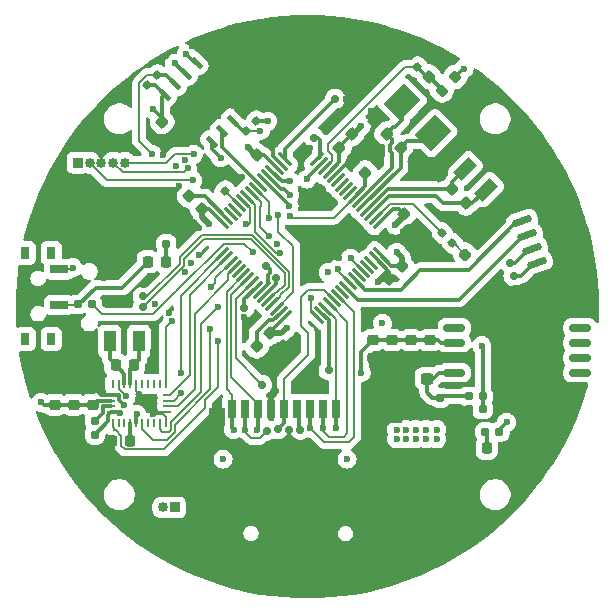
<source format=gtl>
G04 #@! TF.GenerationSoftware,KiCad,Pcbnew,8.0.1*
G04 #@! TF.CreationDate,2024-05-30T23:43:00+05:00*
G04 #@! TF.ProjectId,6_layer_MCU,365f6c61-7965-4725-9f4d-43552e6b6963,rev?*
G04 #@! TF.SameCoordinates,Original*
G04 #@! TF.FileFunction,Copper,L1,Top*
G04 #@! TF.FilePolarity,Positive*
%FSLAX46Y46*%
G04 Gerber Fmt 4.6, Leading zero omitted, Abs format (unit mm)*
G04 Created by KiCad (PCBNEW 8.0.1) date 2024-05-30 23:43:00*
%MOMM*%
%LPD*%
G01*
G04 APERTURE LIST*
G04 Aperture macros list*
%AMRoundRect*
0 Rectangle with rounded corners*
0 $1 Rounding radius*
0 $2 $3 $4 $5 $6 $7 $8 $9 X,Y pos of 4 corners*
0 Add a 4 corners polygon primitive as box body*
4,1,4,$2,$3,$4,$5,$6,$7,$8,$9,$2,$3,0*
0 Add four circle primitives for the rounded corners*
1,1,$1+$1,$2,$3*
1,1,$1+$1,$4,$5*
1,1,$1+$1,$6,$7*
1,1,$1+$1,$8,$9*
0 Add four rect primitives between the rounded corners*
20,1,$1+$1,$2,$3,$4,$5,0*
20,1,$1+$1,$4,$5,$6,$7,0*
20,1,$1+$1,$6,$7,$8,$9,0*
20,1,$1+$1,$8,$9,$2,$3,0*%
%AMRotRect*
0 Rectangle, with rotation*
0 The origin of the aperture is its center*
0 $1 length*
0 $2 width*
0 $3 Rotation angle, in degrees counterclockwise*
0 Add horizontal line*
21,1,$1,$2,0,0,$3*%
G04 Aperture macros list end*
G04 #@! TA.AperFunction,SMDPad,CuDef*
%ADD10RoundRect,0.225000X-0.335876X-0.017678X-0.017678X-0.335876X0.335876X0.017678X0.017678X0.335876X0*%
G04 #@! TD*
G04 #@! TA.AperFunction,SMDPad,CuDef*
%ADD11RoundRect,0.225000X0.250000X-0.225000X0.250000X0.225000X-0.250000X0.225000X-0.250000X-0.225000X0*%
G04 #@! TD*
G04 #@! TA.AperFunction,SMDPad,CuDef*
%ADD12RoundRect,0.225000X-0.017678X0.335876X-0.335876X0.017678X0.017678X-0.335876X0.335876X-0.017678X0*%
G04 #@! TD*
G04 #@! TA.AperFunction,SMDPad,CuDef*
%ADD13RoundRect,0.225000X0.017678X-0.335876X0.335876X-0.017678X-0.017678X0.335876X-0.335876X0.017678X0*%
G04 #@! TD*
G04 #@! TA.AperFunction,SMDPad,CuDef*
%ADD14R,0.254000X0.675000*%
G04 #@! TD*
G04 #@! TA.AperFunction,SMDPad,CuDef*
%ADD15R,0.675000X0.254000*%
G04 #@! TD*
G04 #@! TA.AperFunction,SMDPad,CuDef*
%ADD16RoundRect,0.160000X0.197500X0.160000X-0.197500X0.160000X-0.197500X-0.160000X0.197500X-0.160000X0*%
G04 #@! TD*
G04 #@! TA.AperFunction,SMDPad,CuDef*
%ADD17RoundRect,0.218750X-0.026517X0.335876X-0.335876X0.026517X0.026517X-0.335876X0.335876X-0.026517X0*%
G04 #@! TD*
G04 #@! TA.AperFunction,SMDPad,CuDef*
%ADD18RoundRect,0.150000X0.709088X0.098460X0.606482X0.380368X-0.709088X-0.098460X-0.606482X-0.380368X0*%
G04 #@! TD*
G04 #@! TA.AperFunction,SMDPad,CuDef*
%ADD19RoundRect,0.250000X1.119167X0.141299X0.948157X0.611145X-1.119167X-0.141299X-0.948157X-0.611145X0*%
G04 #@! TD*
G04 #@! TA.AperFunction,SMDPad,CuDef*
%ADD20RoundRect,0.160000X0.252791X-0.026517X-0.026517X0.252791X-0.252791X0.026517X0.026517X-0.252791X0*%
G04 #@! TD*
G04 #@! TA.AperFunction,SMDPad,CuDef*
%ADD21RoundRect,0.225000X0.335876X0.017678X0.017678X0.335876X-0.335876X-0.017678X-0.017678X-0.335876X0*%
G04 #@! TD*
G04 #@! TA.AperFunction,SMDPad,CuDef*
%ADD22RoundRect,0.225000X-0.225000X-0.250000X0.225000X-0.250000X0.225000X0.250000X-0.225000X0.250000X0*%
G04 #@! TD*
G04 #@! TA.AperFunction,ComponentPad*
%ADD23R,0.850000X0.850000*%
G04 #@! TD*
G04 #@! TA.AperFunction,ComponentPad*
%ADD24O,0.850000X0.850000*%
G04 #@! TD*
G04 #@! TA.AperFunction,SMDPad,CuDef*
%ADD25RoundRect,0.075000X0.441942X0.548008X-0.548008X-0.441942X-0.441942X-0.548008X0.548008X0.441942X0*%
G04 #@! TD*
G04 #@! TA.AperFunction,SMDPad,CuDef*
%ADD26RoundRect,0.075000X-0.441942X0.548008X-0.548008X0.441942X0.441942X-0.548008X0.548008X-0.441942X0*%
G04 #@! TD*
G04 #@! TA.AperFunction,SMDPad,CuDef*
%ADD27RoundRect,0.200000X-0.053033X0.335876X-0.335876X0.053033X0.053033X-0.335876X0.335876X-0.053033X0*%
G04 #@! TD*
G04 #@! TA.AperFunction,SMDPad,CuDef*
%ADD28RoundRect,0.160000X0.160000X-0.197500X0.160000X0.197500X-0.160000X0.197500X-0.160000X-0.197500X0*%
G04 #@! TD*
G04 #@! TA.AperFunction,SMDPad,CuDef*
%ADD29RoundRect,0.160000X-0.197500X-0.160000X0.197500X-0.160000X0.197500X0.160000X-0.197500X0.160000X0*%
G04 #@! TD*
G04 #@! TA.AperFunction,SMDPad,CuDef*
%ADD30RoundRect,0.160000X-0.026517X-0.252791X0.252791X0.026517X0.026517X0.252791X-0.252791X-0.026517X0*%
G04 #@! TD*
G04 #@! TA.AperFunction,SMDPad,CuDef*
%ADD31RotRect,1.000000X1.800000X315.000000*%
G04 #@! TD*
G04 #@! TA.AperFunction,SMDPad,CuDef*
%ADD32R,0.800000X1.000000*%
G04 #@! TD*
G04 #@! TA.AperFunction,SMDPad,CuDef*
%ADD33R,1.500000X0.700000*%
G04 #@! TD*
G04 #@! TA.AperFunction,SMDPad,CuDef*
%ADD34RoundRect,0.237500X0.300000X0.237500X-0.300000X0.237500X-0.300000X-0.237500X0.300000X-0.237500X0*%
G04 #@! TD*
G04 #@! TA.AperFunction,SMDPad,CuDef*
%ADD35RoundRect,0.160000X-0.160000X0.197500X-0.160000X-0.197500X0.160000X-0.197500X0.160000X0.197500X0*%
G04 #@! TD*
G04 #@! TA.AperFunction,SMDPad,CuDef*
%ADD36RoundRect,0.225000X0.225000X0.250000X-0.225000X0.250000X-0.225000X-0.250000X0.225000X-0.250000X0*%
G04 #@! TD*
G04 #@! TA.AperFunction,SMDPad,CuDef*
%ADD37R,0.700000X1.600000*%
G04 #@! TD*
G04 #@! TA.AperFunction,SMDPad,CuDef*
%ADD38R,1.400000X1.600000*%
G04 #@! TD*
G04 #@! TA.AperFunction,SMDPad,CuDef*
%ADD39R,1.400000X2.200000*%
G04 #@! TD*
G04 #@! TA.AperFunction,SMDPad,CuDef*
%ADD40R,1.800000X1.400000*%
G04 #@! TD*
G04 #@! TA.AperFunction,SMDPad,CuDef*
%ADD41R,1.000000X1.800000*%
G04 #@! TD*
G04 #@! TA.AperFunction,SMDPad,CuDef*
%ADD42RoundRect,0.218750X0.218750X0.256250X-0.218750X0.256250X-0.218750X-0.256250X0.218750X-0.256250X0*%
G04 #@! TD*
G04 #@! TA.AperFunction,SMDPad,CuDef*
%ADD43RoundRect,0.160000X0.026517X0.252791X-0.252791X-0.026517X-0.026517X-0.252791X0.252791X0.026517X0*%
G04 #@! TD*
G04 #@! TA.AperFunction,SMDPad,CuDef*
%ADD44RotRect,2.000000X2.400000X135.000000*%
G04 #@! TD*
G04 #@! TA.AperFunction,SMDPad,CuDef*
%ADD45RoundRect,0.225000X-0.250000X0.225000X-0.250000X-0.225000X0.250000X-0.225000X0.250000X0.225000X0*%
G04 #@! TD*
G04 #@! TA.AperFunction,SMDPad,CuDef*
%ADD46RoundRect,0.150000X-0.750000X-0.150000X0.750000X-0.150000X0.750000X0.150000X-0.750000X0.150000X0*%
G04 #@! TD*
G04 #@! TA.AperFunction,SMDPad,CuDef*
%ADD47RoundRect,0.055000X0.466690X-0.233345X-0.233345X0.466690X-0.466690X0.233345X0.233345X-0.466690X0*%
G04 #@! TD*
G04 #@! TA.AperFunction,SMDPad,CuDef*
%ADD48RotRect,3.400000X4.000000X135.000000*%
G04 #@! TD*
G04 #@! TA.AperFunction,ViaPad*
%ADD49C,0.600000*%
G04 #@! TD*
G04 #@! TA.AperFunction,ViaPad*
%ADD50C,0.700000*%
G04 #@! TD*
G04 #@! TA.AperFunction,Conductor*
%ADD51C,0.156500*%
G04 #@! TD*
G04 #@! TA.AperFunction,Conductor*
%ADD52C,0.300000*%
G04 #@! TD*
G04 #@! TA.AperFunction,Conductor*
%ADD53C,0.500000*%
G04 #@! TD*
G04 #@! TA.AperFunction,Conductor*
%ADD54C,0.155400*%
G04 #@! TD*
G04 APERTURE END LIST*
D10*
X160851992Y-88051992D03*
X161948008Y-89148008D03*
D11*
X160100000Y-105875000D03*
X160100000Y-104325000D03*
D12*
X142948008Y-92151992D03*
X141851992Y-93248008D03*
D11*
X133150000Y-109812500D03*
X133150000Y-108262500D03*
D10*
X140651992Y-85851992D03*
X141748008Y-86948008D03*
D13*
X142951992Y-94348008D03*
X144048008Y-93251992D03*
D14*
X136450000Y-108037500D03*
D15*
X136312500Y-108950000D03*
X136312500Y-109450000D03*
X136312500Y-109950000D03*
X136312500Y-110450000D03*
D14*
X136450000Y-111362500D03*
X136950000Y-111362500D03*
X137450000Y-111362500D03*
X137950000Y-111362500D03*
X138450000Y-111362500D03*
X138950000Y-111362500D03*
X139450000Y-111362500D03*
X139950000Y-111362500D03*
X140450000Y-111362500D03*
X140950000Y-111362500D03*
D15*
X141087500Y-110450000D03*
X141087500Y-109950000D03*
X141087500Y-109450000D03*
X141087500Y-108950000D03*
D14*
X140950000Y-108037500D03*
X140450000Y-108037500D03*
X139950000Y-108037500D03*
X139450000Y-108037500D03*
X138950000Y-108037500D03*
X138450000Y-108037500D03*
X137950000Y-108037500D03*
X137450000Y-108037500D03*
X136950000Y-108037500D03*
D16*
X167797500Y-109100000D03*
X166602500Y-109100000D03*
D17*
X167413694Y-95986306D03*
X166300000Y-97100000D03*
D18*
X172402855Y-97794661D03*
X171975331Y-96620045D03*
X171547807Y-95445430D03*
X171120280Y-94270813D03*
D19*
X176042610Y-98438628D03*
X173494561Y-91437918D03*
D20*
X165222496Y-96122496D03*
X164377504Y-95277504D03*
D13*
X159851992Y-99148008D03*
X160948008Y-98051992D03*
D11*
X161700000Y-105875000D03*
X161700000Y-104325000D03*
D21*
X165148008Y-91548008D03*
X164051992Y-90451992D03*
D22*
X136375000Y-112837500D03*
X137925000Y-112837500D03*
D21*
X156748008Y-89148008D03*
X155651992Y-88051992D03*
D12*
X158948008Y-89051992D03*
X157851992Y-90148008D03*
D23*
X133500000Y-89300000D03*
D24*
X134500000Y-89300000D03*
X135500001Y-89300000D03*
X136500000Y-89300000D03*
X137500000Y-89300000D03*
D21*
X159648008Y-86848008D03*
X158551992Y-85751992D03*
D25*
X159064481Y-94338819D03*
X158710928Y-93985266D03*
X158357375Y-93631713D03*
X158003821Y-93278159D03*
X157650268Y-92924606D03*
X157296714Y-92571052D03*
X156943161Y-92217499D03*
X156589608Y-91863946D03*
X156236054Y-91510392D03*
X155882501Y-91156839D03*
X155528948Y-90803286D03*
X155175394Y-90449732D03*
X154821841Y-90096179D03*
X154468287Y-89742625D03*
X154114734Y-89389072D03*
X153761181Y-89035519D03*
D26*
X151038819Y-89035519D03*
X150685266Y-89389072D03*
X150331713Y-89742625D03*
X149978159Y-90096179D03*
X149624606Y-90449732D03*
X149271052Y-90803286D03*
X148917499Y-91156839D03*
X148563946Y-91510392D03*
X148210392Y-91863946D03*
X147856839Y-92217499D03*
X147503286Y-92571052D03*
X147149732Y-92924606D03*
X146796179Y-93278159D03*
X146442625Y-93631713D03*
X146089072Y-93985266D03*
X145735519Y-94338819D03*
D25*
X145735519Y-97061181D03*
X146089072Y-97414734D03*
X146442625Y-97768287D03*
X146796179Y-98121841D03*
X147149732Y-98475394D03*
X147503286Y-98828948D03*
X147856839Y-99182501D03*
X148210392Y-99536054D03*
X148563946Y-99889608D03*
X148917499Y-100243161D03*
X149271052Y-100596714D03*
X149624606Y-100950268D03*
X149978159Y-101303821D03*
X150331713Y-101657375D03*
X150685266Y-102010928D03*
X151038819Y-102364481D03*
D26*
X153761181Y-102364481D03*
X154114734Y-102010928D03*
X154468287Y-101657375D03*
X154821841Y-101303821D03*
X155175394Y-100950268D03*
X155528948Y-100596714D03*
X155882501Y-100243161D03*
X156236054Y-99889608D03*
X156589608Y-99536054D03*
X156943161Y-99182501D03*
X157296714Y-98828948D03*
X157650268Y-98475394D03*
X158003821Y-98121841D03*
X158357375Y-97768287D03*
X158710928Y-97414734D03*
X159064481Y-97061181D03*
D27*
X165472307Y-82033866D03*
X164305581Y-83200592D03*
D28*
X164200000Y-110397500D03*
X164200000Y-109202500D03*
D29*
X166602500Y-110200000D03*
X167797500Y-110200000D03*
D21*
X150848008Y-104848008D03*
X149751992Y-103751992D03*
D30*
X147777504Y-86622496D03*
X148622496Y-85777504D03*
D21*
X157848008Y-87948008D03*
X156751992Y-86851992D03*
D31*
X168083882Y-91583883D03*
X166316116Y-89816117D03*
D12*
X149748008Y-87551992D03*
X148651992Y-88648008D03*
D32*
X131255000Y-96950000D03*
X129045000Y-96950000D03*
X131255000Y-104250000D03*
X129045000Y-104250000D03*
D33*
X131905000Y-98350000D03*
X131905000Y-101350000D03*
X131905000Y-102850000D03*
D34*
X163062501Y-107600000D03*
X161337499Y-107600000D03*
D35*
X134950000Y-111140000D03*
X134950000Y-112335000D03*
D36*
X136700000Y-106437500D03*
X135150000Y-106437500D03*
D30*
X145977504Y-91722496D03*
X146822496Y-90877504D03*
D29*
X133502500Y-101300000D03*
X134697500Y-101300000D03*
D37*
X155370000Y-110200000D03*
X154270000Y-110200000D03*
X153170000Y-110200000D03*
X152070000Y-110200000D03*
X150970000Y-110200000D03*
X149870000Y-110200000D03*
X148770000Y-110200000D03*
X147670000Y-110200000D03*
X146570000Y-110200000D03*
D38*
X145270000Y-110800000D03*
D39*
X145270000Y-120300000D03*
X160970000Y-120300000D03*
D40*
X160070000Y-110700000D03*
D41*
X136200001Y-104437500D03*
X138699999Y-104437500D03*
D13*
X163251992Y-82048008D03*
X164348008Y-80951992D03*
D30*
X162246133Y-81215389D03*
X163091125Y-80370397D03*
D23*
X141700000Y-118500000D03*
D24*
X140700000Y-118500000D03*
D42*
X169690001Y-113500000D03*
X168114999Y-113500000D03*
D43*
X140222496Y-81877504D03*
X139377504Y-82722496D03*
D11*
X163300000Y-105875000D03*
X163300000Y-104325000D03*
D44*
X163608148Y-86808148D03*
X160991852Y-84191852D03*
D45*
X131550000Y-108262500D03*
X131550000Y-109812500D03*
D11*
X158500000Y-105875000D03*
X158500000Y-104325000D03*
D22*
X138250000Y-106437500D03*
X139800000Y-106437500D03*
D46*
X165375000Y-103295000D03*
X165375000Y-104565000D03*
X165375000Y-105835000D03*
X165375000Y-107105000D03*
X176025000Y-107105000D03*
X176025000Y-105835000D03*
X176025000Y-104565000D03*
X176025000Y-103295000D03*
D29*
X168005000Y-112100000D03*
X169200000Y-112100000D03*
D10*
X166351992Y-92751992D03*
X167448008Y-93848008D03*
D29*
X139800000Y-96200000D03*
X140995000Y-96200000D03*
D42*
X140987502Y-97700000D03*
X139412500Y-97700000D03*
D21*
X162248008Y-94748008D03*
X161151992Y-93651992D03*
D11*
X134750000Y-109812500D03*
X134750000Y-108262500D03*
D47*
X144843467Y-87537544D03*
X145741493Y-86639518D03*
X146639518Y-85741493D03*
X147537544Y-84843467D03*
X143556533Y-80862456D03*
X142658507Y-81760482D03*
X141760482Y-82658507D03*
X140862456Y-83556533D03*
D48*
X144200000Y-84200000D03*
D10*
X148651992Y-104851992D03*
X149748008Y-105948008D03*
D49*
X170600000Y-99900000D03*
X147600000Y-102400000D03*
X141200000Y-102000000D03*
X139100000Y-99700000D03*
X142600000Y-89100000D03*
X142100000Y-91300000D03*
X141800000Y-89621750D03*
X140700000Y-88700000D03*
X143200000Y-79400000D03*
X141000000Y-80300000D03*
X153200000Y-88100000D03*
X156200000Y-83900000D03*
X152800000Y-93100000D03*
X155600000Y-97400000D03*
X154500000Y-108100000D03*
X168300000Y-93200000D03*
X135800000Y-114000000D03*
X138700000Y-108900000D03*
X168200000Y-95300000D03*
X139900000Y-110600000D03*
X147400000Y-90500000D03*
X150500000Y-86800000D03*
X142600000Y-98600000D03*
X163300000Y-110100000D03*
D50*
X150200000Y-108600000D03*
D49*
X134400000Y-105500000D03*
X150500000Y-106700000D03*
D50*
X151385737Y-111942896D03*
D49*
X162800000Y-89800000D03*
X133300000Y-103600000D03*
X164500000Y-118500000D03*
X142400000Y-87700000D03*
X159286708Y-88000000D03*
X130200000Y-108200000D03*
X158900000Y-99413292D03*
X165000000Y-122000000D03*
X148100000Y-83900000D03*
X158308885Y-84908885D03*
X138900000Y-96102944D03*
X164400000Y-89500000D03*
X135700000Y-99100000D03*
X158800000Y-107200000D03*
X137400000Y-109800000D03*
X161000000Y-95200000D03*
X151300000Y-119800000D03*
X162385786Y-79802944D03*
X143800000Y-97100000D03*
X158100000Y-122235844D03*
X139900000Y-105300000D03*
X140000000Y-101300000D03*
X143800000Y-94800000D03*
X165700000Y-110199999D03*
X169902500Y-114600000D03*
X160100000Y-107700000D03*
X143300000Y-88600000D03*
X151500219Y-93793700D03*
X157500000Y-107100000D03*
X160500000Y-111900000D03*
X166204163Y-81358579D03*
X162100000Y-111900000D03*
X160500000Y-111900000D03*
X163900000Y-111900000D03*
X160500000Y-112700000D03*
X160400000Y-94600000D03*
D50*
X152356561Y-111905430D03*
D49*
X137600000Y-109100000D03*
X160500000Y-112700000D03*
X161300000Y-112700000D03*
X163000000Y-111900000D03*
X160500000Y-96900000D03*
X139900000Y-84800000D03*
X161300000Y-111900000D03*
X151200000Y-103300000D03*
X130400000Y-109600000D03*
X162100000Y-112700000D03*
X163900000Y-112700000D03*
X161300000Y-112700000D03*
X163900000Y-111900000D03*
X156300000Y-114400000D03*
X147900000Y-88000000D03*
X162100000Y-112700000D03*
X163000000Y-111900000D03*
X162100000Y-111900000D03*
X144600000Y-94500000D03*
X133100000Y-98200000D03*
X169802500Y-111300000D03*
X149600000Y-85800000D03*
X161300000Y-111900000D03*
X145800000Y-114400000D03*
X157500000Y-86200000D03*
X163900000Y-112700000D03*
X138500000Y-110600000D03*
X137100000Y-110500000D03*
X163000000Y-112700000D03*
X163000000Y-112700000D03*
D50*
X139000000Y-101525003D03*
X139000000Y-100625000D03*
D49*
X154700000Y-98600000D03*
D50*
X170400000Y-98900000D03*
X147600000Y-101600000D03*
D49*
X159300000Y-102900000D03*
D50*
X170100000Y-97800000D03*
X154741750Y-106900000D03*
X150300000Y-99100000D03*
X155300000Y-83900000D03*
X153500000Y-87200000D03*
X149479364Y-98020636D03*
D49*
X153213342Y-100786658D03*
X143242228Y-90815544D03*
X142800000Y-89800000D03*
X150477531Y-93713070D03*
X146700000Y-111900000D03*
X153200000Y-111800000D03*
D50*
X150443841Y-111894842D03*
D49*
X147700000Y-111900000D03*
D50*
X149100000Y-108100000D03*
X149550003Y-112000000D03*
D49*
X148700000Y-111900000D03*
X155400000Y-111800000D03*
X154300000Y-111800000D03*
X152900000Y-90700000D03*
X167700000Y-104800000D03*
X150337365Y-96162635D03*
X156600000Y-97400000D03*
X148300000Y-96900000D03*
X147722227Y-94477773D03*
X148950899Y-86586921D03*
X139800000Y-88600000D03*
X155500000Y-98300000D03*
X143057000Y-97761929D03*
X144700000Y-103400000D03*
X149716218Y-95541489D03*
X149723271Y-93979707D03*
X145400000Y-101500000D03*
X142200000Y-107100000D03*
X142232885Y-108832885D03*
X145600000Y-88900000D03*
X151500000Y-90900000D03*
X151459620Y-92040380D03*
X141700000Y-80900000D03*
X150625661Y-96955099D03*
X145400000Y-104400000D03*
X144800000Y-99800000D03*
X141500000Y-102700000D03*
X151400000Y-93000000D03*
X142700000Y-80100000D03*
D51*
X141000000Y-89300000D02*
X137500000Y-89300000D01*
X141700000Y-88600000D02*
X141000000Y-89300000D01*
X143300000Y-88600000D02*
X141700000Y-88600000D01*
X137300000Y-90100000D02*
X136500000Y-89300000D01*
X142500000Y-90100000D02*
X137300000Y-90100000D01*
X142800000Y-89800000D02*
X142500000Y-90100000D01*
D52*
X141748008Y-87048008D02*
X142400000Y-87700000D01*
X132550000Y-102850000D02*
X133300000Y-103600000D01*
X135150000Y-106437500D02*
X135150000Y-106250000D01*
X165335000Y-105875000D02*
X165375000Y-105835000D01*
X159851992Y-98555798D02*
X159851992Y-99148008D01*
D51*
X140050000Y-110450000D02*
X139900000Y-110600000D01*
D52*
X162523672Y-79802944D02*
X162385786Y-79802944D01*
D51*
X140950000Y-110868500D02*
X140681500Y-110600000D01*
X138450000Y-108037500D02*
X138450000Y-108650000D01*
D52*
X149870000Y-108930000D02*
X150200000Y-108600000D01*
D51*
X167513694Y-95986306D02*
X168200000Y-95300000D01*
D52*
X166602499Y-110200000D02*
X165700000Y-110199999D01*
D53*
X143348008Y-94348008D02*
X143800000Y-94800000D01*
X149748008Y-105948008D02*
X150848008Y-104848008D01*
D52*
X158500000Y-105875000D02*
X158500000Y-106900000D01*
X131905000Y-102850000D02*
X132550000Y-102850000D01*
X141851992Y-93248008D02*
X142951992Y-94348008D01*
X161948008Y-89148008D02*
X162348008Y-89148008D01*
X136375000Y-112837500D02*
X136375000Y-113425000D01*
X131550000Y-108262500D02*
X130262500Y-108262500D01*
X163672721Y-80951992D02*
X164348008Y-80951992D01*
D53*
X161948008Y-89148008D02*
X162148008Y-89148008D01*
X149748008Y-105948008D02*
X150500000Y-106700000D01*
X142951992Y-94348008D02*
X143348008Y-94348008D01*
D51*
X138450000Y-108650000D02*
X138700000Y-108900000D01*
D52*
X149870000Y-110200000D02*
X149870000Y-108930000D01*
X136950000Y-108950000D02*
X137000000Y-109000000D01*
X164051993Y-90451992D02*
X164051992Y-89948008D01*
D53*
X159851992Y-99148008D02*
X159165284Y-99148008D01*
D52*
X131550000Y-108262500D02*
X134750000Y-108262500D01*
D51*
X167413694Y-95986306D02*
X167513694Y-95986306D01*
X140681500Y-110600000D02*
X139900000Y-110600000D01*
D53*
X158551992Y-85151992D02*
X158308885Y-84908885D01*
D52*
X139800000Y-105400000D02*
X139900000Y-105300000D01*
X141748008Y-86948008D02*
X141748008Y-87048008D01*
X163300000Y-110100000D02*
X163597500Y-110397500D01*
X157848007Y-87951992D02*
X158948007Y-89051992D01*
X161337499Y-107600000D02*
X160200000Y-107600000D01*
D51*
X140950000Y-111362500D02*
X140950000Y-110868500D01*
D52*
X167448008Y-93848007D02*
X167851992Y-93848008D01*
X136312500Y-108950000D02*
X135437500Y-108950000D01*
D53*
X149748008Y-87551992D02*
X150500000Y-86800000D01*
X159286708Y-88713292D02*
X158948008Y-89051992D01*
D52*
X150064342Y-87868326D02*
X149748008Y-87551992D01*
X169690001Y-114387501D02*
X169902500Y-114600000D01*
X158710928Y-97414734D02*
X159851992Y-98555798D01*
X135437500Y-108950000D02*
X134750000Y-108262500D01*
X147537544Y-84843467D02*
X147537544Y-84462456D01*
D53*
X159165284Y-99148008D02*
X158900000Y-99413292D01*
X162248008Y-94748008D02*
X161451992Y-94748008D01*
D52*
X147537544Y-84462456D02*
X148100000Y-83900000D01*
D53*
X159286708Y-88000000D02*
X159286708Y-88713292D01*
X162148008Y-89148008D02*
X162800000Y-89800000D01*
D52*
X139800000Y-106437500D02*
X139800000Y-105400000D01*
X146822496Y-90877504D02*
X147022496Y-90877504D01*
X136312500Y-108950000D02*
X136950000Y-108950000D01*
X155175394Y-90449732D02*
X156477118Y-89148008D01*
X139800000Y-96200000D02*
X138997056Y-96200000D01*
X150685266Y-89389072D02*
X150064342Y-88768149D01*
X169690001Y-113500000D02*
X169690001Y-114387501D01*
X150064342Y-88768149D02*
X150064342Y-87868326D01*
X157848008Y-87948007D02*
X157848007Y-87951992D01*
X156748008Y-89148008D02*
X156748008Y-89048008D01*
D53*
X158551992Y-85751992D02*
X158551992Y-85151992D01*
D52*
X158500000Y-105875000D02*
X165335000Y-105875000D01*
D51*
X141087500Y-110450000D02*
X140050000Y-110450000D01*
D52*
X136375000Y-113425000D02*
X135800000Y-114000000D01*
X160200000Y-107600000D02*
X160100000Y-107700000D01*
X130262500Y-108262500D02*
X130200000Y-108200000D01*
D53*
X167651992Y-93848008D02*
X168300000Y-93200000D01*
X167448008Y-93848008D02*
X167651992Y-93848008D01*
D52*
X156748008Y-89048008D02*
X157848008Y-87948007D01*
X147022496Y-90877504D02*
X147400000Y-90500000D01*
X158500000Y-106900000D02*
X158800000Y-107200000D01*
X135150000Y-106250000D02*
X134400000Y-105500000D01*
X137000000Y-109000000D02*
X137000000Y-109400000D01*
D53*
X164051992Y-90451992D02*
X164051992Y-89848008D01*
D52*
X163597500Y-110397500D02*
X164200000Y-110397500D01*
X156477118Y-89148008D02*
X156748008Y-89148008D01*
X163091125Y-80370397D02*
X162523672Y-79802944D01*
D53*
X161451992Y-94748008D02*
X161000000Y-95200000D01*
X164051992Y-89848008D02*
X164400000Y-89500000D01*
D52*
X163091125Y-80370397D02*
X163672721Y-80951992D01*
X137000000Y-109400000D02*
X137400000Y-109800000D01*
X161403985Y-87500000D02*
X162916296Y-87500000D01*
X160851992Y-88051992D02*
X160851992Y-89722882D01*
X160851992Y-89722882D02*
X157650268Y-92924606D01*
X160851992Y-88051992D02*
X161403985Y-87500000D01*
X162916296Y-87500000D02*
X163608148Y-86808148D01*
X160100000Y-88466726D02*
X160100000Y-89767766D01*
X160991852Y-85708148D02*
X160991852Y-84191852D01*
X159648008Y-86848008D02*
X160100000Y-87300000D01*
X160100000Y-87672614D02*
X159936708Y-87835906D01*
X159936708Y-87835906D02*
X159936708Y-88303434D01*
X160100000Y-87300000D02*
X160100000Y-87672614D01*
X160400000Y-86300000D02*
X160991852Y-85708148D01*
X159936708Y-88303434D02*
X160100000Y-88466726D01*
X159648008Y-86848008D02*
X160196016Y-86300000D01*
X160196016Y-86300000D02*
X160400000Y-86300000D01*
X160100000Y-89767766D02*
X157296714Y-92571052D01*
D51*
X151500219Y-93793700D02*
X151706519Y-94000000D01*
X155160660Y-94000000D02*
X156943161Y-92217499D01*
D52*
X157851992Y-91308668D02*
X156943161Y-92217499D01*
X157851992Y-90148008D02*
X157851992Y-91308668D01*
D51*
X151706519Y-94000000D02*
X155160660Y-94000000D01*
D52*
X142948008Y-92151992D02*
X144255798Y-92151992D01*
X144255798Y-92151992D02*
X146089072Y-93985266D01*
X150064344Y-102631852D02*
X149668147Y-102631852D01*
X148651992Y-103648007D02*
X148651993Y-104851992D01*
X149668147Y-102631852D02*
X148651992Y-103648007D01*
X150685266Y-102010928D02*
X150064344Y-102631852D01*
X165375000Y-104565000D02*
X164265000Y-104565000D01*
X158500000Y-104325000D02*
X157500000Y-105325000D01*
X164265000Y-104565000D02*
X164025000Y-104325000D01*
X164025000Y-104325000D02*
X158500000Y-104325000D01*
X157500000Y-105325000D02*
X157500000Y-107100000D01*
X163500000Y-109202500D02*
X163062501Y-108765001D01*
X164302500Y-109100000D02*
X164200000Y-109202500D01*
X163062501Y-107600000D02*
X163600001Y-107600000D01*
X163600001Y-107600000D02*
X164095000Y-107105000D01*
X164095000Y-107105000D02*
X165375000Y-107105000D01*
X166602500Y-109100000D02*
X164302500Y-109100000D01*
X164200000Y-109202500D02*
X163500000Y-109202500D01*
X163062501Y-108765001D02*
X163062501Y-107600000D01*
D51*
X155017461Y-88617461D02*
X154700000Y-88300000D01*
D52*
X163078751Y-82048008D02*
X163251992Y-82048008D01*
X163251992Y-82048008D02*
X164305581Y-83101597D01*
D51*
X155017461Y-89193451D02*
X155017461Y-88617461D01*
X154700000Y-88300000D02*
X154700000Y-87700000D01*
D52*
X162246133Y-81215390D02*
X163078751Y-82048008D01*
D51*
X161184611Y-81215389D02*
X162246133Y-81215389D01*
X154468287Y-89742625D02*
X155017461Y-89193451D01*
X154700000Y-87700000D02*
X161184611Y-81215389D01*
D52*
X164305581Y-83101597D02*
X164305581Y-83200592D01*
X164451992Y-92751992D02*
X163800000Y-92100000D01*
X166351992Y-92751992D02*
X164451992Y-92751992D01*
X166915774Y-92751992D02*
X168083883Y-91583883D01*
X166351992Y-92751992D02*
X166915774Y-92751992D01*
X163800000Y-92100000D02*
X159889087Y-92100000D01*
X159889087Y-92100000D02*
X158357375Y-93631713D01*
X159733972Y-91548008D02*
X158003821Y-93278159D01*
X165148008Y-91548008D02*
X165148008Y-90984226D01*
X165148008Y-91548008D02*
X159733972Y-91548008D01*
X165148008Y-90984226D02*
X166316117Y-89816117D01*
D53*
X156848008Y-86851992D02*
X157500000Y-86200000D01*
D52*
X140651992Y-85851992D02*
X140651992Y-83766997D01*
X152356561Y-111905430D02*
X152200000Y-111748869D01*
X149751992Y-103651308D02*
X151038819Y-102364481D01*
D51*
X132950000Y-98350000D02*
X131660000Y-98350000D01*
D52*
X135112500Y-109450000D02*
X136312500Y-109450000D01*
X134750000Y-109812500D02*
X135112500Y-109450000D01*
X152200000Y-111748869D02*
X152200000Y-110330000D01*
D51*
X136950000Y-108450000D02*
X137600000Y-109100000D01*
D52*
X136073000Y-110689500D02*
X136073000Y-111212000D01*
X159064481Y-94338819D02*
X160203300Y-93200000D01*
X150331713Y-89742625D02*
X149237096Y-88648009D01*
X155651992Y-89266028D02*
X154821841Y-90096179D01*
X159064481Y-97061181D02*
X160055291Y-98051992D01*
X138450000Y-111362500D02*
X138450000Y-110650000D01*
X160203300Y-93200000D02*
X160700000Y-93200000D01*
D53*
X144048008Y-93251992D02*
X144048008Y-93948008D01*
D52*
X140651992Y-83766997D02*
X140862456Y-83556533D01*
X131550000Y-109812500D02*
X134750000Y-109812500D01*
D53*
X156751992Y-86851992D02*
X156848008Y-86851992D01*
D51*
X136950000Y-108037500D02*
X136950000Y-108450000D01*
D52*
X155651992Y-88051992D02*
X155651992Y-89266028D01*
X138450000Y-110650000D02*
X138500000Y-110600000D01*
X166147595Y-81358579D02*
X166204163Y-81358579D01*
X140651992Y-85851992D02*
X140651992Y-85551992D01*
X136073000Y-111212000D02*
X134950000Y-112335000D01*
D53*
X160948008Y-98051992D02*
X160948008Y-97348008D01*
D52*
X169200000Y-112100000D02*
X169200000Y-111902500D01*
X144648692Y-93251991D02*
X145735519Y-94338819D01*
X160055291Y-98051992D02*
X160948008Y-98051992D01*
X169200000Y-111902500D02*
X169802500Y-111300000D01*
D53*
X161151992Y-93848008D02*
X160400000Y-94600000D01*
D52*
X149751992Y-103751993D02*
X149751992Y-103651308D01*
D53*
X149751992Y-103751992D02*
X150748008Y-103751992D01*
D52*
X140651992Y-85551992D02*
X139900000Y-84800000D01*
X131550000Y-109812500D02*
X130612500Y-109812500D01*
X148622496Y-85777504D02*
X149577504Y-85777504D01*
D53*
X161151992Y-93651992D02*
X161151992Y-93848008D01*
D52*
X155651992Y-88051992D02*
X155651993Y-87951992D01*
X130612500Y-109812500D02*
X130400000Y-109600000D01*
X137050000Y-110450000D02*
X137100000Y-110500000D01*
D51*
X133100000Y-98200000D02*
X132950000Y-98350000D01*
D53*
X144048008Y-93948008D02*
X144600000Y-94500000D01*
D52*
X152200000Y-110330000D02*
X152070000Y-110200000D01*
X165472308Y-82033866D02*
X166147595Y-81358579D01*
D53*
X148548008Y-88648008D02*
X147900000Y-88000000D01*
D52*
X155651993Y-87951992D02*
X156751993Y-86851992D01*
D53*
X150748008Y-103751992D02*
X151200000Y-103300000D01*
D52*
X140028419Y-82722496D02*
X140862456Y-83556533D01*
X136312500Y-110450000D02*
X136073000Y-110689500D01*
X149577504Y-85777504D02*
X149600000Y-85800000D01*
D53*
X148651992Y-88648008D02*
X148548008Y-88648008D01*
X160948008Y-97348008D02*
X160500000Y-96900000D01*
D52*
X139377504Y-82722496D02*
X140028419Y-82722496D01*
X136312500Y-110450000D02*
X137050000Y-110450000D01*
X144048008Y-93251992D02*
X144648692Y-93251991D01*
X160700000Y-93200000D02*
X161151992Y-93651992D01*
X149237096Y-88648009D02*
X148651992Y-88648009D01*
X137950000Y-108037500D02*
X137950000Y-106737500D01*
X138699999Y-105987501D02*
X138250000Y-106437500D01*
X137950000Y-106737500D02*
X138250000Y-106437500D01*
X138699999Y-104437500D02*
X138699999Y-105987501D01*
X137450000Y-107187500D02*
X136700000Y-106437500D01*
X136200001Y-104437500D02*
X136200001Y-105937501D01*
X137450000Y-108037500D02*
X137450000Y-107187500D01*
X136200001Y-105937501D02*
X136700000Y-106437500D01*
X137950000Y-112812500D02*
X137925000Y-112837500D01*
X137950000Y-111362500D02*
X137950000Y-112812500D01*
X140987500Y-97700000D02*
X140987500Y-96107500D01*
X137212500Y-99900000D02*
X139412500Y-97700000D01*
D51*
X131660000Y-101350000D02*
X133452500Y-101350000D01*
D52*
X133502500Y-101300000D02*
X133614316Y-101300000D01*
X135014316Y-99900000D02*
X137212500Y-99900000D01*
X133614316Y-101300000D02*
X135014316Y-99900000D01*
D51*
X133452500Y-101350000D02*
X133502500Y-101300000D01*
D54*
X144174270Y-95779300D02*
X148125730Y-95779300D01*
X139000000Y-101525003D02*
X142479300Y-98045703D01*
X142479300Y-97474270D02*
X144174270Y-95779300D01*
X148125730Y-95779300D02*
X151020700Y-98674270D01*
X151020700Y-99654160D02*
X150386951Y-100287909D01*
X142479300Y-98045703D02*
X142479300Y-97474270D01*
X151020700Y-98674270D02*
X151020700Y-99654160D01*
X150386951Y-100287909D02*
X150286965Y-100287909D01*
X150286965Y-100287909D02*
X149624606Y-100950268D01*
X142120700Y-97897166D02*
X142120700Y-97325730D01*
X139392866Y-100625000D02*
X142120700Y-97897166D01*
X148274270Y-95420700D02*
X144025730Y-95420700D01*
X150640518Y-100641462D02*
X150640518Y-100541476D01*
X151379300Y-98525730D02*
X148274270Y-95420700D01*
X151379300Y-99802694D02*
X151379300Y-98525730D01*
X150640518Y-100541476D02*
X151379300Y-99802694D01*
X139000000Y-100625000D02*
X139392866Y-100625000D01*
X149978159Y-101303821D02*
X150640518Y-100641462D01*
X144025730Y-95420700D02*
X142120700Y-97325730D01*
D52*
X170400000Y-98900000D02*
X171000000Y-98900000D01*
X148563946Y-99889608D02*
X147600000Y-100853554D01*
X147600000Y-100853554D02*
X147600000Y-101600000D01*
X171000000Y-98900000D02*
X172105339Y-97794661D01*
X172105339Y-97794661D02*
X172402855Y-97794661D01*
X171120280Y-94270813D02*
X170729187Y-94270813D01*
X170729187Y-94270813D02*
X166600000Y-98400000D01*
X162500000Y-98400000D02*
X160836708Y-100063292D01*
X160836708Y-100063292D02*
X157823950Y-100063292D01*
X166600000Y-98400000D02*
X162500000Y-98400000D01*
X157823950Y-100063292D02*
X156943161Y-99182501D01*
X154735658Y-106893908D02*
X154735658Y-102631850D01*
X170100000Y-97800000D02*
X170104624Y-97795376D01*
X170104624Y-97795376D02*
X170504624Y-97795376D01*
X154741750Y-106900000D02*
X154735658Y-106893908D01*
X170504624Y-97795376D02*
X171679955Y-96620045D01*
X171679955Y-96620045D02*
X171975331Y-96620045D01*
X154735658Y-102631850D02*
X154114734Y-102010928D01*
X157246446Y-100900000D02*
X156236054Y-99889608D01*
X165800000Y-100900000D02*
X157246446Y-100900000D01*
X171254570Y-95445430D02*
X165800000Y-100900000D01*
X171547807Y-95445430D02*
X171254570Y-95445430D01*
X149271052Y-100596714D02*
X150300000Y-99567766D01*
X150300000Y-99567766D02*
X150300000Y-99100000D01*
X151038819Y-88161181D02*
X155300000Y-83900000D01*
X151038819Y-89035519D02*
X151038819Y-88161181D01*
X153500000Y-87200000D02*
X153800000Y-87200000D01*
X154000000Y-87400000D02*
X154000000Y-88796700D01*
X153800000Y-87200000D02*
X154000000Y-87400000D01*
X154000000Y-88796700D02*
X153761181Y-89035519D01*
X149600000Y-99389950D02*
X149685355Y-99475305D01*
X149685355Y-99475305D02*
X148917499Y-100243161D01*
X149600000Y-98810050D02*
X149600000Y-99389950D01*
X149800000Y-98341272D02*
X149800000Y-98610050D01*
X149800000Y-98610050D02*
X149600000Y-98810050D01*
X149479364Y-98020636D02*
X149800000Y-98341272D01*
D51*
X143242228Y-90815544D02*
X143226684Y-90800000D01*
X153212007Y-100787993D02*
X153213342Y-100786658D01*
X153761181Y-102364481D02*
X153212007Y-101815307D01*
X153212007Y-101815307D02*
X153212007Y-100787993D01*
X143226684Y-90800000D02*
X136000000Y-90800000D01*
X136000000Y-90800000D02*
X134500000Y-89300000D01*
X151735250Y-100253838D02*
X150331713Y-101657375D01*
X150477531Y-95141992D02*
X151735250Y-96399711D01*
X150477531Y-93713070D02*
X150477531Y-95141992D01*
X151735250Y-96399711D02*
X151735250Y-100253838D01*
X147503286Y-98828948D02*
X146100000Y-100232234D01*
D52*
X146570000Y-110500000D02*
X146570000Y-111770000D01*
D51*
X146570000Y-108970000D02*
X146570000Y-110200000D01*
X146100000Y-108500000D02*
X146570000Y-108970000D01*
X146100000Y-100232234D02*
X146100000Y-108500000D01*
D52*
X146570000Y-111770000D02*
X146700000Y-111900000D01*
D51*
X156900000Y-112500000D02*
X156900000Y-101967766D01*
X153200000Y-111800000D02*
X154356500Y-112956500D01*
X154356500Y-112956500D02*
X156443500Y-112956500D01*
X156443500Y-112956500D02*
X156900000Y-112500000D01*
D52*
X153170000Y-110500000D02*
X153170000Y-111770000D01*
X153170000Y-111770000D02*
X153200000Y-111800000D01*
D51*
X156900000Y-101967766D02*
X155528948Y-100596714D01*
X153000000Y-103700000D02*
X152400000Y-103100000D01*
D52*
X150443841Y-111894842D02*
X150970000Y-111368683D01*
D51*
X150970000Y-107612062D02*
X153000000Y-105582062D01*
X153000000Y-105582062D02*
X153000000Y-103700000D01*
X152400000Y-100700000D02*
X153000000Y-100100000D01*
X154325126Y-100100000D02*
X155175394Y-100950268D01*
X152400000Y-103100000D02*
X152400000Y-100700000D01*
X150970000Y-110200000D02*
X150970000Y-107612062D01*
D52*
X150970000Y-111368683D02*
X150970000Y-110200000D01*
D51*
X153000000Y-100100000D02*
X154325126Y-100100000D01*
X148950003Y-112600000D02*
X148200000Y-112600000D01*
X148210392Y-99536054D02*
X146856500Y-100889946D01*
X146856500Y-100889946D02*
X146856500Y-105856500D01*
X146856500Y-105856500D02*
X149100000Y-108100000D01*
X148200000Y-112600000D02*
X147700000Y-112100000D01*
X149550003Y-112000000D02*
X148950003Y-112600000D01*
D52*
X147670000Y-111870000D02*
X147700000Y-111900000D01*
D51*
X147700000Y-112100000D02*
X147700000Y-111900000D01*
D52*
X147670000Y-110500000D02*
X147670000Y-111870000D01*
X148770000Y-111830000D02*
X148700000Y-111900000D01*
D51*
X148770000Y-109750000D02*
X146500000Y-107480000D01*
X146500000Y-100539340D02*
X147856839Y-99182501D01*
D52*
X148770000Y-110500000D02*
X148770000Y-111830000D01*
D51*
X148770000Y-110200000D02*
X148770000Y-109750000D01*
X146500000Y-107480000D02*
X146500000Y-100539340D01*
X155370000Y-102559088D02*
X154468287Y-101657375D01*
X155370000Y-110200000D02*
X155370000Y-102559088D01*
D52*
X155370000Y-110500000D02*
X155370000Y-111770000D01*
X155370000Y-111770000D02*
X155400000Y-111800000D01*
D51*
X156000000Y-112500000D02*
X156300000Y-112200000D01*
X154300000Y-112000000D02*
X154800000Y-112500000D01*
D52*
X154270000Y-110500000D02*
X154270000Y-111770000D01*
D51*
X156300000Y-102781980D02*
X154821841Y-101303821D01*
X154800000Y-112500000D02*
X156000000Y-112500000D01*
D52*
X154270000Y-111770000D02*
X154300000Y-111800000D01*
D51*
X154300000Y-111800000D02*
X154300000Y-112000000D01*
X156300000Y-112200000D02*
X156300000Y-102781980D01*
D52*
X152900000Y-90603806D02*
X154114734Y-89389072D01*
X167797500Y-104897500D02*
X167700000Y-104800000D01*
X167797500Y-109100000D02*
X167797500Y-104897500D01*
X152900000Y-90700000D02*
X152900000Y-90603806D01*
X167797500Y-109099999D02*
X167797500Y-110200000D01*
D51*
X145841546Y-96158454D02*
X147558454Y-96158454D01*
X135550753Y-102153253D02*
X139846747Y-102153253D01*
X134697500Y-101300000D02*
X135550753Y-102153253D01*
X147558454Y-96158454D02*
X148300000Y-96900000D01*
X139846747Y-102153253D02*
X141800000Y-100200000D01*
X141800000Y-100200000D02*
X145841546Y-96158454D01*
X156600000Y-97400000D02*
X156600000Y-97425126D01*
X156600000Y-97425126D02*
X157650268Y-98475394D01*
X147149732Y-92894724D02*
X147149732Y-92924606D01*
X145977504Y-91722496D02*
X147149732Y-92894724D01*
X147722227Y-94477773D02*
X148009227Y-94477773D01*
D52*
X147520521Y-86622496D02*
X146639518Y-85741493D01*
X147777504Y-86622496D02*
X147520521Y-86622496D01*
D51*
X147777504Y-86622496D02*
X148915324Y-86622496D01*
X148100000Y-93167766D02*
X147503286Y-92571052D01*
X148009227Y-94477773D02*
X148100000Y-94387000D01*
X148915324Y-86622496D02*
X148950899Y-86586921D01*
X148100000Y-94387000D02*
X148100000Y-93167766D01*
X140222496Y-81877504D02*
X139376442Y-81877504D01*
D52*
X140979479Y-81877504D02*
X141760482Y-82658507D01*
D51*
X138683328Y-87483328D02*
X139800000Y-88600000D01*
X138683328Y-82570618D02*
X138683328Y-87483328D01*
X155500000Y-98300000D02*
X155500000Y-98446446D01*
X139376442Y-81877504D02*
X138683328Y-82570618D01*
X155500000Y-98446446D02*
X156589608Y-99536054D01*
D52*
X140222496Y-81877504D02*
X140979479Y-81877504D01*
X135625000Y-110465000D02*
X134950000Y-111140000D01*
X135648000Y-109950000D02*
X135625000Y-109973000D01*
X136312500Y-109950000D02*
X135648000Y-109950000D01*
X135625000Y-109973000D02*
X135625000Y-110465000D01*
D51*
X165222496Y-96122496D02*
X165322496Y-96122496D01*
X165322496Y-96122496D02*
X166300000Y-97100000D01*
X143000000Y-100503806D02*
X146089072Y-97414734D01*
X141298000Y-108950000D02*
X143000000Y-107248000D01*
X143000000Y-107248000D02*
X143000000Y-100503806D01*
X141087500Y-108950000D02*
X141298000Y-108950000D01*
D52*
X168114999Y-112209999D02*
X168005000Y-112100000D01*
X168114999Y-113500000D02*
X168114999Y-112209999D01*
X145741493Y-86639518D02*
X145741493Y-87980833D01*
X145741493Y-87980833D02*
X148917499Y-91156839D01*
D51*
X141037667Y-112800000D02*
X141711750Y-112125917D01*
X138950000Y-111883500D02*
X139866500Y-112800000D01*
X139866500Y-112800000D02*
X141037667Y-112800000D01*
X148900000Y-94725271D02*
X148900000Y-93100000D01*
X149000000Y-93000000D02*
X149000000Y-92653554D01*
X148900000Y-93100000D02*
X149000000Y-93000000D01*
X141711750Y-111488250D02*
X144700000Y-108500000D01*
X149716218Y-95541489D02*
X148900000Y-94725271D01*
X141711750Y-112125917D02*
X141711750Y-111488250D01*
X149000000Y-92653554D02*
X148210392Y-91863946D01*
X138950000Y-111362500D02*
X138950000Y-111883500D01*
X144700000Y-108500000D02*
X144700000Y-103400000D01*
X143900000Y-108700000D02*
X143900000Y-103000000D01*
X140666500Y-112100000D02*
X141233500Y-112100000D01*
X149723271Y-92669717D02*
X148563946Y-91510392D01*
X141355250Y-111978250D02*
X141355250Y-111244750D01*
X143900000Y-103000000D02*
X145400000Y-101500000D01*
X141355250Y-111244750D02*
X143900000Y-108700000D01*
X141233500Y-112100000D02*
X141355250Y-111978250D01*
X140450000Y-111362500D02*
X140450000Y-111883500D01*
X149723271Y-93979707D02*
X149723271Y-92669717D01*
X140450000Y-111883500D02*
X140666500Y-112100000D01*
X141087500Y-109450000D02*
X141615770Y-109450000D01*
X141615770Y-109450000D02*
X142232885Y-108832885D01*
X142200000Y-100596700D02*
X145735519Y-97061181D01*
X142200000Y-107100000D02*
X142200000Y-100596700D01*
D52*
X150781980Y-90900000D02*
X149978159Y-90096179D01*
X144843467Y-88143467D02*
X145600000Y-88900000D01*
X151500000Y-90900000D02*
X150781980Y-90900000D01*
X144843467Y-87537544D02*
X144843467Y-88143467D01*
X150969240Y-91550000D02*
X150724874Y-91550000D01*
X142560482Y-81760482D02*
X141700000Y-80900000D01*
X150724874Y-91550000D02*
X149624606Y-90449732D01*
X151459620Y-92040380D02*
X150969240Y-91550000D01*
X142658507Y-81760482D02*
X142560482Y-81760482D01*
D51*
X150312059Y-96955099D02*
X148543500Y-95186540D01*
X148543500Y-92904160D02*
X147856839Y-92217499D01*
X136450000Y-111362500D02*
X136450000Y-111719562D01*
X140801000Y-113590750D02*
X144291750Y-110100000D01*
X136708688Y-111978250D02*
X137196750Y-112466312D01*
X148543500Y-95186540D02*
X148543500Y-92904160D01*
X150625661Y-96955099D02*
X150312059Y-96955099D01*
X144291750Y-109412418D02*
X145400000Y-108304168D01*
X137485312Y-113590750D02*
X140801000Y-113590750D01*
X136544750Y-111814312D02*
X136544750Y-111978250D01*
X136450000Y-111719562D02*
X136544750Y-111814312D01*
X137196750Y-112466312D02*
X137196750Y-113302188D01*
X145400000Y-108304168D02*
X145400000Y-104400000D01*
X136544750Y-111978250D02*
X136708688Y-111978250D01*
X144291750Y-110100000D02*
X144291750Y-109412418D01*
X137196750Y-113302188D02*
X137485312Y-113590750D01*
X145100000Y-99110912D02*
X146442625Y-97768287D01*
X144800000Y-99800000D02*
X145100000Y-99500000D01*
X140950000Y-103250000D02*
X141500000Y-102700000D01*
X140950000Y-108037500D02*
X140950000Y-103250000D01*
X145100000Y-99500000D02*
X145100000Y-99110912D01*
X143400000Y-102100000D02*
X143400000Y-108500000D01*
X146796179Y-98121841D02*
X146247005Y-98671015D01*
X141950000Y-109950000D02*
X141087500Y-109950000D01*
X146247005Y-99252995D02*
X143400000Y-102100000D01*
X143400000Y-108500000D02*
X141950000Y-109950000D01*
X146247005Y-98671015D02*
X146247005Y-99252995D01*
D52*
X151400000Y-92932234D02*
X149271052Y-90803286D01*
X143462456Y-80862456D02*
X142700000Y-80100000D01*
X143556533Y-80862456D02*
X143462456Y-80862456D01*
X151400000Y-93000000D02*
X151400000Y-92932234D01*
D51*
X164377504Y-95277504D02*
X161871750Y-92771750D01*
X161871750Y-92771750D02*
X159924444Y-92771750D01*
X159924444Y-92771750D02*
X158710928Y-93985266D01*
G04 #@! TA.AperFunction,Conductor*
G36*
X167197333Y-81343691D02*
G01*
X167769616Y-81755967D01*
X167773569Y-81758938D01*
X168240558Y-82124801D01*
X168552705Y-82369353D01*
X168556574Y-82372512D01*
X169310473Y-83013782D01*
X169314211Y-83017093D01*
X170041711Y-83688229D01*
X170045312Y-83691689D01*
X170745144Y-84391521D01*
X170748604Y-84395122D01*
X171419740Y-85122622D01*
X171423051Y-85126360D01*
X172064321Y-85880259D01*
X172067480Y-85884128D01*
X172357954Y-86254890D01*
X172676223Y-86661130D01*
X172677880Y-86663244D01*
X172680871Y-86667225D01*
X173076743Y-87216736D01*
X173259415Y-87470305D01*
X173262252Y-87474415D01*
X173797416Y-88284139D01*
X173807984Y-88300128D01*
X173810645Y-88304337D01*
X174103731Y-88789161D01*
X174322688Y-89151361D01*
X174325185Y-89155686D01*
X174802700Y-90022627D01*
X174805021Y-90027049D01*
X175247243Y-90912520D01*
X175249384Y-90917032D01*
X175655596Y-91819598D01*
X175657551Y-91824188D01*
X175985266Y-92638456D01*
X176027088Y-92742369D01*
X176028857Y-92747036D01*
X176307415Y-93528652D01*
X176361127Y-93679364D01*
X176362708Y-93684101D01*
X176657154Y-94629013D01*
X176658544Y-94633810D01*
X176914717Y-95589863D01*
X176915912Y-95594711D01*
X177133375Y-96560274D01*
X177134374Y-96565167D01*
X177312784Y-97538717D01*
X177313585Y-97543647D01*
X177452647Y-98523576D01*
X177453249Y-98528533D01*
X177552741Y-99513275D01*
X177553143Y-99518253D01*
X177612904Y-100506208D01*
X177613105Y-100511198D01*
X177633035Y-101500751D01*
X177633035Y-101505745D01*
X177613105Y-102495297D01*
X177612904Y-102500287D01*
X177594342Y-102807143D01*
X177570645Y-102872872D01*
X177515175Y-102915355D01*
X177445542Y-102921104D01*
X177383855Y-102888295D01*
X177363839Y-102862782D01*
X177293081Y-102743135D01*
X177293076Y-102743129D01*
X177176870Y-102626923D01*
X177176862Y-102626917D01*
X177088229Y-102574500D01*
X177035398Y-102543256D01*
X177035397Y-102543255D01*
X177035396Y-102543255D01*
X177035393Y-102543254D01*
X176877573Y-102497402D01*
X176877567Y-102497401D01*
X176840701Y-102494500D01*
X176840694Y-102494500D01*
X175209306Y-102494500D01*
X175209298Y-102494500D01*
X175172432Y-102497401D01*
X175172426Y-102497402D01*
X175014606Y-102543254D01*
X175014603Y-102543255D01*
X174873137Y-102626917D01*
X174873129Y-102626923D01*
X174756923Y-102743129D01*
X174756917Y-102743137D01*
X174673255Y-102884603D01*
X174673254Y-102884606D01*
X174627402Y-103042426D01*
X174627401Y-103042432D01*
X174624500Y-103079298D01*
X174624500Y-103510701D01*
X174627401Y-103547567D01*
X174627402Y-103547573D01*
X174673254Y-103705393D01*
X174673255Y-103705396D01*
X174756917Y-103846862D01*
X174761702Y-103853031D01*
X174759256Y-103854927D01*
X174785857Y-103903642D01*
X174780873Y-103973334D01*
X174760069Y-104005703D01*
X174761702Y-104006969D01*
X174756917Y-104013137D01*
X174673255Y-104154603D01*
X174673254Y-104154606D01*
X174627402Y-104312426D01*
X174627401Y-104312432D01*
X174624500Y-104349298D01*
X174624500Y-104780701D01*
X174627401Y-104817567D01*
X174627402Y-104817573D01*
X174673254Y-104975393D01*
X174673255Y-104975396D01*
X174673256Y-104975398D01*
X174691777Y-105006716D01*
X174751406Y-105107544D01*
X174756918Y-105116864D01*
X174761702Y-105123031D01*
X174759256Y-105124927D01*
X174785857Y-105173642D01*
X174780873Y-105243334D01*
X174760069Y-105275703D01*
X174761702Y-105276969D01*
X174756917Y-105283137D01*
X174673255Y-105424603D01*
X174673254Y-105424606D01*
X174627402Y-105582426D01*
X174627401Y-105582432D01*
X174624500Y-105619298D01*
X174624500Y-106050693D01*
X174627401Y-106087567D01*
X174627402Y-106087573D01*
X174673254Y-106245393D01*
X174673255Y-106245396D01*
X174756917Y-106386862D01*
X174761702Y-106393031D01*
X174759256Y-106394927D01*
X174785857Y-106443642D01*
X174780873Y-106513334D01*
X174760069Y-106545703D01*
X174761702Y-106546969D01*
X174756917Y-106553137D01*
X174673255Y-106694603D01*
X174673254Y-106694606D01*
X174627402Y-106852426D01*
X174627401Y-106852432D01*
X174624500Y-106889298D01*
X174624500Y-107320701D01*
X174627401Y-107357567D01*
X174627402Y-107357573D01*
X174673254Y-107515393D01*
X174673255Y-107515396D01*
X174756917Y-107656862D01*
X174756923Y-107656870D01*
X174873129Y-107773076D01*
X174873133Y-107773079D01*
X174873135Y-107773081D01*
X175014602Y-107856744D01*
X175056224Y-107868836D01*
X175172426Y-107902597D01*
X175172429Y-107902597D01*
X175172431Y-107902598D01*
X175209306Y-107905500D01*
X176622126Y-107905500D01*
X176689165Y-107925185D01*
X176734920Y-107977989D01*
X176744864Y-108047147D01*
X176741901Y-108061593D01*
X176658546Y-108372679D01*
X176657156Y-108377476D01*
X176362708Y-109322394D01*
X176361127Y-109327131D01*
X176028859Y-110259456D01*
X176027088Y-110264126D01*
X175657553Y-111182303D01*
X175655596Y-111186897D01*
X175249384Y-112089463D01*
X175247243Y-112093975D01*
X174805021Y-112979446D01*
X174802700Y-112983868D01*
X174325185Y-113850809D01*
X174322688Y-113855134D01*
X173810653Y-114702146D01*
X173807984Y-114706367D01*
X173262252Y-115532080D01*
X173259415Y-115536190D01*
X172680880Y-116339259D01*
X172677880Y-116343251D01*
X172067480Y-117122367D01*
X172064321Y-117126236D01*
X171423051Y-117880135D01*
X171419740Y-117883873D01*
X170748604Y-118611373D01*
X170745144Y-118614974D01*
X170045312Y-119314806D01*
X170041711Y-119318266D01*
X169314211Y-119989402D01*
X169310473Y-119992713D01*
X168556574Y-120633983D01*
X168552705Y-120637142D01*
X167773589Y-121247542D01*
X167769597Y-121250542D01*
X166966528Y-121829077D01*
X166962418Y-121831914D01*
X166136705Y-122377646D01*
X166132484Y-122380315D01*
X165285472Y-122892350D01*
X165281147Y-122894847D01*
X164414206Y-123372362D01*
X164409784Y-123374683D01*
X163524313Y-123816905D01*
X163519801Y-123819046D01*
X162617235Y-124225258D01*
X162612641Y-124227215D01*
X161694464Y-124596750D01*
X161689794Y-124598521D01*
X160757469Y-124930789D01*
X160752732Y-124932370D01*
X159807820Y-125226816D01*
X159803023Y-125228206D01*
X158846970Y-125484379D01*
X158842122Y-125485574D01*
X157876559Y-125703037D01*
X157871666Y-125704036D01*
X156898116Y-125882446D01*
X156893186Y-125883247D01*
X155913257Y-126022309D01*
X155908300Y-126022911D01*
X154923558Y-126122403D01*
X154918580Y-126122805D01*
X153930625Y-126182566D01*
X153925635Y-126182767D01*
X152936083Y-126202697D01*
X152931089Y-126202697D01*
X151941536Y-126182767D01*
X151936546Y-126182566D01*
X150948591Y-126122805D01*
X150943613Y-126122403D01*
X149958871Y-126022911D01*
X149953914Y-126022309D01*
X148973985Y-125883247D01*
X148969055Y-125882446D01*
X147995505Y-125704036D01*
X147990612Y-125703037D01*
X147025049Y-125485574D01*
X147020201Y-125484379D01*
X146064148Y-125228206D01*
X146059351Y-125226816D01*
X145114439Y-124932370D01*
X145109702Y-124930789D01*
X144177377Y-124598521D01*
X144172707Y-124596750D01*
X143254530Y-124227215D01*
X143249936Y-124225258D01*
X142347370Y-123819046D01*
X142342858Y-123816905D01*
X141457387Y-123374683D01*
X141452965Y-123372362D01*
X140586024Y-122894847D01*
X140581699Y-122892350D01*
X140291779Y-122717088D01*
X139734675Y-122380307D01*
X139730479Y-122377654D01*
X138904753Y-121831914D01*
X138900643Y-121829077D01*
X138518668Y-121553900D01*
X138097563Y-121250533D01*
X138093594Y-121247551D01*
X137740685Y-120971064D01*
X137476479Y-120764071D01*
X147519499Y-120764071D01*
X147544497Y-120889738D01*
X147544499Y-120889744D01*
X147593533Y-121008124D01*
X147593538Y-121008133D01*
X147664723Y-121114668D01*
X147664726Y-121114672D01*
X147755327Y-121205273D01*
X147755331Y-121205276D01*
X147861866Y-121276461D01*
X147861872Y-121276464D01*
X147861873Y-121276465D01*
X147980256Y-121325501D01*
X147980260Y-121325501D01*
X147980261Y-121325502D01*
X148105928Y-121350500D01*
X148105931Y-121350500D01*
X148234071Y-121350500D01*
X148318615Y-121333682D01*
X148359744Y-121325501D01*
X148478127Y-121276465D01*
X148584669Y-121205276D01*
X148675276Y-121114669D01*
X148746465Y-121008127D01*
X148795501Y-120889744D01*
X148820500Y-120764071D01*
X155519499Y-120764071D01*
X155544497Y-120889738D01*
X155544499Y-120889744D01*
X155593533Y-121008124D01*
X155593538Y-121008133D01*
X155664723Y-121114668D01*
X155664726Y-121114672D01*
X155755327Y-121205273D01*
X155755331Y-121205276D01*
X155861866Y-121276461D01*
X155861872Y-121276464D01*
X155861873Y-121276465D01*
X155980256Y-121325501D01*
X155980260Y-121325501D01*
X155980261Y-121325502D01*
X156105928Y-121350500D01*
X156105931Y-121350500D01*
X156234071Y-121350500D01*
X156318615Y-121333682D01*
X156359744Y-121325501D01*
X156478127Y-121276465D01*
X156584669Y-121205276D01*
X156675276Y-121114669D01*
X156746465Y-121008127D01*
X156795501Y-120889744D01*
X156820500Y-120764069D01*
X156820500Y-120635931D01*
X156820500Y-120635928D01*
X156795502Y-120510261D01*
X156795501Y-120510260D01*
X156795501Y-120510256D01*
X156746465Y-120391873D01*
X156746464Y-120391872D01*
X156746461Y-120391866D01*
X156675276Y-120285331D01*
X156675273Y-120285327D01*
X156584672Y-120194726D01*
X156584668Y-120194723D01*
X156478133Y-120123538D01*
X156478124Y-120123533D01*
X156359744Y-120074499D01*
X156359738Y-120074497D01*
X156234071Y-120049500D01*
X156234069Y-120049500D01*
X156105931Y-120049500D01*
X156105929Y-120049500D01*
X155980261Y-120074497D01*
X155980255Y-120074499D01*
X155861875Y-120123533D01*
X155861866Y-120123538D01*
X155755331Y-120194723D01*
X155755327Y-120194726D01*
X155664726Y-120285327D01*
X155664723Y-120285331D01*
X155593538Y-120391866D01*
X155593533Y-120391875D01*
X155544499Y-120510255D01*
X155544497Y-120510261D01*
X155519500Y-120635928D01*
X155519500Y-120635931D01*
X155519500Y-120764069D01*
X155519500Y-120764071D01*
X155519499Y-120764071D01*
X148820500Y-120764071D01*
X148820500Y-120764069D01*
X148820500Y-120635931D01*
X148820500Y-120635928D01*
X148795502Y-120510261D01*
X148795501Y-120510260D01*
X148795501Y-120510256D01*
X148746465Y-120391873D01*
X148746464Y-120391872D01*
X148746461Y-120391866D01*
X148675276Y-120285331D01*
X148675273Y-120285327D01*
X148584672Y-120194726D01*
X148584668Y-120194723D01*
X148478133Y-120123538D01*
X148478124Y-120123533D01*
X148359744Y-120074499D01*
X148359738Y-120074497D01*
X148234071Y-120049500D01*
X148234069Y-120049500D01*
X148105931Y-120049500D01*
X148105929Y-120049500D01*
X147980261Y-120074497D01*
X147980255Y-120074499D01*
X147861875Y-120123533D01*
X147861866Y-120123538D01*
X147755331Y-120194723D01*
X147755327Y-120194726D01*
X147664726Y-120285327D01*
X147664723Y-120285331D01*
X147593538Y-120391866D01*
X147593533Y-120391875D01*
X147544499Y-120510255D01*
X147544497Y-120510261D01*
X147519500Y-120635928D01*
X147519500Y-120635931D01*
X147519500Y-120764069D01*
X147519500Y-120764071D01*
X147519499Y-120764071D01*
X137476479Y-120764071D01*
X137314466Y-120637142D01*
X137310597Y-120633983D01*
X136556698Y-119992713D01*
X136552960Y-119989402D01*
X135825460Y-119318266D01*
X135821859Y-119314806D01*
X135122027Y-118614974D01*
X135118567Y-118611373D01*
X134447431Y-117883873D01*
X134444120Y-117880135D01*
X134133961Y-117515501D01*
X135723183Y-117515501D01*
X135755205Y-117717684D01*
X135818464Y-117912373D01*
X135911398Y-118094763D01*
X136031711Y-118260363D01*
X136176469Y-118405121D01*
X136331432Y-118517706D01*
X136342073Y-118525437D01*
X136458290Y-118584653D01*
X136524459Y-118618368D01*
X136524461Y-118618368D01*
X136524464Y-118618370D01*
X136628820Y-118652277D01*
X136719148Y-118681627D01*
X136820240Y-118697638D01*
X136921331Y-118713650D01*
X136921332Y-118713650D01*
X137126034Y-118713650D01*
X137126035Y-118713650D01*
X137328217Y-118681627D01*
X137522902Y-118618370D01*
X137705293Y-118525437D01*
X137740303Y-118500000D01*
X139769402Y-118500000D01*
X139789738Y-118693483D01*
X139849856Y-118878510D01*
X139849857Y-118878511D01*
X139904332Y-118972864D01*
X139947130Y-119046992D01*
X139992476Y-119097354D01*
X140077302Y-119191564D01*
X140077305Y-119191566D01*
X140077308Y-119191569D01*
X140195352Y-119277333D01*
X140234702Y-119305923D01*
X140258657Y-119316588D01*
X140412429Y-119385051D01*
X140602726Y-119425500D01*
X140797274Y-119425500D01*
X140987571Y-119385051D01*
X140987573Y-119385049D01*
X140993755Y-119383042D01*
X140994756Y-119386124D01*
X141049741Y-119378197D01*
X141075463Y-119384757D01*
X141167517Y-119419091D01*
X141227127Y-119425500D01*
X142172872Y-119425499D01*
X142232483Y-119419091D01*
X142367331Y-119368796D01*
X142482546Y-119282546D01*
X142568796Y-119167331D01*
X142619091Y-119032483D01*
X142625500Y-118972873D01*
X142625499Y-118027128D01*
X142619091Y-117967517D01*
X142613679Y-117953008D01*
X142568797Y-117832671D01*
X142568793Y-117832664D01*
X142482547Y-117717455D01*
X142482544Y-117717452D01*
X142367335Y-117631206D01*
X142367328Y-117631202D01*
X142232482Y-117580908D01*
X142232483Y-117580908D01*
X142172883Y-117574501D01*
X142172881Y-117574500D01*
X142172873Y-117574500D01*
X142172864Y-117574500D01*
X141227129Y-117574500D01*
X141227123Y-117574501D01*
X141167516Y-117580908D01*
X141075472Y-117615239D01*
X141005780Y-117620223D01*
X140993934Y-117616390D01*
X140993750Y-117616957D01*
X140987573Y-117614950D01*
X140987571Y-117614949D01*
X140987568Y-117614948D01*
X140987567Y-117614948D01*
X140797274Y-117574500D01*
X140602726Y-117574500D01*
X140412431Y-117614948D01*
X140234702Y-117694076D01*
X140077305Y-117808433D01*
X140077302Y-117808435D01*
X139947129Y-117953009D01*
X139849857Y-118121488D01*
X139849856Y-118121489D01*
X139789738Y-118306516D01*
X139769402Y-118500000D01*
X137740303Y-118500000D01*
X137798273Y-118457882D01*
X137870896Y-118405121D01*
X137870898Y-118405118D01*
X137870902Y-118405116D01*
X138015649Y-118260369D01*
X138015651Y-118260365D01*
X138015654Y-118260363D01*
X138125355Y-118109370D01*
X138135970Y-118094760D01*
X138228903Y-117912369D01*
X138292160Y-117717684D01*
X138324183Y-117515502D01*
X138324183Y-117515501D01*
X167542988Y-117515501D01*
X167575010Y-117717684D01*
X167638269Y-117912373D01*
X167731203Y-118094763D01*
X167851516Y-118260363D01*
X167996274Y-118405121D01*
X168151237Y-118517706D01*
X168161878Y-118525437D01*
X168278095Y-118584653D01*
X168344264Y-118618368D01*
X168344266Y-118618368D01*
X168344269Y-118618370D01*
X168448625Y-118652277D01*
X168538953Y-118681627D01*
X168640045Y-118697638D01*
X168741136Y-118713650D01*
X168741137Y-118713650D01*
X168945839Y-118713650D01*
X168945840Y-118713650D01*
X169148022Y-118681627D01*
X169342707Y-118618370D01*
X169525098Y-118525437D01*
X169618078Y-118457882D01*
X169690701Y-118405121D01*
X169690703Y-118405118D01*
X169690707Y-118405116D01*
X169835454Y-118260369D01*
X169835456Y-118260365D01*
X169835459Y-118260363D01*
X169945160Y-118109370D01*
X169955775Y-118094760D01*
X170048708Y-117912369D01*
X170111965Y-117717684D01*
X170143988Y-117515502D01*
X170143988Y-117310798D01*
X170114756Y-117126236D01*
X170111965Y-117108615D01*
X170048706Y-116913926D01*
X170014991Y-116847757D01*
X169955775Y-116731540D01*
X169948044Y-116720899D01*
X169835459Y-116565936D01*
X169690701Y-116421178D01*
X169525101Y-116300865D01*
X169525100Y-116300864D01*
X169525098Y-116300863D01*
X169468141Y-116271841D01*
X169342711Y-116207931D01*
X169148022Y-116144672D01*
X168973483Y-116117028D01*
X168945840Y-116112650D01*
X168741136Y-116112650D01*
X168716817Y-116116501D01*
X168538953Y-116144672D01*
X168344264Y-116207931D01*
X168161874Y-116300865D01*
X167996274Y-116421178D01*
X167851516Y-116565936D01*
X167731203Y-116731536D01*
X167638269Y-116913926D01*
X167575010Y-117108615D01*
X167542988Y-117310798D01*
X167542988Y-117515501D01*
X138324183Y-117515501D01*
X138324183Y-117310798D01*
X138294951Y-117126236D01*
X138292160Y-117108615D01*
X138228901Y-116913926D01*
X138195186Y-116847757D01*
X138135970Y-116731540D01*
X138128239Y-116720899D01*
X138015654Y-116565936D01*
X137870896Y-116421178D01*
X137705296Y-116300865D01*
X137705295Y-116300864D01*
X137705293Y-116300863D01*
X137648336Y-116271841D01*
X137522906Y-116207931D01*
X137328217Y-116144672D01*
X137153678Y-116117028D01*
X137126035Y-116112650D01*
X136921331Y-116112650D01*
X136897012Y-116116501D01*
X136719148Y-116144672D01*
X136524459Y-116207931D01*
X136342069Y-116300865D01*
X136176469Y-116421178D01*
X136031711Y-116565936D01*
X135911398Y-116731536D01*
X135818464Y-116913926D01*
X135755205Y-117108615D01*
X135723183Y-117310798D01*
X135723183Y-117515501D01*
X134133961Y-117515501D01*
X133802850Y-117126236D01*
X133799691Y-117122367D01*
X133250348Y-116421184D01*
X133189276Y-116343231D01*
X133186305Y-116339278D01*
X132607749Y-115536181D01*
X132604919Y-115532080D01*
X132389118Y-115205565D01*
X132059171Y-114706341D01*
X132056534Y-114702172D01*
X131873867Y-114400003D01*
X144994435Y-114400003D01*
X145014630Y-114579249D01*
X145014631Y-114579254D01*
X145074211Y-114749523D01*
X145170184Y-114902262D01*
X145297738Y-115029816D01*
X145450478Y-115125789D01*
X145620745Y-115185368D01*
X145620750Y-115185369D01*
X145799996Y-115205565D01*
X145800000Y-115205565D01*
X145800004Y-115205565D01*
X145979249Y-115185369D01*
X145979252Y-115185368D01*
X145979255Y-115185368D01*
X146149522Y-115125789D01*
X146302262Y-115029816D01*
X146429816Y-114902262D01*
X146525789Y-114749522D01*
X146585368Y-114579255D01*
X146585369Y-114579249D01*
X146605565Y-114400003D01*
X146605565Y-114399996D01*
X146585369Y-114220750D01*
X146585368Y-114220745D01*
X146567437Y-114169500D01*
X146525789Y-114050478D01*
X146429816Y-113897738D01*
X146302262Y-113770184D01*
X146292809Y-113764244D01*
X146149523Y-113674211D01*
X145979254Y-113614631D01*
X145979249Y-113614630D01*
X145800004Y-113594435D01*
X145799996Y-113594435D01*
X145620750Y-113614630D01*
X145620745Y-113614631D01*
X145450476Y-113674211D01*
X145297737Y-113770184D01*
X145170184Y-113897737D01*
X145074211Y-114050476D01*
X145014631Y-114220745D01*
X145014630Y-114220750D01*
X144994435Y-114399996D01*
X144994435Y-114400003D01*
X131873867Y-114400003D01*
X131544477Y-113855124D01*
X131541986Y-113850809D01*
X131516299Y-113804174D01*
X131064465Y-112983857D01*
X131062150Y-112979446D01*
X131050121Y-112955361D01*
X130619924Y-112093966D01*
X130617787Y-112089463D01*
X130614983Y-112083233D01*
X130211563Y-111186870D01*
X130209630Y-111182331D01*
X129936563Y-110503848D01*
X129929795Y-110434309D01*
X129961697Y-110372148D01*
X130022142Y-110337102D01*
X130091939Y-110340299D01*
X130092552Y-110340512D01*
X130220737Y-110385366D01*
X130220742Y-110385367D01*
X130220745Y-110385368D01*
X130306302Y-110395007D01*
X130339857Y-110403663D01*
X130422756Y-110438001D01*
X130422760Y-110438001D01*
X130422761Y-110438002D01*
X130548428Y-110463000D01*
X130548431Y-110463000D01*
X130648126Y-110463000D01*
X130715165Y-110482685D01*
X130735807Y-110499319D01*
X130846955Y-110610467D01*
X130846959Y-110610470D01*
X130991294Y-110699498D01*
X130991297Y-110699499D01*
X130991303Y-110699503D01*
X131152292Y-110752849D01*
X131251655Y-110763000D01*
X131848344Y-110762999D01*
X131848352Y-110762998D01*
X131848355Y-110762998D01*
X131902760Y-110757440D01*
X131947708Y-110752849D01*
X132108697Y-110699503D01*
X132253044Y-110610468D01*
X132262319Y-110601193D01*
X132323642Y-110567708D01*
X132393334Y-110572692D01*
X132437681Y-110601193D01*
X132446955Y-110610467D01*
X132446959Y-110610470D01*
X132591294Y-110699498D01*
X132591297Y-110699499D01*
X132591303Y-110699503D01*
X132752292Y-110752849D01*
X132851655Y-110763000D01*
X133448344Y-110762999D01*
X133448352Y-110762998D01*
X133448355Y-110762998D01*
X133502760Y-110757440D01*
X133547708Y-110752849D01*
X133708697Y-110699503D01*
X133853044Y-110610468D01*
X133862319Y-110601193D01*
X133923642Y-110567708D01*
X133993334Y-110572692D01*
X134037681Y-110601193D01*
X134046955Y-110610467D01*
X134046959Y-110610470D01*
X134094777Y-110639965D01*
X134141502Y-110691913D01*
X134152723Y-110760875D01*
X134148067Y-110782390D01*
X134135547Y-110822569D01*
X134129500Y-110889121D01*
X134129500Y-111390888D01*
X134135546Y-111457426D01*
X134135548Y-111457433D01*
X134183265Y-111610566D01*
X134183267Y-111610570D01*
X134221219Y-111673351D01*
X134239055Y-111740906D01*
X134221219Y-111801649D01*
X134183267Y-111864429D01*
X134183265Y-111864433D01*
X134135548Y-112017565D01*
X134135548Y-112017567D01*
X134129942Y-112079262D01*
X134129500Y-112084121D01*
X134129500Y-112585888D01*
X134135546Y-112652426D01*
X134135548Y-112652433D01*
X134183265Y-112805566D01*
X134183267Y-112805570D01*
X134266242Y-112942829D01*
X134266246Y-112942834D01*
X134379665Y-113056253D01*
X134379670Y-113056257D01*
X134516929Y-113139232D01*
X134516933Y-113139234D01*
X134571100Y-113156112D01*
X134670067Y-113186952D01*
X134736619Y-113193000D01*
X135163380Y-113192999D01*
X135163388Y-113192999D01*
X135229926Y-113186953D01*
X135229927Y-113186952D01*
X135229933Y-113186952D01*
X135382825Y-113139309D01*
X135383066Y-113139234D01*
X135383066Y-113139233D01*
X135383069Y-113139233D01*
X135508984Y-113063115D01*
X135520329Y-113056257D01*
X135520330Y-113056255D01*
X135520335Y-113056253D01*
X135633753Y-112942835D01*
X135636850Y-112937713D01*
X135674024Y-112876217D01*
X135716733Y-112805569D01*
X135764452Y-112652433D01*
X135770500Y-112585881D01*
X135770499Y-112485806D01*
X135790183Y-112418769D01*
X135806813Y-112398131D01*
X135890393Y-112314551D01*
X135951714Y-112281068D01*
X136021406Y-112286052D01*
X136076509Y-112327302D01*
X136076689Y-112327165D01*
X136077180Y-112327805D01*
X136077339Y-112327924D01*
X136077755Y-112328555D01*
X136081634Y-112333610D01*
X136081635Y-112333611D01*
X136189389Y-112441365D01*
X136321361Y-112517559D01*
X136437018Y-112548549D01*
X136492604Y-112580642D01*
X136581681Y-112669719D01*
X136615166Y-112731042D01*
X136618000Y-112757400D01*
X136618000Y-113225994D01*
X136618000Y-113378382D01*
X136630703Y-113425789D01*
X136657441Y-113525578D01*
X136657442Y-113525579D01*
X136733635Y-113657549D01*
X137129951Y-114053865D01*
X137261923Y-114130059D01*
X137409118Y-114169500D01*
X137409121Y-114169500D01*
X140877191Y-114169500D01*
X140877194Y-114169500D01*
X141024389Y-114130059D01*
X141156361Y-114053865D01*
X144754865Y-110455361D01*
X144831059Y-110323389D01*
X144870500Y-110176194D01*
X144870500Y-110023806D01*
X144870500Y-109703506D01*
X144890185Y-109636467D01*
X144906819Y-109615825D01*
X145564403Y-108958241D01*
X145625726Y-108924756D01*
X145695418Y-108929740D01*
X145739765Y-108958241D01*
X145770005Y-108988481D01*
X145803490Y-109049804D01*
X145798506Y-109119496D01*
X145781593Y-109150470D01*
X145776203Y-109157670D01*
X145776202Y-109157671D01*
X145725908Y-109292517D01*
X145722439Y-109324789D01*
X145719501Y-109352123D01*
X145719500Y-109352135D01*
X145719500Y-111047870D01*
X145719501Y-111047876D01*
X145725908Y-111107483D01*
X145776202Y-111242328D01*
X145776203Y-111242329D01*
X145776204Y-111242331D01*
X145821875Y-111303339D01*
X145862454Y-111357546D01*
X145869808Y-111363051D01*
X145911681Y-111418983D01*
X145919500Y-111462320D01*
X145919500Y-111685762D01*
X145914771Y-111713631D01*
X145916182Y-111713953D01*
X145914630Y-111720750D01*
X145894435Y-111899996D01*
X145894435Y-111900003D01*
X145914630Y-112079249D01*
X145914631Y-112079254D01*
X145974211Y-112249523D01*
X146033043Y-112343153D01*
X146070184Y-112402262D01*
X146197738Y-112529816D01*
X146271548Y-112576194D01*
X146315681Y-112603925D01*
X146350478Y-112625789D01*
X146477783Y-112670335D01*
X146520745Y-112685368D01*
X146520750Y-112685369D01*
X146699996Y-112705565D01*
X146700000Y-112705565D01*
X146700004Y-112705565D01*
X146879249Y-112685369D01*
X146879252Y-112685368D01*
X146879255Y-112685368D01*
X147049522Y-112625789D01*
X147084319Y-112603925D01*
X147134027Y-112572691D01*
X147201264Y-112553690D01*
X147265973Y-112572691D01*
X147315681Y-112603925D01*
X147350478Y-112625789D01*
X147375676Y-112634606D01*
X147411192Y-112647034D01*
X147457919Y-112676395D01*
X147736885Y-112955361D01*
X147844639Y-113063115D01*
X147976611Y-113139309D01*
X148123806Y-113178750D01*
X148123807Y-113178750D01*
X148123809Y-113178750D01*
X149026194Y-113178750D01*
X149026197Y-113178750D01*
X149173392Y-113139309D01*
X149305364Y-113063115D01*
X149481660Y-112886819D01*
X149542983Y-112853334D01*
X149569341Y-112850500D01*
X149639392Y-112850500D01*
X149639394Y-112850500D01*
X149814270Y-112813329D01*
X149977596Y-112740612D01*
X150024107Y-112706818D01*
X150089907Y-112683339D01*
X150147426Y-112693858D01*
X150179574Y-112708171D01*
X150354450Y-112745342D01*
X150354451Y-112745342D01*
X150533230Y-112745342D01*
X150533232Y-112745342D01*
X150708108Y-112708171D01*
X150871434Y-112635454D01*
X151016071Y-112530368D01*
X151016569Y-112529816D01*
X151056193Y-112485808D01*
X151135700Y-112397507D01*
X151225091Y-112242677D01*
X151280338Y-112072645D01*
X151280338Y-112072640D01*
X151280893Y-112070934D01*
X151320330Y-112013259D01*
X151384688Y-111986060D01*
X151453535Y-111997974D01*
X151505011Y-112045218D01*
X151517635Y-112077189D01*
X151518056Y-112077053D01*
X151575308Y-112253259D01*
X151575311Y-112253265D01*
X151664702Y-112408095D01*
X151688429Y-112434446D01*
X151784325Y-112540951D01*
X151784328Y-112540953D01*
X151784331Y-112540956D01*
X151928968Y-112646042D01*
X152092294Y-112718759D01*
X152267170Y-112755930D01*
X152267171Y-112755930D01*
X152445950Y-112755930D01*
X152445952Y-112755930D01*
X152620828Y-112718759D01*
X152784154Y-112646042D01*
X152784156Y-112646040D01*
X152784159Y-112646039D01*
X152864883Y-112587388D01*
X152930689Y-112563907D01*
X152978722Y-112570663D01*
X153020745Y-112585368D01*
X153020749Y-112585368D01*
X153020753Y-112585369D01*
X153142331Y-112599067D01*
X153206746Y-112626133D01*
X153216130Y-112634606D01*
X153893385Y-113311861D01*
X154001139Y-113419615D01*
X154133111Y-113495809D01*
X154280306Y-113535250D01*
X154280309Y-113535250D01*
X155741220Y-113535250D01*
X155808259Y-113554935D01*
X155854014Y-113607739D01*
X155863958Y-113676897D01*
X155834933Y-113740453D01*
X155807193Y-113764242D01*
X155803822Y-113766360D01*
X155797737Y-113770184D01*
X155670184Y-113897737D01*
X155574211Y-114050476D01*
X155514631Y-114220745D01*
X155514630Y-114220750D01*
X155494435Y-114399996D01*
X155494435Y-114400003D01*
X155514630Y-114579249D01*
X155514631Y-114579254D01*
X155574211Y-114749523D01*
X155670184Y-114902262D01*
X155797738Y-115029816D01*
X155950478Y-115125789D01*
X156120745Y-115185368D01*
X156120750Y-115185369D01*
X156299996Y-115205565D01*
X156300000Y-115205565D01*
X156300004Y-115205565D01*
X156479249Y-115185369D01*
X156479252Y-115185368D01*
X156479255Y-115185368D01*
X156649522Y-115125789D01*
X156802262Y-115029816D01*
X156929816Y-114902262D01*
X157025789Y-114749522D01*
X157085368Y-114579255D01*
X157085369Y-114579249D01*
X157105565Y-114400003D01*
X157105565Y-114399996D01*
X157085369Y-114220750D01*
X157085368Y-114220745D01*
X157067437Y-114169500D01*
X157025789Y-114050478D01*
X156929816Y-113897738D01*
X156802262Y-113770184D01*
X156792809Y-113764244D01*
X156684118Y-113695949D01*
X156637827Y-113643614D01*
X156627179Y-113574560D01*
X156655554Y-113510712D01*
X156688087Y-113483569D01*
X156798861Y-113419615D01*
X157363115Y-112855361D01*
X157439309Y-112723390D01*
X157445576Y-112700003D01*
X159694435Y-112700003D01*
X159714630Y-112879249D01*
X159714631Y-112879254D01*
X159774211Y-113049523D01*
X159830627Y-113139308D01*
X159870184Y-113202262D01*
X159997738Y-113329816D01*
X160075030Y-113378382D01*
X160148254Y-113424392D01*
X160150478Y-113425789D01*
X160315601Y-113483568D01*
X160320745Y-113485368D01*
X160320750Y-113485369D01*
X160499996Y-113505565D01*
X160500000Y-113505565D01*
X160500004Y-113505565D01*
X160679249Y-113485369D01*
X160679251Y-113485368D01*
X160679255Y-113485368D01*
X160679258Y-113485366D01*
X160679262Y-113485366D01*
X160856095Y-113423489D01*
X160856846Y-113425637D01*
X160915128Y-113416035D01*
X160943588Y-113424392D01*
X160943905Y-113423489D01*
X161120737Y-113485366D01*
X161120743Y-113485367D01*
X161120745Y-113485368D01*
X161120746Y-113485368D01*
X161120750Y-113485369D01*
X161299996Y-113505565D01*
X161300000Y-113505565D01*
X161300004Y-113505565D01*
X161479249Y-113485369D01*
X161479251Y-113485368D01*
X161479255Y-113485368D01*
X161479258Y-113485366D01*
X161479262Y-113485366D01*
X161656095Y-113423489D01*
X161656846Y-113425637D01*
X161715128Y-113416035D01*
X161743588Y-113424392D01*
X161743905Y-113423489D01*
X161920737Y-113485366D01*
X161920743Y-113485367D01*
X161920745Y-113485368D01*
X161920746Y-113485368D01*
X161920750Y-113485369D01*
X162099996Y-113505565D01*
X162100000Y-113505565D01*
X162100004Y-113505565D01*
X162279249Y-113485369D01*
X162279252Y-113485368D01*
X162279255Y-113485368D01*
X162449522Y-113425789D01*
X162451746Y-113424392D01*
X162484027Y-113404108D01*
X162551263Y-113385107D01*
X162615973Y-113404108D01*
X162650475Y-113425788D01*
X162820745Y-113485368D01*
X162820750Y-113485369D01*
X162999996Y-113505565D01*
X163000000Y-113505565D01*
X163000004Y-113505565D01*
X163179249Y-113485369D01*
X163179252Y-113485368D01*
X163179255Y-113485368D01*
X163349522Y-113425789D01*
X163351746Y-113424392D01*
X163384027Y-113404108D01*
X163451263Y-113385107D01*
X163515973Y-113404108D01*
X163550475Y-113425788D01*
X163720745Y-113485368D01*
X163720750Y-113485369D01*
X163899996Y-113505565D01*
X163900000Y-113505565D01*
X163900004Y-113505565D01*
X164079249Y-113485369D01*
X164079252Y-113485368D01*
X164079255Y-113485368D01*
X164249522Y-113425789D01*
X164402262Y-113329816D01*
X164529816Y-113202262D01*
X164625789Y-113049522D01*
X164685368Y-112879255D01*
X164688060Y-112855363D01*
X164705565Y-112700003D01*
X164705565Y-112699996D01*
X164685369Y-112520750D01*
X164685366Y-112520737D01*
X164623489Y-112343905D01*
X164625637Y-112343153D01*
X164620733Y-112313388D01*
X167147000Y-112313388D01*
X167153046Y-112379926D01*
X167153048Y-112379933D01*
X167200765Y-112533066D01*
X167200767Y-112533070D01*
X167283742Y-112670329D01*
X167283746Y-112670334D01*
X167289333Y-112675921D01*
X167322818Y-112737244D01*
X167317834Y-112806936D01*
X167307191Y-112828699D01*
X167239951Y-112937710D01*
X167239949Y-112937715D01*
X167234675Y-112953632D01*
X167187063Y-113097315D01*
X167187063Y-113097316D01*
X167187062Y-113097316D01*
X167176999Y-113195818D01*
X167176999Y-113804181D01*
X167187062Y-113902683D01*
X167239949Y-114062284D01*
X167239954Y-114062295D01*
X167328215Y-114205387D01*
X167328218Y-114205391D01*
X167447107Y-114324280D01*
X167447111Y-114324283D01*
X167590203Y-114412544D01*
X167590206Y-114412545D01*
X167590212Y-114412549D01*
X167749814Y-114465436D01*
X167848325Y-114475500D01*
X167848330Y-114475500D01*
X168381668Y-114475500D01*
X168381673Y-114475500D01*
X168480184Y-114465436D01*
X168639786Y-114412549D01*
X168782890Y-114324281D01*
X168901780Y-114205391D01*
X168990048Y-114062287D01*
X169042935Y-113902685D01*
X169052999Y-113804174D01*
X169052999Y-113195826D01*
X169042935Y-113097315D01*
X169038358Y-113083502D01*
X169035957Y-113013673D01*
X169071689Y-112953632D01*
X169134210Y-112922440D01*
X169156064Y-112920499D01*
X169450888Y-112920499D01*
X169517426Y-112914453D01*
X169517427Y-112914452D01*
X169517433Y-112914452D01*
X169670569Y-112866733D01*
X169789877Y-112794609D01*
X169807829Y-112783757D01*
X169807830Y-112783755D01*
X169807835Y-112783753D01*
X169921253Y-112670335D01*
X169921626Y-112669719D01*
X169994473Y-112549214D01*
X170004233Y-112533069D01*
X170051952Y-112379933D01*
X170058000Y-112313381D01*
X170057999Y-112146670D01*
X170077683Y-112079632D01*
X170130487Y-112033877D01*
X170141028Y-112029635D01*
X170152022Y-112025789D01*
X170304762Y-111929816D01*
X170432316Y-111802262D01*
X170528289Y-111649522D01*
X170587868Y-111479255D01*
X170594659Y-111418983D01*
X170608065Y-111300003D01*
X170608065Y-111299996D01*
X170587869Y-111120750D01*
X170587868Y-111120745D01*
X170562368Y-111047870D01*
X170528289Y-110950478D01*
X170432316Y-110797738D01*
X170304762Y-110670184D01*
X170256669Y-110639965D01*
X170152023Y-110574211D01*
X169981754Y-110514631D01*
X169981749Y-110514630D01*
X169802504Y-110494435D01*
X169802496Y-110494435D01*
X169623250Y-110514630D01*
X169623245Y-110514631D01*
X169452976Y-110574211D01*
X169300237Y-110670184D01*
X169172684Y-110797737D01*
X169076710Y-110950478D01*
X169017132Y-111120744D01*
X169017130Y-111120752D01*
X169016315Y-111127988D01*
X168989243Y-111192400D01*
X168980777Y-111201775D01*
X168925152Y-111257400D01*
X168874362Y-111288104D01*
X168729431Y-111333266D01*
X168729429Y-111333267D01*
X168666649Y-111371219D01*
X168599094Y-111389055D01*
X168538351Y-111371219D01*
X168475570Y-111333267D01*
X168475566Y-111333265D01*
X168322433Y-111285548D01*
X168322435Y-111285548D01*
X168295812Y-111283128D01*
X168255881Y-111279500D01*
X168255878Y-111279500D01*
X167754111Y-111279500D01*
X167687573Y-111285546D01*
X167687566Y-111285548D01*
X167534433Y-111333265D01*
X167534429Y-111333267D01*
X167397170Y-111416242D01*
X167397165Y-111416246D01*
X167283746Y-111529665D01*
X167283742Y-111529670D01*
X167200767Y-111666929D01*
X167200765Y-111666933D01*
X167153048Y-111820065D01*
X167147000Y-111886621D01*
X167147000Y-112313388D01*
X164620733Y-112313388D01*
X164616035Y-112284872D01*
X164624392Y-112256411D01*
X164623489Y-112256095D01*
X164685366Y-112079262D01*
X164685369Y-112079249D01*
X164705565Y-111900003D01*
X164705565Y-111899996D01*
X164685369Y-111720750D01*
X164685368Y-111720745D01*
X164625788Y-111550476D01*
X164581033Y-111479249D01*
X164529816Y-111397738D01*
X164402262Y-111270184D01*
X164249523Y-111174211D01*
X164079254Y-111114631D01*
X164079249Y-111114630D01*
X163900004Y-111094435D01*
X163899996Y-111094435D01*
X163720750Y-111114630D01*
X163720737Y-111114633D01*
X163550480Y-111174209D01*
X163515970Y-111195893D01*
X163448733Y-111214892D01*
X163384030Y-111195893D01*
X163349519Y-111174209D01*
X163179262Y-111114633D01*
X163179249Y-111114630D01*
X163000004Y-111094435D01*
X162999996Y-111094435D01*
X162820750Y-111114630D01*
X162820737Y-111114633D01*
X162650480Y-111174209D01*
X162615970Y-111195893D01*
X162548733Y-111214892D01*
X162484030Y-111195893D01*
X162449519Y-111174209D01*
X162279262Y-111114633D01*
X162279249Y-111114630D01*
X162100004Y-111094435D01*
X162099996Y-111094435D01*
X161920750Y-111114630D01*
X161920737Y-111114633D01*
X161743906Y-111176510D01*
X161743155Y-111174364D01*
X161684856Y-111183962D01*
X161656409Y-111175609D01*
X161656094Y-111176510D01*
X161479262Y-111114633D01*
X161479249Y-111114630D01*
X161300004Y-111094435D01*
X161299996Y-111094435D01*
X161120750Y-111114630D01*
X161120737Y-111114633D01*
X160943906Y-111176510D01*
X160943155Y-111174364D01*
X160884856Y-111183962D01*
X160856409Y-111175609D01*
X160856094Y-111176510D01*
X160679262Y-111114633D01*
X160679249Y-111114630D01*
X160500004Y-111094435D01*
X160499996Y-111094435D01*
X160320750Y-111114630D01*
X160320745Y-111114631D01*
X160150476Y-111174211D01*
X159997737Y-111270184D01*
X159870184Y-111397737D01*
X159774211Y-111550476D01*
X159714631Y-111720745D01*
X159714630Y-111720750D01*
X159694435Y-111899996D01*
X159694435Y-111900003D01*
X159714630Y-112079249D01*
X159714633Y-112079262D01*
X159776510Y-112256094D01*
X159774364Y-112256844D01*
X159783962Y-112315144D01*
X159775609Y-112343590D01*
X159776510Y-112343906D01*
X159714633Y-112520737D01*
X159714630Y-112520750D01*
X159694435Y-112699996D01*
X159694435Y-112700003D01*
X157445576Y-112700003D01*
X157478750Y-112576194D01*
X157478750Y-112423807D01*
X157478750Y-112423806D01*
X157478750Y-108018772D01*
X157498435Y-107951733D01*
X157551239Y-107905978D01*
X157588867Y-107895552D01*
X157605729Y-107893652D01*
X157679249Y-107885369D01*
X157679252Y-107885368D01*
X157679255Y-107885368D01*
X157849522Y-107825789D01*
X158002262Y-107729816D01*
X158129816Y-107602262D01*
X158225789Y-107449522D01*
X158285368Y-107279255D01*
X158287485Y-107260468D01*
X158305565Y-107100003D01*
X158305565Y-107099996D01*
X158285369Y-106920750D01*
X158285366Y-106920737D01*
X158225790Y-106750481D01*
X158225789Y-106750478D01*
X158204008Y-106715814D01*
X158169506Y-106660903D01*
X158150500Y-106594931D01*
X158150500Y-105645807D01*
X158170185Y-105578768D01*
X158186815Y-105558130D01*
X158433127Y-105311817D01*
X158494450Y-105278333D01*
X158520808Y-105275499D01*
X158798338Y-105275499D01*
X158798344Y-105275499D01*
X158798352Y-105275498D01*
X158798355Y-105275498D01*
X158852760Y-105269940D01*
X158897708Y-105265349D01*
X159058697Y-105212003D01*
X159203044Y-105122968D01*
X159212319Y-105113693D01*
X159273642Y-105080208D01*
X159343334Y-105085192D01*
X159387681Y-105113693D01*
X159396955Y-105122967D01*
X159396959Y-105122970D01*
X159541294Y-105211998D01*
X159541297Y-105211999D01*
X159541303Y-105212003D01*
X159702292Y-105265349D01*
X159801655Y-105275500D01*
X160398344Y-105275499D01*
X160398352Y-105275498D01*
X160398355Y-105275498D01*
X160452760Y-105269940D01*
X160497708Y-105265349D01*
X160658697Y-105212003D01*
X160803044Y-105122968D01*
X160812319Y-105113693D01*
X160873642Y-105080208D01*
X160943334Y-105085192D01*
X160987681Y-105113693D01*
X160996955Y-105122967D01*
X160996959Y-105122970D01*
X161141294Y-105211998D01*
X161141297Y-105211999D01*
X161141303Y-105212003D01*
X161302292Y-105265349D01*
X161401655Y-105275500D01*
X161998344Y-105275499D01*
X161998352Y-105275498D01*
X161998355Y-105275498D01*
X162052760Y-105269940D01*
X162097708Y-105265349D01*
X162258697Y-105212003D01*
X162403044Y-105122968D01*
X162412319Y-105113693D01*
X162473642Y-105080208D01*
X162543334Y-105085192D01*
X162587681Y-105113693D01*
X162596955Y-105122967D01*
X162596959Y-105122970D01*
X162741294Y-105211998D01*
X162741297Y-105211999D01*
X162741303Y-105212003D01*
X162902292Y-105265349D01*
X163001655Y-105275500D01*
X163598344Y-105275499D01*
X163598352Y-105275498D01*
X163598355Y-105275498D01*
X163652760Y-105269940D01*
X163697708Y-105265349D01*
X163858697Y-105212003D01*
X163912585Y-105178763D01*
X163979975Y-105160322D01*
X164025133Y-105169739D01*
X164075256Y-105190501D01*
X164075260Y-105190501D01*
X164075261Y-105190502D01*
X164171617Y-105209669D01*
X164215954Y-105229897D01*
X164216420Y-105229110D01*
X164227548Y-105235691D01*
X164364602Y-105316744D01*
X164385378Y-105322780D01*
X164522426Y-105362597D01*
X164522429Y-105362597D01*
X164522431Y-105362598D01*
X164559306Y-105365500D01*
X164559314Y-105365500D01*
X166190686Y-105365500D01*
X166190694Y-105365500D01*
X166227569Y-105362598D01*
X166227571Y-105362597D01*
X166227573Y-105362597D01*
X166285129Y-105345875D01*
X166385398Y-105316744D01*
X166526865Y-105233081D01*
X166643081Y-105116865D01*
X166708224Y-105006712D01*
X166759290Y-104959032D01*
X166828032Y-104946528D01*
X166892621Y-104973173D01*
X166931995Y-105028881D01*
X166974208Y-105149519D01*
X167070184Y-105302262D01*
X167110681Y-105342759D01*
X167144166Y-105404082D01*
X167147000Y-105430440D01*
X167147000Y-108187784D01*
X167127315Y-108254823D01*
X167074511Y-108300578D01*
X167005353Y-108310522D01*
X166986115Y-108306171D01*
X166919933Y-108285548D01*
X166919931Y-108285547D01*
X166919929Y-108285547D01*
X166873335Y-108281313D01*
X166853381Y-108279500D01*
X166853378Y-108279500D01*
X166351611Y-108279500D01*
X166285073Y-108285546D01*
X166285066Y-108285548D01*
X166131933Y-108333265D01*
X166131929Y-108333267D01*
X165994670Y-108416242D01*
X165988766Y-108420869D01*
X165987233Y-108418913D01*
X165936408Y-108446666D01*
X165910050Y-108449500D01*
X164752387Y-108449500D01*
X164688238Y-108431617D01*
X164633070Y-108398267D01*
X164633066Y-108398265D01*
X164479933Y-108350548D01*
X164479935Y-108350548D01*
X164453312Y-108348128D01*
X164413381Y-108344500D01*
X164413378Y-108344500D01*
X164139049Y-108344500D01*
X164072010Y-108324815D01*
X164026255Y-108272011D01*
X164016311Y-108202853D01*
X164033513Y-108155399D01*
X164035909Y-108151516D01*
X164060108Y-108078485D01*
X164090126Y-108029818D01*
X164234241Y-107885703D01*
X164295562Y-107852220D01*
X164356525Y-107856579D01*
X164357110Y-107854568D01*
X164522426Y-107902597D01*
X164522429Y-107902597D01*
X164522431Y-107902598D01*
X164559306Y-107905500D01*
X164559314Y-107905500D01*
X166190686Y-107905500D01*
X166190694Y-107905500D01*
X166227569Y-107902598D01*
X166227571Y-107902597D01*
X166227573Y-107902597D01*
X166282396Y-107886669D01*
X166385398Y-107856744D01*
X166526865Y-107773081D01*
X166643081Y-107656865D01*
X166726744Y-107515398D01*
X166772598Y-107357569D01*
X166775500Y-107320694D01*
X166775500Y-106889306D01*
X166772598Y-106852431D01*
X166767594Y-106835209D01*
X166726745Y-106694606D01*
X166726744Y-106694603D01*
X166726744Y-106694602D01*
X166643081Y-106553135D01*
X166643079Y-106553133D01*
X166643076Y-106553129D01*
X166526870Y-106436923D01*
X166526862Y-106436917D01*
X166442223Y-106386862D01*
X166385398Y-106353256D01*
X166385397Y-106353255D01*
X166385396Y-106353255D01*
X166385393Y-106353254D01*
X166227573Y-106307402D01*
X166227567Y-106307401D01*
X166190701Y-106304500D01*
X166190694Y-106304500D01*
X164559306Y-106304500D01*
X164559298Y-106304500D01*
X164522432Y-106307401D01*
X164522426Y-106307402D01*
X164364606Y-106353254D01*
X164364603Y-106353255D01*
X164222605Y-106437232D01*
X164159484Y-106454500D01*
X164030929Y-106454500D01*
X163953009Y-106470000D01*
X163906563Y-106479239D01*
X163905256Y-106479499D01*
X163786870Y-106528535D01*
X163680335Y-106599720D01*
X163680331Y-106599723D01*
X163666337Y-106613717D01*
X163605013Y-106647200D01*
X163539656Y-106643739D01*
X163512757Y-106634826D01*
X163512760Y-106634826D01*
X163411679Y-106624500D01*
X162713331Y-106624500D01*
X162713313Y-106624501D01*
X162612248Y-106634825D01*
X162448485Y-106689092D01*
X162448482Y-106689093D01*
X162301649Y-106779661D01*
X162179662Y-106901648D01*
X162089094Y-107048481D01*
X162089092Y-107048486D01*
X162072022Y-107100000D01*
X162034827Y-107212247D01*
X162034827Y-107212248D01*
X162034826Y-107212248D01*
X162024501Y-107313315D01*
X162024501Y-107886669D01*
X162024502Y-107886687D01*
X162034826Y-107987752D01*
X162054508Y-108047147D01*
X162089093Y-108151516D01*
X162179661Y-108298350D01*
X162301651Y-108420340D01*
X162353098Y-108452072D01*
X162399822Y-108504017D01*
X162412001Y-108557610D01*
X162412001Y-108829070D01*
X162412001Y-108829072D01*
X162412000Y-108829072D01*
X162435955Y-108949492D01*
X162435955Y-108949494D01*
X162436705Y-108953262D01*
X162437000Y-108954745D01*
X162486036Y-109073128D01*
X162542525Y-109157671D01*
X162557227Y-109179674D01*
X163085326Y-109707773D01*
X163085329Y-109707775D01*
X163085331Y-109707777D01*
X163191873Y-109778965D01*
X163310256Y-109828001D01*
X163310260Y-109828001D01*
X163310261Y-109828002D01*
X163435928Y-109853000D01*
X163435931Y-109853000D01*
X163507550Y-109853000D01*
X163574589Y-109872685D01*
X163595231Y-109889319D01*
X163629665Y-109923753D01*
X163629670Y-109923757D01*
X163766929Y-110006732D01*
X163766933Y-110006734D01*
X163821100Y-110023612D01*
X163920067Y-110054452D01*
X163986619Y-110060500D01*
X164413380Y-110060499D01*
X164413388Y-110060499D01*
X164479926Y-110054453D01*
X164479927Y-110054452D01*
X164479933Y-110054452D01*
X164633069Y-110006733D01*
X164703717Y-109964024D01*
X164770329Y-109923757D01*
X164770330Y-109923755D01*
X164770335Y-109923753D01*
X164883753Y-109810335D01*
X164883756Y-109810329D01*
X164888380Y-109804429D01*
X164889365Y-109805201D01*
X164935275Y-109763161D01*
X164989861Y-109750500D01*
X165910050Y-109750500D01*
X165977089Y-109770185D01*
X165988543Y-109779415D01*
X165988766Y-109779131D01*
X165994670Y-109783757D01*
X166131929Y-109866732D01*
X166131933Y-109866734D01*
X166186100Y-109883612D01*
X166285067Y-109914452D01*
X166351619Y-109920500D01*
X166815500Y-109920499D01*
X166882539Y-109940183D01*
X166928294Y-109992987D01*
X166939500Y-110044499D01*
X166939500Y-110413388D01*
X166945546Y-110479926D01*
X166945548Y-110479933D01*
X166993265Y-110633066D01*
X166993267Y-110633070D01*
X167076242Y-110770329D01*
X167076246Y-110770334D01*
X167189665Y-110883753D01*
X167189670Y-110883757D01*
X167326929Y-110966732D01*
X167326933Y-110966734D01*
X167381100Y-110983612D01*
X167480067Y-111014452D01*
X167546619Y-111020500D01*
X168048380Y-111020499D01*
X168048388Y-111020499D01*
X168114926Y-111014453D01*
X168114927Y-111014452D01*
X168114933Y-111014452D01*
X168268069Y-110966733D01*
X168338717Y-110924024D01*
X168405329Y-110883757D01*
X168405330Y-110883755D01*
X168405335Y-110883753D01*
X168518753Y-110770335D01*
X168518883Y-110770121D01*
X168579296Y-110670184D01*
X168601733Y-110633069D01*
X168649452Y-110479933D01*
X168655500Y-110413381D01*
X168655499Y-109986620D01*
X168655499Y-109986619D01*
X168655499Y-109986611D01*
X168649453Y-109920073D01*
X168649452Y-109920070D01*
X168649452Y-109920067D01*
X168601733Y-109766931D01*
X168569824Y-109714148D01*
X168551989Y-109646596D01*
X168569825Y-109585850D01*
X168572686Y-109581118D01*
X168601733Y-109533069D01*
X168649452Y-109379933D01*
X168655500Y-109313381D01*
X168655499Y-108886620D01*
X168655499Y-108886611D01*
X168649453Y-108820073D01*
X168649452Y-108820070D01*
X168649452Y-108820067D01*
X168618612Y-108721100D01*
X168601734Y-108666933D01*
X168601732Y-108666929D01*
X168518757Y-108529670D01*
X168518753Y-108529665D01*
X168484319Y-108495231D01*
X168450834Y-108433908D01*
X168448000Y-108407550D01*
X168448000Y-105107113D01*
X168454959Y-105066158D01*
X168469007Y-105026012D01*
X168485368Y-104979255D01*
X168499084Y-104857524D01*
X168505565Y-104800003D01*
X168505565Y-104799996D01*
X168485369Y-104620750D01*
X168485368Y-104620745D01*
X168456698Y-104538811D01*
X168425789Y-104450478D01*
X168414021Y-104431750D01*
X168339045Y-104312426D01*
X168329816Y-104297738D01*
X168202262Y-104170184D01*
X168177465Y-104154603D01*
X168049523Y-104074211D01*
X167879254Y-104014631D01*
X167879249Y-104014630D01*
X167700004Y-103994435D01*
X167699996Y-103994435D01*
X167520750Y-104014630D01*
X167520745Y-104014631D01*
X167350476Y-104074211D01*
X167197737Y-104170184D01*
X167070182Y-104297739D01*
X167003925Y-104403187D01*
X166951591Y-104449477D01*
X166882537Y-104460125D01*
X166818689Y-104431750D01*
X166780317Y-104373360D01*
X166775314Y-104346942D01*
X166772598Y-104312432D01*
X166772597Y-104312426D01*
X166726745Y-104154606D01*
X166726744Y-104154603D01*
X166726744Y-104154602D01*
X166643081Y-104013135D01*
X166643078Y-104013132D01*
X166638298Y-104006969D01*
X166640750Y-104005066D01*
X166614155Y-103956421D01*
X166619104Y-103886726D01*
X166639940Y-103854304D01*
X166638298Y-103853031D01*
X166643075Y-103846870D01*
X166643081Y-103846865D01*
X166726744Y-103705398D01*
X166772598Y-103547569D01*
X166775500Y-103510694D01*
X166775500Y-103079306D01*
X166772598Y-103042431D01*
X166771020Y-103037001D01*
X166731218Y-102900003D01*
X166726744Y-102884602D01*
X166643081Y-102743135D01*
X166643079Y-102743133D01*
X166643076Y-102743129D01*
X166526870Y-102626923D01*
X166526862Y-102626917D01*
X166438229Y-102574500D01*
X166385398Y-102543256D01*
X166385397Y-102543255D01*
X166385396Y-102543255D01*
X166385393Y-102543254D01*
X166227573Y-102497402D01*
X166227567Y-102497401D01*
X166190701Y-102494500D01*
X166190694Y-102494500D01*
X164559306Y-102494500D01*
X164559298Y-102494500D01*
X164522432Y-102497401D01*
X164522426Y-102497402D01*
X164364606Y-102543254D01*
X164364603Y-102543255D01*
X164223137Y-102626917D01*
X164223129Y-102626923D01*
X164106923Y-102743129D01*
X164106917Y-102743137D01*
X164023255Y-102884603D01*
X164023254Y-102884606D01*
X163977402Y-103042426D01*
X163977401Y-103042432D01*
X163974500Y-103079298D01*
X163974500Y-103304650D01*
X163954815Y-103371689D01*
X163902011Y-103417444D01*
X163832853Y-103427388D01*
X163811496Y-103422356D01*
X163697709Y-103384651D01*
X163598346Y-103374500D01*
X163001662Y-103374500D01*
X163001644Y-103374501D01*
X162902292Y-103384650D01*
X162902289Y-103384651D01*
X162741305Y-103437996D01*
X162741294Y-103438001D01*
X162596959Y-103527029D01*
X162596955Y-103527032D01*
X162587681Y-103536307D01*
X162526358Y-103569792D01*
X162456666Y-103564808D01*
X162412319Y-103536307D01*
X162403044Y-103527032D01*
X162403040Y-103527029D01*
X162258705Y-103438001D01*
X162258699Y-103437998D01*
X162258697Y-103437997D01*
X162196672Y-103417444D01*
X162097709Y-103384651D01*
X161998346Y-103374500D01*
X161401662Y-103374500D01*
X161401644Y-103374501D01*
X161302292Y-103384650D01*
X161302289Y-103384651D01*
X161141305Y-103437996D01*
X161141294Y-103438001D01*
X160996959Y-103527029D01*
X160996955Y-103527032D01*
X160987681Y-103536307D01*
X160926358Y-103569792D01*
X160856666Y-103564808D01*
X160812319Y-103536307D01*
X160803044Y-103527032D01*
X160803040Y-103527029D01*
X160658705Y-103438001D01*
X160658699Y-103437998D01*
X160658697Y-103437997D01*
X160596672Y-103417444D01*
X160497709Y-103384651D01*
X160398352Y-103374500D01*
X160398345Y-103374500D01*
X160156820Y-103374500D01*
X160089781Y-103354815D01*
X160044026Y-103302011D01*
X160034082Y-103232853D01*
X160039778Y-103209546D01*
X160076593Y-103104332D01*
X160085368Y-103079255D01*
X160087350Y-103061665D01*
X160105565Y-102900003D01*
X160105565Y-102899996D01*
X160085369Y-102720750D01*
X160085368Y-102720745D01*
X160057930Y-102642332D01*
X160025789Y-102550478D01*
X160021250Y-102543255D01*
X159964825Y-102453454D01*
X159929816Y-102397738D01*
X159802262Y-102270184D01*
X159777734Y-102254772D01*
X159649523Y-102174211D01*
X159479254Y-102114631D01*
X159479249Y-102114630D01*
X159300004Y-102094435D01*
X159299996Y-102094435D01*
X159120750Y-102114630D01*
X159120745Y-102114631D01*
X158950476Y-102174211D01*
X158797737Y-102270184D01*
X158670184Y-102397737D01*
X158574211Y-102550476D01*
X158514631Y-102720745D01*
X158514630Y-102720750D01*
X158494435Y-102899996D01*
X158494435Y-102900003D01*
X158514630Y-103079249D01*
X158514632Y-103079257D01*
X158560222Y-103209546D01*
X158563783Y-103279325D01*
X158529054Y-103339952D01*
X158467061Y-103372179D01*
X158443181Y-103374500D01*
X158201663Y-103374500D01*
X158201644Y-103374501D01*
X158102292Y-103384650D01*
X158102289Y-103384651D01*
X157941305Y-103437996D01*
X157941294Y-103438001D01*
X157796959Y-103527029D01*
X157796955Y-103527032D01*
X157690431Y-103633557D01*
X157629108Y-103667042D01*
X157559416Y-103662058D01*
X157503483Y-103620186D01*
X157479066Y-103554722D01*
X157478750Y-103545876D01*
X157478750Y-101891574D01*
X157478750Y-101891572D01*
X157439309Y-101744377D01*
X157434762Y-101736501D01*
X157418288Y-101668601D01*
X157441140Y-101602574D01*
X157496060Y-101559383D01*
X157542148Y-101550500D01*
X165864071Y-101550500D01*
X165971128Y-101529204D01*
X165989744Y-101525501D01*
X166108127Y-101476465D01*
X166117417Y-101470257D01*
X166119756Y-101468695D01*
X166209236Y-101408907D01*
X166214669Y-101405277D01*
X169272696Y-98347248D01*
X169334017Y-98313765D01*
X169403709Y-98318749D01*
X169452525Y-98351959D01*
X169527764Y-98435521D01*
X169527767Y-98435523D01*
X169527770Y-98435526D01*
X169559149Y-98458325D01*
X169601814Y-98513655D01*
X169607793Y-98583268D01*
X169604194Y-98596959D01*
X169563505Y-98722189D01*
X169563503Y-98722194D01*
X169544815Y-98900000D01*
X169563503Y-99077805D01*
X169563504Y-99077807D01*
X169618747Y-99247829D01*
X169618750Y-99247835D01*
X169708141Y-99402665D01*
X169724606Y-99420951D01*
X169827764Y-99535521D01*
X169827767Y-99535523D01*
X169827770Y-99535526D01*
X169972407Y-99640612D01*
X170135733Y-99713329D01*
X170310609Y-99750500D01*
X170310610Y-99750500D01*
X170489389Y-99750500D01*
X170489391Y-99750500D01*
X170664267Y-99713329D01*
X170827593Y-99640612D01*
X170919025Y-99574182D01*
X170984831Y-99550702D01*
X170991911Y-99550500D01*
X171064071Y-99550500D01*
X171148615Y-99533682D01*
X171189744Y-99525501D01*
X171308127Y-99476465D01*
X171317961Y-99469893D01*
X171320437Y-99468240D01*
X171402145Y-99413645D01*
X171414669Y-99405277D01*
X172022673Y-98797271D01*
X172067938Y-98768434D01*
X173396159Y-98285002D01*
X173429818Y-98269663D01*
X173562446Y-98172594D01*
X173666767Y-98045592D01*
X173736226Y-97896636D01*
X173766459Y-97735086D01*
X173755567Y-97571093D01*
X173745682Y-97535449D01*
X173598138Y-97130077D01*
X173582799Y-97096418D01*
X173508286Y-96994609D01*
X173485731Y-96963791D01*
X173464166Y-96946077D01*
X173358728Y-96859469D01*
X173358727Y-96859468D01*
X173352699Y-96854517D01*
X173354153Y-96852746D01*
X173315550Y-96809002D01*
X173304982Y-96739937D01*
X173307297Y-96729693D01*
X173307267Y-96729688D01*
X173314774Y-96689575D01*
X173338935Y-96560470D01*
X173329166Y-96413380D01*
X173328044Y-96396486D01*
X173328043Y-96396480D01*
X173328043Y-96396477D01*
X173318158Y-96360833D01*
X173170614Y-95955461D01*
X173155275Y-95921802D01*
X173071877Y-95807853D01*
X173058207Y-95789175D01*
X173058206Y-95789174D01*
X172931204Y-95684853D01*
X172931203Y-95684852D01*
X172925175Y-95679901D01*
X172926631Y-95678127D01*
X172888037Y-95634410D01*
X172877454Y-95565347D01*
X172879774Y-95555078D01*
X172879743Y-95555073D01*
X172887010Y-95516242D01*
X172911411Y-95385855D01*
X172901062Y-95230034D01*
X172900520Y-95221871D01*
X172900519Y-95221865D01*
X172900519Y-95221862D01*
X172890634Y-95186218D01*
X172743090Y-94780846D01*
X172727751Y-94747187D01*
X172644772Y-94633810D01*
X172630683Y-94614560D01*
X172587476Y-94579069D01*
X172503680Y-94510238D01*
X172503679Y-94510237D01*
X172497651Y-94505286D01*
X172499107Y-94503513D01*
X172460509Y-94459791D01*
X172449928Y-94390727D01*
X172452247Y-94380461D01*
X172452216Y-94380456D01*
X172461871Y-94328865D01*
X172483884Y-94211238D01*
X172476521Y-94100376D01*
X172472993Y-94047254D01*
X172472992Y-94047248D01*
X172472992Y-94047245D01*
X172463107Y-94011601D01*
X172315563Y-93606229D01*
X172300224Y-93572570D01*
X172203155Y-93439942D01*
X172076153Y-93335621D01*
X172076151Y-93335620D01*
X172076151Y-93335619D01*
X171927197Y-93266162D01*
X171765649Y-93235929D01*
X171765643Y-93235929D01*
X171601663Y-93246819D01*
X171601657Y-93246820D01*
X171566006Y-93256707D01*
X170126977Y-93780471D01*
X170093316Y-93795811D01*
X169960690Y-93892878D01*
X169856367Y-94019883D01*
X169856366Y-94019883D01*
X169786909Y-94168835D01*
X169786908Y-94168839D01*
X169765349Y-94284036D01*
X169733667Y-94346310D01*
X169731146Y-94348906D01*
X167387623Y-96692429D01*
X167326300Y-96725914D01*
X167256608Y-96720930D01*
X167203803Y-96683063D01*
X167196592Y-96674211D01*
X167178350Y-96651817D01*
X166748183Y-96221650D01*
X166671409Y-96159109D01*
X166671404Y-96159106D01*
X166671402Y-96159105D01*
X166521159Y-96083651D01*
X166521157Y-96083650D01*
X166521156Y-96083650D01*
X166357551Y-96044875D01*
X166227035Y-96044875D01*
X166159996Y-96025190D01*
X166114241Y-95972386D01*
X166106638Y-95950551D01*
X166102240Y-95932708D01*
X166097401Y-95913076D01*
X166022860Y-95771050D01*
X166022858Y-95771048D01*
X166022858Y-95771047D01*
X166001468Y-95745382D01*
X165980077Y-95719715D01*
X165980069Y-95719707D01*
X165980060Y-95719697D01*
X165625291Y-95364930D01*
X165625269Y-95364909D01*
X165573943Y-95322133D01*
X165573942Y-95322132D01*
X165570716Y-95320439D01*
X165431916Y-95247591D01*
X165431912Y-95247590D01*
X165360686Y-95230034D01*
X165300306Y-95194877D01*
X165269965Y-95139312D01*
X165252409Y-95068084D01*
X165199296Y-94966886D01*
X165177868Y-94926058D01*
X165177866Y-94926056D01*
X165177866Y-94926055D01*
X165156476Y-94900390D01*
X165135085Y-94874723D01*
X165135077Y-94874715D01*
X165135068Y-94874705D01*
X164780299Y-94519938D01*
X164780277Y-94519917D01*
X164728951Y-94477141D01*
X164728950Y-94477140D01*
X164684727Y-94453930D01*
X164586924Y-94402599D01*
X164586923Y-94402598D01*
X164586920Y-94402597D01*
X164431186Y-94364213D01*
X164334051Y-94364213D01*
X164267012Y-94344528D01*
X164246370Y-94327894D01*
X162880657Y-92962181D01*
X162847172Y-92900858D01*
X162852156Y-92831166D01*
X162894028Y-92775233D01*
X162959492Y-92750816D01*
X162968338Y-92750500D01*
X163479192Y-92750500D01*
X163546231Y-92770185D01*
X163566873Y-92786819D01*
X164037317Y-93257264D01*
X164037320Y-93257266D01*
X164037323Y-93257269D01*
X164129879Y-93319112D01*
X164129881Y-93319114D01*
X164138264Y-93324714D01*
X164143865Y-93328457D01*
X164262248Y-93377493D01*
X164262252Y-93377493D01*
X164262253Y-93377494D01*
X164387920Y-93402492D01*
X164387923Y-93402492D01*
X165571565Y-93402492D01*
X165638604Y-93422177D01*
X165659246Y-93438811D01*
X165773108Y-93552672D01*
X165855493Y-93635057D01*
X165905617Y-93675889D01*
X165932929Y-93698139D01*
X165932937Y-93698144D01*
X166084485Y-93774254D01*
X166084489Y-93774256D01*
X166249515Y-93813368D01*
X166249517Y-93813368D01*
X166419111Y-93813368D01*
X166419113Y-93813368D01*
X166584139Y-93774256D01*
X166735697Y-93698141D01*
X166813135Y-93635059D01*
X167035457Y-93412734D01*
X167096778Y-93379251D01*
X167098931Y-93378803D01*
X167105518Y-93377493D01*
X167223901Y-93328457D01*
X167237885Y-93319113D01*
X167330443Y-93257269D01*
X167508551Y-93079159D01*
X167569872Y-93045676D01*
X167639564Y-93050660D01*
X167647732Y-93054043D01*
X167658582Y-93058998D01*
X167801039Y-93079479D01*
X167943497Y-93058998D01*
X168074412Y-92999210D01*
X168121095Y-92961591D01*
X169461588Y-91621096D01*
X169499209Y-91574413D01*
X169558997Y-91443498D01*
X169579478Y-91301040D01*
X169558997Y-91158583D01*
X169553654Y-91146884D01*
X169499210Y-91027669D01*
X169499207Y-91027664D01*
X169461593Y-90980989D01*
X169461587Y-90980982D01*
X168686789Y-90206185D01*
X168686777Y-90206174D01*
X168640099Y-90168556D01*
X168509184Y-90108768D01*
X168509180Y-90108767D01*
X168366725Y-90088287D01*
X168224267Y-90108767D01*
X168093354Y-90168554D01*
X168046659Y-90206183D01*
X166706179Y-91546666D01*
X166706170Y-91546676D01*
X166668557Y-91593348D01*
X166668552Y-91593358D01*
X166649867Y-91634271D01*
X166604112Y-91687075D01*
X166537072Y-91706758D01*
X166508479Y-91703416D01*
X166454469Y-91690616D01*
X166333384Y-91690616D01*
X166266345Y-91670931D01*
X166220590Y-91618127D01*
X166209384Y-91566616D01*
X166209384Y-91445530D01*
X166204705Y-91425788D01*
X166196583Y-91391520D01*
X166200276Y-91321750D01*
X166241104Y-91265050D01*
X166265722Y-91250133D01*
X166306646Y-91231444D01*
X166353329Y-91193825D01*
X167693822Y-89853330D01*
X167731443Y-89806647D01*
X167791231Y-89675732D01*
X167811712Y-89533274D01*
X167791231Y-89390817D01*
X167761533Y-89325789D01*
X167731444Y-89259903D01*
X167731441Y-89259898D01*
X167693827Y-89213223D01*
X167693821Y-89213216D01*
X166919023Y-88438419D01*
X166919011Y-88438408D01*
X166872333Y-88400790D01*
X166741418Y-88341002D01*
X166741414Y-88341001D01*
X166598959Y-88320521D01*
X166456501Y-88341001D01*
X166325588Y-88400788D01*
X166278893Y-88438417D01*
X164938413Y-89778900D01*
X164938404Y-89778910D01*
X164900791Y-89825582D01*
X164900788Y-89825588D01*
X164841000Y-89956502D01*
X164820520Y-90098959D01*
X164841000Y-90241414D01*
X164845952Y-90252259D01*
X164855893Y-90321418D01*
X164826867Y-90384973D01*
X164820838Y-90391449D01*
X164642730Y-90569558D01*
X164578996Y-90664944D01*
X164571542Y-90676099D01*
X164522506Y-90794483D01*
X164522504Y-90794491D01*
X164521865Y-90797704D01*
X164521066Y-90799230D01*
X164520737Y-90800316D01*
X164520531Y-90800253D01*
X164489478Y-90859614D01*
X164428761Y-90894186D01*
X164400249Y-90897508D01*
X160896674Y-90897508D01*
X160829635Y-90877823D01*
X160783880Y-90825019D01*
X160773936Y-90755861D01*
X160802961Y-90692305D01*
X160808993Y-90685827D01*
X161357264Y-90137556D01*
X161357269Y-90137551D01*
X161428458Y-90031008D01*
X161464309Y-89944455D01*
X161477493Y-89912626D01*
X161488413Y-89857729D01*
X161502492Y-89786953D01*
X161502492Y-88797062D01*
X161522177Y-88730023D01*
X161538807Y-88709385D01*
X161735057Y-88513135D01*
X161798141Y-88435697D01*
X161874256Y-88284139D01*
X161879075Y-88263803D01*
X161883319Y-88245902D01*
X161917934Y-88185210D01*
X161979866Y-88152866D01*
X162003976Y-88150500D01*
X162494269Y-88150500D01*
X162561308Y-88170185D01*
X162581950Y-88186819D01*
X163146671Y-88751540D01*
X163193354Y-88789160D01*
X163324269Y-88848948D01*
X163466726Y-88869429D01*
X163466726Y-88869428D01*
X163466727Y-88869429D01*
X163609184Y-88848948D01*
X163740100Y-88789160D01*
X163786782Y-88751541D01*
X165551540Y-86986782D01*
X165589160Y-86940100D01*
X165648948Y-86809184D01*
X165669429Y-86666727D01*
X165669211Y-86665214D01*
X165648948Y-86524269D01*
X165589161Y-86393356D01*
X165589160Y-86393355D01*
X165589160Y-86393354D01*
X165551541Y-86346671D01*
X165551536Y-86346666D01*
X165551532Y-86346661D01*
X164900566Y-85695696D01*
X167542988Y-85695696D01*
X167575010Y-85897879D01*
X167638269Y-86092568D01*
X167667290Y-86149523D01*
X167729212Y-86271052D01*
X167731203Y-86274958D01*
X167851516Y-86440558D01*
X167996274Y-86585316D01*
X168121361Y-86676195D01*
X168161878Y-86705632D01*
X168278095Y-86764848D01*
X168344264Y-86798563D01*
X168344266Y-86798563D01*
X168344269Y-86798565D01*
X168440447Y-86829815D01*
X168538953Y-86861822D01*
X168618992Y-86874499D01*
X168741136Y-86893845D01*
X168741137Y-86893845D01*
X168945839Y-86893845D01*
X168945840Y-86893845D01*
X169148022Y-86861822D01*
X169342707Y-86798565D01*
X169525098Y-86705632D01*
X169629872Y-86629510D01*
X169690701Y-86585316D01*
X169690703Y-86585313D01*
X169690707Y-86585311D01*
X169835454Y-86440564D01*
X169835456Y-86440560D01*
X169835459Y-86440558D01*
X169909674Y-86338408D01*
X169955775Y-86274955D01*
X170048708Y-86092564D01*
X170111965Y-85897879D01*
X170143988Y-85695697D01*
X170143988Y-85490993D01*
X170128773Y-85394931D01*
X170111965Y-85288810D01*
X170048706Y-85094121D01*
X169989101Y-84977141D01*
X169955775Y-84911735D01*
X169921643Y-84864756D01*
X169835459Y-84746131D01*
X169690701Y-84601373D01*
X169525101Y-84481060D01*
X169525100Y-84481059D01*
X169525098Y-84481058D01*
X169457808Y-84446772D01*
X169342711Y-84388126D01*
X169148022Y-84324867D01*
X168973483Y-84297223D01*
X168945840Y-84292845D01*
X168741136Y-84292845D01*
X168716817Y-84296696D01*
X168538953Y-84324867D01*
X168344264Y-84388126D01*
X168161874Y-84481060D01*
X167996274Y-84601373D01*
X167851516Y-84746131D01*
X167731203Y-84911731D01*
X167638269Y-85094121D01*
X167575010Y-85288810D01*
X167542988Y-85490993D01*
X167542988Y-85695696D01*
X164900566Y-85695696D01*
X164069632Y-84864763D01*
X164069625Y-84864756D01*
X164022942Y-84827136D01*
X163954134Y-84795712D01*
X163892025Y-84767347D01*
X163892026Y-84767347D01*
X163749569Y-84746867D01*
X163607113Y-84767347D01*
X163607109Y-84767348D01*
X163476198Y-84827134D01*
X163476193Y-84827137D01*
X163429518Y-84864751D01*
X163429511Y-84864757D01*
X161664759Y-86629510D01*
X161664750Y-86629520D01*
X161627135Y-86676195D01*
X161581094Y-86777012D01*
X161535339Y-86829816D01*
X161468300Y-86849500D01*
X161339914Y-86849500D01*
X161214246Y-86874497D01*
X161214240Y-86874499D01*
X161095860Y-86923533D01*
X161095851Y-86923538D01*
X161055503Y-86950499D01*
X161055501Y-86950500D01*
X161026737Y-86969719D01*
X160960060Y-86990596D01*
X160957848Y-86990616D01*
X160928693Y-86990616D01*
X160861654Y-86970931D01*
X160815899Y-86918127D01*
X160805955Y-86848969D01*
X160834980Y-86785413D01*
X160841012Y-86778935D01*
X161497125Y-86122820D01*
X161497124Y-86122820D01*
X161497128Y-86122817D01*
X161568317Y-86016275D01*
X161617353Y-85897892D01*
X161623912Y-85864917D01*
X161642352Y-85772217D01*
X161642352Y-85714740D01*
X161662037Y-85647701D01*
X161678671Y-85627059D01*
X162291100Y-85014630D01*
X162935244Y-84370486D01*
X162972864Y-84323804D01*
X163032652Y-84192888D01*
X163053133Y-84050431D01*
X163050348Y-84031063D01*
X163032652Y-83907973D01*
X162972865Y-83777060D01*
X162972864Y-83777059D01*
X162972864Y-83777058D01*
X162935245Y-83730375D01*
X162935240Y-83730370D01*
X162935236Y-83730365D01*
X161453336Y-82248467D01*
X161453329Y-82248460D01*
X161406646Y-82210840D01*
X161406644Y-82210839D01*
X161406642Y-82210837D01*
X161295183Y-82159935D01*
X161242379Y-82114180D01*
X161222695Y-82047140D01*
X161242380Y-81980101D01*
X161259003Y-81959471D01*
X161388019Y-81830455D01*
X161449342Y-81796973D01*
X161475699Y-81794139D01*
X161560127Y-81794139D01*
X161627166Y-81813824D01*
X161647808Y-81830458D01*
X161790304Y-81972954D01*
X161790326Y-81972975D01*
X161815346Y-81993827D01*
X161841654Y-82015753D01*
X161983680Y-82090294D01*
X162123684Y-82124802D01*
X162184063Y-82159957D01*
X162214665Y-82216601D01*
X162222216Y-82248461D01*
X162229729Y-82280158D01*
X162275298Y-82370893D01*
X162305843Y-82431713D01*
X162368925Y-82509151D01*
X162790849Y-82931073D01*
X162868287Y-82994157D01*
X162868290Y-82994158D01*
X162868292Y-82994160D01*
X162978484Y-83049500D01*
X163019845Y-83070272D01*
X163173805Y-83106761D01*
X163234494Y-83141373D01*
X163266838Y-83203306D01*
X163269205Y-83227417D01*
X163269205Y-83232615D01*
X163274451Y-83253900D01*
X163309914Y-83397783D01*
X163349443Y-83473097D01*
X163388971Y-83548411D01*
X163434343Y-83602854D01*
X163903319Y-84071830D01*
X163957762Y-84117202D01*
X164108389Y-84196258D01*
X164273558Y-84236968D01*
X164443670Y-84236968D01*
X164608839Y-84196258D01*
X164759466Y-84117202D01*
X164813909Y-84071830D01*
X165176819Y-83708920D01*
X165222191Y-83654477D01*
X165301247Y-83503850D01*
X165341957Y-83338681D01*
X165341957Y-83194242D01*
X165361642Y-83127203D01*
X165414446Y-83081448D01*
X165465957Y-83070242D01*
X165610396Y-83070242D01*
X165775565Y-83029532D01*
X165926192Y-82950476D01*
X165980635Y-82905104D01*
X166343545Y-82542194D01*
X166388917Y-82487751D01*
X166467973Y-82337124D01*
X166508683Y-82171955D01*
X166508683Y-82171948D01*
X166509359Y-82166381D01*
X166536977Y-82102201D01*
X166566480Y-82076327D01*
X166706425Y-81988395D01*
X166833979Y-81860841D01*
X166929952Y-81708101D01*
X166989531Y-81537834D01*
X166990917Y-81525538D01*
X167001633Y-81430421D01*
X167028699Y-81366007D01*
X167086293Y-81326451D01*
X167156130Y-81324312D01*
X167197333Y-81343691D01*
G37*
G04 #@! TD.AperFunction*
G04 #@! TA.AperFunction,Conductor*
G36*
X152107504Y-103626563D02*
G01*
X152114942Y-103633418D01*
X152384931Y-103903407D01*
X152418416Y-103964730D01*
X152421250Y-103991088D01*
X152421250Y-105290974D01*
X152401565Y-105358013D01*
X152384931Y-105378655D01*
X150506886Y-107256699D01*
X150430692Y-107388670D01*
X150430691Y-107388671D01*
X150424498Y-107411784D01*
X150391250Y-107535868D01*
X150391250Y-107535870D01*
X150391250Y-108883967D01*
X150371565Y-108951006D01*
X150341562Y-108983233D01*
X150262452Y-109042455D01*
X150176206Y-109157664D01*
X150176202Y-109157671D01*
X150125908Y-109292517D01*
X150122439Y-109324789D01*
X150119501Y-109352123D01*
X150119500Y-109352135D01*
X150119500Y-111027732D01*
X150099815Y-111094771D01*
X150047011Y-111140526D01*
X150045940Y-111141010D01*
X150016245Y-111154232D01*
X149969736Y-111188022D01*
X149903929Y-111211501D01*
X149846419Y-111200984D01*
X149814268Y-111186670D01*
X149740991Y-111171095D01*
X149718717Y-111166360D01*
X149657236Y-111133169D01*
X149623460Y-111072006D01*
X149620499Y-111045080D01*
X149620499Y-109352128D01*
X149614091Y-109292517D01*
X149609144Y-109279254D01*
X149563797Y-109157671D01*
X149563793Y-109157664D01*
X149472232Y-109035355D01*
X149474326Y-109033787D01*
X149447394Y-108984464D01*
X149452378Y-108914772D01*
X149494250Y-108858839D01*
X149518117Y-108844830D01*
X149527593Y-108840612D01*
X149672230Y-108735526D01*
X149674914Y-108732546D01*
X149718320Y-108684338D01*
X149791859Y-108602665D01*
X149881250Y-108447835D01*
X149936497Y-108277803D01*
X149955185Y-108100000D01*
X149936497Y-107922197D01*
X149901819Y-107815469D01*
X149881252Y-107752170D01*
X149881249Y-107752164D01*
X149791859Y-107597335D01*
X149745003Y-107545296D01*
X149672235Y-107464478D01*
X149672232Y-107464476D01*
X149672231Y-107464475D01*
X149672230Y-107464474D01*
X149527593Y-107359388D01*
X149364267Y-107286671D01*
X149364265Y-107286670D01*
X149223269Y-107256701D01*
X149189391Y-107249500D01*
X149189390Y-107249500D01*
X149119338Y-107249500D01*
X149052299Y-107229815D01*
X149031657Y-107213181D01*
X147471569Y-105653093D01*
X147438084Y-105591770D01*
X147435250Y-105565412D01*
X147435250Y-105255454D01*
X147454935Y-105188415D01*
X147507739Y-105142660D01*
X147576897Y-105132716D01*
X147640453Y-105161741D01*
X147670060Y-105199803D01*
X147691922Y-105243334D01*
X147705843Y-105271052D01*
X147768925Y-105348491D01*
X148155493Y-105735057D01*
X148205617Y-105775889D01*
X148232929Y-105798139D01*
X148232937Y-105798144D01*
X148384485Y-105874254D01*
X148384489Y-105874256D01*
X148549515Y-105913368D01*
X148549517Y-105913368D01*
X148719111Y-105913368D01*
X148719113Y-105913368D01*
X148884139Y-105874256D01*
X149035697Y-105798141D01*
X149113135Y-105735059D01*
X149535057Y-105313135D01*
X149598141Y-105235697D01*
X149674256Y-105084139D01*
X149713368Y-104919113D01*
X149713368Y-104919111D01*
X149715033Y-104912086D01*
X149716992Y-104912550D01*
X149740380Y-104857524D01*
X149798135Y-104818204D01*
X149812116Y-104815162D01*
X149812086Y-104815033D01*
X149819111Y-104813368D01*
X149819113Y-104813368D01*
X149984139Y-104774256D01*
X150135697Y-104698141D01*
X150213135Y-104635059D01*
X150268898Y-104579294D01*
X150309383Y-104538811D01*
X150370706Y-104505326D01*
X150397064Y-104502492D01*
X150821928Y-104502492D01*
X150932766Y-104480444D01*
X150966921Y-104473650D01*
X151103503Y-104417076D01*
X151168823Y-104373431D01*
X151226424Y-104334944D01*
X151508063Y-104053303D01*
X151544134Y-104030650D01*
X151543248Y-104028810D01*
X151549510Y-104025792D01*
X151549522Y-104025789D01*
X151702262Y-103929816D01*
X151829816Y-103802262D01*
X151922267Y-103655126D01*
X151974602Y-103608836D01*
X152043655Y-103598188D01*
X152107504Y-103626563D01*
G37*
G04 #@! TD.AperFunction*
G04 #@! TA.AperFunction,Conductor*
G36*
X138572095Y-108815994D02*
G01*
X138572886Y-108814546D01*
X138580671Y-108818797D01*
X138608215Y-108829070D01*
X138715517Y-108869091D01*
X138775127Y-108875500D01*
X139124872Y-108875499D01*
X139184483Y-108869091D01*
X139184486Y-108869089D01*
X139186744Y-108868847D01*
X139213254Y-108868847D01*
X139215514Y-108869089D01*
X139215517Y-108869091D01*
X139275127Y-108875500D01*
X139624872Y-108875499D01*
X139684483Y-108869091D01*
X139684486Y-108869089D01*
X139686744Y-108868847D01*
X139713254Y-108868847D01*
X139715514Y-108869089D01*
X139715517Y-108869091D01*
X139775127Y-108875500D01*
X140124872Y-108875499D01*
X140125500Y-108875499D01*
X140192539Y-108895183D01*
X140238294Y-108947987D01*
X140249500Y-108999498D01*
X140249500Y-109124869D01*
X140249501Y-109124879D01*
X140256152Y-109186751D01*
X140256152Y-109213257D01*
X140255909Y-109215516D01*
X140255909Y-109215517D01*
X140249500Y-109275127D01*
X140249500Y-109275132D01*
X140249500Y-109275133D01*
X140249500Y-109624869D01*
X140249501Y-109624879D01*
X140256152Y-109686751D01*
X140256152Y-109713257D01*
X140255909Y-109715516D01*
X140255909Y-109715517D01*
X140249500Y-109775127D01*
X140249500Y-109775132D01*
X140249500Y-109775133D01*
X140249500Y-110124869D01*
X140249501Y-110124876D01*
X140255908Y-110184483D01*
X140306202Y-110319328D01*
X140306205Y-110319333D01*
X140315541Y-110331805D01*
X140339956Y-110397270D01*
X140325103Y-110465542D01*
X140275696Y-110514946D01*
X140229521Y-110529403D01*
X140213245Y-110531152D01*
X140186742Y-110531152D01*
X140184483Y-110530909D01*
X140124873Y-110524500D01*
X140124865Y-110524500D01*
X139775130Y-110524500D01*
X139775120Y-110524501D01*
X139713248Y-110531152D01*
X139686742Y-110531152D01*
X139684483Y-110530909D01*
X139624873Y-110524500D01*
X139624867Y-110524500D01*
X139407872Y-110524500D01*
X139340833Y-110504815D01*
X139295078Y-110452011D01*
X139288210Y-110427236D01*
X139286917Y-110427532D01*
X139285368Y-110420745D01*
X139256100Y-110337102D01*
X139225789Y-110250478D01*
X139129816Y-110097738D01*
X139002262Y-109970184D01*
X138928368Y-109923753D01*
X138849523Y-109874211D01*
X138679254Y-109814631D01*
X138679249Y-109814630D01*
X138500004Y-109794435D01*
X138499996Y-109794435D01*
X138331075Y-109813467D01*
X138262253Y-109801412D01*
X138210874Y-109754063D01*
X138193250Y-109686453D01*
X138214977Y-109620047D01*
X138229509Y-109602568D01*
X138229816Y-109602262D01*
X138325789Y-109449522D01*
X138385368Y-109279255D01*
X138385369Y-109279249D01*
X138405565Y-109100003D01*
X138405565Y-109099997D01*
X138386952Y-108934802D01*
X138399006Y-108865980D01*
X138446355Y-108814600D01*
X138513966Y-108796976D01*
X138572095Y-108815994D01*
G37*
G04 #@! TD.AperFunction*
G04 #@! TA.AperFunction,Conductor*
G36*
X142064179Y-79409794D02*
G01*
X142103975Y-79467223D01*
X142106405Y-79537050D01*
X142073971Y-79593950D01*
X142070184Y-79597737D01*
X141974211Y-79750476D01*
X141914631Y-79920745D01*
X141914630Y-79920749D01*
X141906499Y-79992917D01*
X141879432Y-80057331D01*
X141821837Y-80096886D01*
X141769396Y-80102253D01*
X141700004Y-80094435D01*
X141699996Y-80094435D01*
X141520750Y-80114630D01*
X141520745Y-80114631D01*
X141350476Y-80174211D01*
X141197737Y-80270184D01*
X141070184Y-80397737D01*
X140974211Y-80550476D01*
X140914631Y-80720745D01*
X140914630Y-80720750D01*
X140894435Y-80899996D01*
X140894435Y-80900004D01*
X140910126Y-81039275D01*
X140898071Y-81108097D01*
X140850722Y-81159476D01*
X140783111Y-81177100D01*
X140716706Y-81155373D01*
X140699225Y-81140839D01*
X140678324Y-81119938D01*
X140678302Y-81119917D01*
X140626976Y-81077141D01*
X140626975Y-81077140D01*
X140484945Y-81002597D01*
X140329211Y-80964213D01*
X140168814Y-80964213D01*
X140013076Y-81002598D01*
X139871047Y-81077141D01*
X139819718Y-81119920D01*
X139819709Y-81119928D01*
X139784265Y-81155373D01*
X139677202Y-81262436D01*
X139615882Y-81295920D01*
X139589523Y-81298754D01*
X139452635Y-81298754D01*
X139300248Y-81298754D01*
X139211931Y-81322418D01*
X139153051Y-81338195D01*
X139153050Y-81338196D01*
X139021079Y-81414390D01*
X138220214Y-82215255D01*
X138144020Y-82347226D01*
X138144019Y-82347227D01*
X138137678Y-82370893D01*
X138104578Y-82494424D01*
X138104578Y-82494426D01*
X138104578Y-84535693D01*
X138084893Y-84602732D01*
X138032089Y-84648487D01*
X137962931Y-84658431D01*
X137899375Y-84629406D01*
X137892897Y-84623374D01*
X137870896Y-84601373D01*
X137705296Y-84481060D01*
X137705295Y-84481059D01*
X137705293Y-84481058D01*
X137638003Y-84446772D01*
X137522906Y-84388126D01*
X137328217Y-84324867D01*
X137153678Y-84297223D01*
X137126035Y-84292845D01*
X136921331Y-84292845D01*
X136897012Y-84296696D01*
X136719148Y-84324867D01*
X136524459Y-84388126D01*
X136342069Y-84481060D01*
X136176469Y-84601373D01*
X136031711Y-84746131D01*
X135911398Y-84911731D01*
X135818464Y-85094121D01*
X135755205Y-85288810D01*
X135723183Y-85490993D01*
X135723183Y-85695696D01*
X135755205Y-85897879D01*
X135818464Y-86092568D01*
X135847485Y-86149523D01*
X135909407Y-86271052D01*
X135911398Y-86274958D01*
X136031711Y-86440558D01*
X136176469Y-86585316D01*
X136301556Y-86676195D01*
X136342073Y-86705632D01*
X136458290Y-86764848D01*
X136524459Y-86798563D01*
X136524461Y-86798563D01*
X136524464Y-86798565D01*
X136620642Y-86829815D01*
X136719148Y-86861822D01*
X136799187Y-86874499D01*
X136921331Y-86893845D01*
X136921332Y-86893845D01*
X137126034Y-86893845D01*
X137126035Y-86893845D01*
X137328217Y-86861822D01*
X137522902Y-86798565D01*
X137705293Y-86705632D01*
X137810067Y-86629510D01*
X137870896Y-86585316D01*
X137870898Y-86585313D01*
X137870902Y-86585311D01*
X137892897Y-86563316D01*
X137954220Y-86529831D01*
X138023912Y-86534815D01*
X138079845Y-86576687D01*
X138104262Y-86642151D01*
X138104578Y-86650997D01*
X138104578Y-87407134D01*
X138104578Y-87559522D01*
X138122697Y-87627142D01*
X138144019Y-87706718D01*
X138144020Y-87706719D01*
X138218385Y-87835523D01*
X138220214Y-87838690D01*
X138891092Y-88509569D01*
X138924577Y-88570892D01*
X138919593Y-88640584D01*
X138877721Y-88696517D01*
X138812257Y-88720934D01*
X138803411Y-88721250D01*
X138279483Y-88721250D01*
X138212444Y-88701565D01*
X138187333Y-88680222D01*
X138122693Y-88608432D01*
X138115457Y-88603175D01*
X138026800Y-88538761D01*
X137965297Y-88494076D01*
X137816004Y-88427608D01*
X137787571Y-88414949D01*
X137787569Y-88414948D01*
X137597274Y-88374500D01*
X137402726Y-88374500D01*
X137212430Y-88414948D01*
X137212427Y-88414949D01*
X137050434Y-88487072D01*
X136981184Y-88496356D01*
X136949566Y-88487072D01*
X136787572Y-88414949D01*
X136787569Y-88414948D01*
X136597274Y-88374500D01*
X136402726Y-88374500D01*
X136212431Y-88414948D01*
X136034702Y-88494076D01*
X135877305Y-88608433D01*
X135877302Y-88608435D01*
X135747129Y-88753009D01*
X135649857Y-88921488D01*
X135649856Y-88921489D01*
X135617931Y-89019748D01*
X135578494Y-89077423D01*
X135514135Y-89104622D01*
X135445289Y-89092708D01*
X135393813Y-89045464D01*
X135382069Y-89019748D01*
X135350143Y-88921489D01*
X135350142Y-88921488D01*
X135295667Y-88827135D01*
X135252870Y-88753008D01*
X135187333Y-88680222D01*
X135122697Y-88608435D01*
X135122694Y-88608433D01*
X135122693Y-88608432D01*
X135122692Y-88608431D01*
X134997475Y-88517455D01*
X134965297Y-88494076D01*
X134816004Y-88427608D01*
X134787571Y-88414949D01*
X134787569Y-88414948D01*
X134597274Y-88374500D01*
X134402726Y-88374500D01*
X134212429Y-88414948D01*
X134206245Y-88416958D01*
X134205349Y-88414201D01*
X134148341Y-88421511D01*
X134124527Y-88415239D01*
X134032482Y-88380908D01*
X134032483Y-88380908D01*
X133972883Y-88374501D01*
X133972881Y-88374500D01*
X133972873Y-88374500D01*
X133972864Y-88374500D01*
X133027129Y-88374500D01*
X133027123Y-88374501D01*
X132967516Y-88380908D01*
X132832671Y-88431202D01*
X132832664Y-88431206D01*
X132717455Y-88517452D01*
X132717452Y-88517455D01*
X132631206Y-88632664D01*
X132631202Y-88632671D01*
X132580908Y-88767517D01*
X132574501Y-88827116D01*
X132574500Y-88827135D01*
X132574500Y-89772870D01*
X132574501Y-89772876D01*
X132580908Y-89832483D01*
X132631202Y-89967328D01*
X132631206Y-89967335D01*
X132717452Y-90082544D01*
X132717455Y-90082547D01*
X132832664Y-90168793D01*
X132832671Y-90168797D01*
X132967517Y-90219091D01*
X132967516Y-90219091D01*
X132974444Y-90219835D01*
X133027127Y-90225500D01*
X133972872Y-90225499D01*
X134032483Y-90219091D01*
X134124530Y-90184759D01*
X134194218Y-90179776D01*
X134206039Y-90183678D01*
X134206246Y-90183042D01*
X134212426Y-90185049D01*
X134212429Y-90185051D01*
X134402726Y-90225500D01*
X134555662Y-90225500D01*
X134622701Y-90245185D01*
X134643343Y-90261819D01*
X135644639Y-91263115D01*
X135776611Y-91339309D01*
X135923806Y-91378750D01*
X136076193Y-91378750D01*
X142042324Y-91378750D01*
X142109363Y-91398435D01*
X142155118Y-91451239D01*
X142165062Y-91520397D01*
X142136037Y-91583953D01*
X142130005Y-91590431D01*
X142064950Y-91655485D01*
X142064942Y-91655494D01*
X142001860Y-91732929D01*
X142001855Y-91732937D01*
X141925745Y-91884485D01*
X141925744Y-91884488D01*
X141925744Y-91884489D01*
X141886632Y-92049515D01*
X141886632Y-92219113D01*
X141913530Y-92332604D01*
X141925745Y-92384142D01*
X141984764Y-92501658D01*
X142001859Y-92535697D01*
X142064941Y-92613135D01*
X142486865Y-93035057D01*
X142564303Y-93098141D01*
X142564306Y-93098142D01*
X142564308Y-93098144D01*
X142715857Y-93174254D01*
X142715861Y-93174256D01*
X142880887Y-93213368D01*
X142880889Y-93213368D01*
X142887914Y-93215033D01*
X142887449Y-93216993D01*
X142942477Y-93240382D01*
X142981796Y-93298138D01*
X142984837Y-93312116D01*
X142984967Y-93312086D01*
X142986632Y-93319111D01*
X142986632Y-93319113D01*
X143025744Y-93484139D01*
X143025745Y-93484142D01*
X143101856Y-93635692D01*
X143101859Y-93635697D01*
X143152729Y-93698144D01*
X143164941Y-93713135D01*
X143261189Y-93809383D01*
X143294674Y-93870706D01*
X143297508Y-93897064D01*
X143297508Y-94021926D01*
X143297508Y-94021928D01*
X143297507Y-94021928D01*
X143326348Y-94166915D01*
X143326351Y-94166925D01*
X143382920Y-94303496D01*
X143382924Y-94303503D01*
X143409237Y-94342883D01*
X143409238Y-94342886D01*
X143409239Y-94342886D01*
X143429218Y-94372788D01*
X143465059Y-94426428D01*
X143465060Y-94426429D01*
X143763082Y-94724450D01*
X143796567Y-94785773D01*
X143791583Y-94855464D01*
X143749712Y-94911398D01*
X143737401Y-94919518D01*
X143670709Y-94958022D01*
X143670704Y-94958026D01*
X142058946Y-96569785D01*
X141997623Y-96603270D01*
X141927931Y-96598286D01*
X141871998Y-96556414D01*
X141847581Y-96490950D01*
X141847773Y-96470888D01*
X141853000Y-96413381D01*
X141852999Y-95986620D01*
X141852999Y-95986619D01*
X141852999Y-95986611D01*
X141846953Y-95920073D01*
X141846952Y-95920070D01*
X141846952Y-95920067D01*
X141808994Y-95798255D01*
X141799234Y-95766933D01*
X141799232Y-95766929D01*
X141716257Y-95629670D01*
X141716253Y-95629665D01*
X141602834Y-95516246D01*
X141602829Y-95516242D01*
X141465570Y-95433267D01*
X141465566Y-95433265D01*
X141312433Y-95385548D01*
X141312435Y-95385548D01*
X141285812Y-95383128D01*
X141245881Y-95379500D01*
X141245878Y-95379500D01*
X140744111Y-95379500D01*
X140677573Y-95385546D01*
X140677566Y-95385548D01*
X140524433Y-95433265D01*
X140524429Y-95433267D01*
X140387170Y-95516242D01*
X140387165Y-95516246D01*
X140273746Y-95629665D01*
X140273742Y-95629670D01*
X140190767Y-95766929D01*
X140190765Y-95766933D01*
X140143048Y-95920065D01*
X140143048Y-95920066D01*
X140143048Y-95920067D01*
X140138294Y-95972386D01*
X140137000Y-95986621D01*
X140137000Y-96413388D01*
X140143046Y-96479926D01*
X140143048Y-96479933D01*
X140190765Y-96633065D01*
X140190766Y-96633067D01*
X140190767Y-96633069D01*
X140204551Y-96655870D01*
X140224926Y-96689575D01*
X140242761Y-96757130D01*
X140221243Y-96823604D01*
X140167202Y-96867891D01*
X140097796Y-96875931D01*
X140053711Y-96859262D01*
X139937295Y-96787455D01*
X139937289Y-96787452D01*
X139937287Y-96787451D01*
X139777685Y-96734564D01*
X139777683Y-96734563D01*
X139679181Y-96724500D01*
X139679174Y-96724500D01*
X139145826Y-96724500D01*
X139145818Y-96724500D01*
X139047316Y-96734563D01*
X139047315Y-96734564D01*
X138968219Y-96760773D01*
X138887715Y-96787450D01*
X138887704Y-96787455D01*
X138744612Y-96875716D01*
X138744608Y-96875719D01*
X138625719Y-96994608D01*
X138625716Y-96994612D01*
X138537455Y-97137704D01*
X138537451Y-97137713D01*
X138484564Y-97297315D01*
X138484564Y-97297316D01*
X138484563Y-97297316D01*
X138474500Y-97395818D01*
X138474500Y-97666692D01*
X138454815Y-97733731D01*
X138438181Y-97754373D01*
X136979373Y-99213181D01*
X136918050Y-99246666D01*
X136891692Y-99249500D01*
X135015520Y-99249500D01*
X134948481Y-99229815D01*
X134902726Y-99177011D01*
X134892782Y-99107853D01*
X134921807Y-99044297D01*
X134927839Y-99037819D01*
X135019112Y-98946545D01*
X135019115Y-98946542D01*
X135095776Y-98831811D01*
X135148581Y-98704328D01*
X135157390Y-98660041D01*
X135175501Y-98568995D01*
X135175501Y-98431004D01*
X135148582Y-98295677D01*
X135148581Y-98295676D01*
X135148581Y-98295672D01*
X135137808Y-98269663D01*
X135095779Y-98168195D01*
X135095772Y-98168182D01*
X135019115Y-98053458D01*
X135019112Y-98053454D01*
X134921546Y-97955888D01*
X134921542Y-97955885D01*
X134806818Y-97879228D01*
X134806805Y-97879221D01*
X134679333Y-97826421D01*
X134679323Y-97826418D01*
X134543996Y-97799500D01*
X134543994Y-97799500D01*
X134406008Y-97799500D01*
X134406006Y-97799500D01*
X134270678Y-97826418D01*
X134270668Y-97826421D01*
X134143196Y-97879221D01*
X134143185Y-97879227D01*
X134027161Y-97956752D01*
X133960484Y-97977629D01*
X133893104Y-97959144D01*
X133846414Y-97907165D01*
X133841229Y-97894603D01*
X133825789Y-97850478D01*
X133803264Y-97814630D01*
X133729816Y-97697738D01*
X133602262Y-97570184D01*
X133588114Y-97561294D01*
X133449523Y-97474211D01*
X133279254Y-97414631D01*
X133279249Y-97414630D01*
X133100004Y-97394435D01*
X133099996Y-97394435D01*
X132920750Y-97414630D01*
X132920737Y-97414633D01*
X132750487Y-97474206D01*
X132750474Y-97474213D01*
X132740475Y-97480496D01*
X132674507Y-97499500D01*
X132279500Y-97499500D01*
X132212461Y-97479815D01*
X132166706Y-97427011D01*
X132155500Y-97375500D01*
X132155499Y-96402129D01*
X132155498Y-96402123D01*
X132155497Y-96402116D01*
X132149091Y-96342517D01*
X132144051Y-96329005D01*
X132098797Y-96207671D01*
X132098793Y-96207664D01*
X132012547Y-96092455D01*
X132012544Y-96092452D01*
X131897335Y-96006206D01*
X131897328Y-96006202D01*
X131762482Y-95955908D01*
X131762483Y-95955908D01*
X131702883Y-95949501D01*
X131702881Y-95949500D01*
X131702873Y-95949500D01*
X131702864Y-95949500D01*
X130807129Y-95949500D01*
X130807123Y-95949501D01*
X130747516Y-95955908D01*
X130612671Y-96006202D01*
X130612664Y-96006206D01*
X130497455Y-96092452D01*
X130497452Y-96092455D01*
X130411206Y-96207664D01*
X130411202Y-96207671D01*
X130360908Y-96342517D01*
X130355393Y-96393819D01*
X130354501Y-96402123D01*
X130354500Y-96402135D01*
X130354500Y-97497870D01*
X130354501Y-97497876D01*
X130360908Y-97557483D01*
X130411202Y-97692328D01*
X130411206Y-97692335D01*
X130472715Y-97774499D01*
X130497454Y-97807546D01*
X130604811Y-97887914D01*
X130646682Y-97943847D01*
X130654500Y-97987180D01*
X130654500Y-98426099D01*
X130634815Y-98493138D01*
X130582011Y-98538893D01*
X130512853Y-98548837D01*
X130461614Y-98529204D01*
X130453138Y-98523541D01*
X130453124Y-98523533D01*
X130334744Y-98474499D01*
X130334738Y-98474497D01*
X130209071Y-98449500D01*
X130209069Y-98449500D01*
X130080931Y-98449500D01*
X130080929Y-98449500D01*
X129955261Y-98474497D01*
X129955255Y-98474499D01*
X129836875Y-98523533D01*
X129836866Y-98523538D01*
X129730331Y-98594723D01*
X129730327Y-98594726D01*
X129639726Y-98685327D01*
X129639723Y-98685331D01*
X129568538Y-98791866D01*
X129568533Y-98791875D01*
X129519499Y-98910255D01*
X129519497Y-98910261D01*
X129494500Y-99035928D01*
X129494500Y-99035931D01*
X129494500Y-99164069D01*
X129494500Y-99164071D01*
X129494499Y-99164071D01*
X129519497Y-99289738D01*
X129519499Y-99289744D01*
X129568533Y-99408124D01*
X129568538Y-99408133D01*
X129639723Y-99514668D01*
X129639726Y-99514672D01*
X129730327Y-99605273D01*
X129730331Y-99605276D01*
X129836866Y-99676461D01*
X129836872Y-99676464D01*
X129836873Y-99676465D01*
X129955256Y-99725501D01*
X129955260Y-99725501D01*
X129955261Y-99725502D01*
X130080928Y-99750500D01*
X130080931Y-99750500D01*
X130209071Y-99750500D01*
X130293615Y-99733682D01*
X130334744Y-99725501D01*
X130453127Y-99676465D01*
X130559669Y-99605276D01*
X130650276Y-99514669D01*
X130721465Y-99408127D01*
X130770501Y-99289744D01*
X130778919Y-99247421D01*
X130811303Y-99185514D01*
X130872018Y-99150939D01*
X130941788Y-99154678D01*
X130943869Y-99155433D01*
X131047517Y-99194091D01*
X131047516Y-99194091D01*
X131054444Y-99194835D01*
X131107127Y-99200500D01*
X132702872Y-99200499D01*
X132762483Y-99194091D01*
X132897331Y-99143796D01*
X133012546Y-99057546D01*
X133014862Y-99054451D01*
X133017961Y-99052131D01*
X133018818Y-99051275D01*
X133018941Y-99051398D01*
X133070793Y-99012578D01*
X133100250Y-99005537D01*
X133279249Y-98985369D01*
X133279252Y-98985368D01*
X133279255Y-98985368D01*
X133449522Y-98925789D01*
X133602262Y-98829816D01*
X133648619Y-98783458D01*
X133709940Y-98749974D01*
X133779631Y-98754958D01*
X133835565Y-98796829D01*
X133850858Y-98823682D01*
X133854223Y-98831806D01*
X133854229Y-98831817D01*
X133930886Y-98946541D01*
X133930889Y-98946545D01*
X134028455Y-99044111D01*
X134028459Y-99044114D01*
X134143183Y-99120771D01*
X134143196Y-99120778D01*
X134225039Y-99154678D01*
X134270673Y-99173580D01*
X134270677Y-99173580D01*
X134270678Y-99173581D01*
X134406005Y-99200500D01*
X134494507Y-99200500D01*
X134561546Y-99220185D01*
X134607301Y-99272989D01*
X134617245Y-99342147D01*
X134588220Y-99405703D01*
X134582188Y-99412181D01*
X133551187Y-100443181D01*
X133489864Y-100476666D01*
X133463507Y-100479500D01*
X133251611Y-100479500D01*
X133185073Y-100485546D01*
X133185066Y-100485548D01*
X133031933Y-100533265D01*
X133031927Y-100533268D01*
X133008415Y-100547482D01*
X132940860Y-100565318D01*
X132900933Y-100557547D01*
X132762482Y-100505908D01*
X132762483Y-100505908D01*
X132702883Y-100499501D01*
X132702881Y-100499500D01*
X132702873Y-100499500D01*
X132702864Y-100499500D01*
X131107129Y-100499500D01*
X131107123Y-100499501D01*
X131047516Y-100505908D01*
X130912671Y-100556202D01*
X130912664Y-100556206D01*
X130797455Y-100642452D01*
X130797452Y-100642455D01*
X130711206Y-100757664D01*
X130711202Y-100757671D01*
X130660908Y-100892517D01*
X130654501Y-100952116D01*
X130654500Y-100952135D01*
X130654500Y-101426099D01*
X130634815Y-101493138D01*
X130582011Y-101538893D01*
X130512853Y-101548837D01*
X130461614Y-101529204D01*
X130453138Y-101523541D01*
X130453124Y-101523533D01*
X130334744Y-101474499D01*
X130334738Y-101474497D01*
X130209071Y-101449500D01*
X130209069Y-101449500D01*
X130080931Y-101449500D01*
X130080929Y-101449500D01*
X129955261Y-101474497D01*
X129955255Y-101474499D01*
X129836875Y-101523533D01*
X129836866Y-101523538D01*
X129730331Y-101594723D01*
X129730327Y-101594726D01*
X129639726Y-101685327D01*
X129639723Y-101685331D01*
X129568538Y-101791866D01*
X129568533Y-101791875D01*
X129519499Y-101910255D01*
X129519497Y-101910261D01*
X129494500Y-102035928D01*
X129494500Y-102035931D01*
X129494500Y-102164069D01*
X129494500Y-102164071D01*
X129494499Y-102164071D01*
X129519497Y-102289738D01*
X129519499Y-102289744D01*
X129568533Y-102408124D01*
X129568538Y-102408133D01*
X129639723Y-102514668D01*
X129639726Y-102514672D01*
X129730327Y-102605273D01*
X129730331Y-102605276D01*
X129836866Y-102676461D01*
X129836875Y-102676466D01*
X129858562Y-102685449D01*
X129955256Y-102725501D01*
X129955260Y-102725501D01*
X129955261Y-102725502D01*
X130080928Y-102750500D01*
X130080931Y-102750500D01*
X130209071Y-102750500D01*
X130302057Y-102732003D01*
X130334744Y-102725501D01*
X130453127Y-102676465D01*
X130559669Y-102605276D01*
X130650276Y-102514669D01*
X130721465Y-102408127D01*
X130770501Y-102289744D01*
X130778919Y-102247421D01*
X130811303Y-102185514D01*
X130872018Y-102150939D01*
X130941788Y-102154678D01*
X130943869Y-102155433D01*
X131047517Y-102194091D01*
X131047516Y-102194091D01*
X131054444Y-102194835D01*
X131107127Y-102200500D01*
X132702872Y-102200499D01*
X132762483Y-102194091D01*
X132897331Y-102143796D01*
X132958863Y-102097732D01*
X133024323Y-102073316D01*
X133070061Y-102078614D01*
X133185067Y-102114452D01*
X133251619Y-102120500D01*
X133753380Y-102120499D01*
X133753388Y-102120499D01*
X133819926Y-102114453D01*
X133819927Y-102114452D01*
X133819933Y-102114452D01*
X133973069Y-102066733D01*
X134035850Y-102028779D01*
X134103405Y-102010944D01*
X134164149Y-102028779D01*
X134191636Y-102045396D01*
X134238824Y-102096924D01*
X134250662Y-102165784D01*
X134223393Y-102230112D01*
X134174939Y-102266074D01*
X134143192Y-102279223D01*
X134143183Y-102279228D01*
X134028459Y-102355885D01*
X134028455Y-102355888D01*
X133930889Y-102453454D01*
X133930886Y-102453458D01*
X133854229Y-102568182D01*
X133854222Y-102568195D01*
X133801422Y-102695667D01*
X133801419Y-102695677D01*
X133774501Y-102831004D01*
X133774501Y-102831007D01*
X133774501Y-102968993D01*
X133774501Y-102968995D01*
X133774500Y-102968995D01*
X133801419Y-103104322D01*
X133801422Y-103104332D01*
X133854222Y-103231804D01*
X133854229Y-103231817D01*
X133930886Y-103346541D01*
X133930889Y-103346545D01*
X134028455Y-103444111D01*
X134028459Y-103444114D01*
X134143183Y-103520771D01*
X134143196Y-103520778D01*
X134249495Y-103564808D01*
X134270673Y-103573580D01*
X134270677Y-103573580D01*
X134270678Y-103573581D01*
X134406005Y-103600500D01*
X134406008Y-103600500D01*
X134543996Y-103600500D01*
X134650799Y-103579255D01*
X134679329Y-103573580D01*
X134791706Y-103527032D01*
X134806805Y-103520778D01*
X134806805Y-103520777D01*
X134806812Y-103520775D01*
X134921543Y-103444114D01*
X134989924Y-103375732D01*
X135051245Y-103342249D01*
X135120937Y-103347233D01*
X135176871Y-103389104D01*
X135201288Y-103454568D01*
X135200894Y-103476663D01*
X135199501Y-103489617D01*
X135199501Y-105385370D01*
X135199502Y-105385376D01*
X135205909Y-105444983D01*
X135256203Y-105579828D01*
X135256207Y-105579835D01*
X135342453Y-105695044D01*
X135342456Y-105695047D01*
X135457666Y-105781294D01*
X135457668Y-105781294D01*
X135457670Y-105781296D01*
X135468831Y-105785458D01*
X135524765Y-105827326D01*
X135549185Y-105892789D01*
X135549501Y-105901641D01*
X135549501Y-106001570D01*
X135559273Y-106050693D01*
X135559273Y-106050696D01*
X135574498Y-106127237D01*
X135574500Y-106127245D01*
X135623438Y-106245393D01*
X135623536Y-106245628D01*
X135666927Y-106310568D01*
X135694727Y-106352174D01*
X135713179Y-106370625D01*
X135746666Y-106431947D01*
X135749500Y-106458308D01*
X135749500Y-106735836D01*
X135749501Y-106735855D01*
X135759650Y-106835207D01*
X135759651Y-106835210D01*
X135812996Y-106996194D01*
X135813001Y-106996205D01*
X135902029Y-107140540D01*
X135902032Y-107140544D01*
X135948766Y-107187279D01*
X135982250Y-107248602D01*
X135977265Y-107318294D01*
X135960351Y-107349270D01*
X135879204Y-107457668D01*
X135879202Y-107457671D01*
X135828910Y-107592513D01*
X135828909Y-107592517D01*
X135822500Y-107652127D01*
X135822500Y-107652134D01*
X135822500Y-107652135D01*
X135822500Y-108422870D01*
X135822501Y-108422876D01*
X135828908Y-108482483D01*
X135882303Y-108625641D01*
X135880724Y-108626229D01*
X135893370Y-108684338D01*
X135868957Y-108749804D01*
X135813026Y-108791679D01*
X135769685Y-108799500D01*
X135048429Y-108799500D01*
X134922762Y-108824497D01*
X134922754Y-108824499D01*
X134855007Y-108852561D01*
X134807555Y-108862000D01*
X134451662Y-108862000D01*
X134451644Y-108862001D01*
X134352292Y-108872150D01*
X134352289Y-108872151D01*
X134191305Y-108925496D01*
X134191294Y-108925501D01*
X134046959Y-109014529D01*
X134046955Y-109014532D01*
X134037681Y-109023807D01*
X133976358Y-109057292D01*
X133906666Y-109052308D01*
X133862319Y-109023807D01*
X133853044Y-109014532D01*
X133853040Y-109014529D01*
X133708705Y-108925501D01*
X133708699Y-108925498D01*
X133708697Y-108925497D01*
X133596425Y-108888294D01*
X133547709Y-108872151D01*
X133448346Y-108862000D01*
X132851662Y-108862000D01*
X132851644Y-108862001D01*
X132752292Y-108872150D01*
X132752289Y-108872151D01*
X132591305Y-108925496D01*
X132591294Y-108925501D01*
X132446959Y-109014529D01*
X132446955Y-109014532D01*
X132437681Y-109023807D01*
X132376358Y-109057292D01*
X132306666Y-109052308D01*
X132262319Y-109023807D01*
X132253044Y-109014532D01*
X132253040Y-109014529D01*
X132108705Y-108925501D01*
X132108699Y-108925498D01*
X132108697Y-108925497D01*
X131996425Y-108888294D01*
X131947709Y-108872151D01*
X131848346Y-108862000D01*
X131251662Y-108862000D01*
X131251644Y-108862001D01*
X131152292Y-108872150D01*
X131152289Y-108872151D01*
X130991305Y-108925496D01*
X130991291Y-108925503D01*
X130976183Y-108934822D01*
X130908791Y-108953262D01*
X130845116Y-108934277D01*
X130837895Y-108929740D01*
X130749522Y-108874211D01*
X130714625Y-108862000D01*
X130579254Y-108814631D01*
X130579249Y-108814630D01*
X130400004Y-108794435D01*
X130399996Y-108794435D01*
X130220750Y-108814630D01*
X130220745Y-108814631D01*
X130050476Y-108874211D01*
X129897737Y-108970184D01*
X129770182Y-109097739D01*
X129689023Y-109226903D01*
X129636689Y-109273193D01*
X129567635Y-109283841D01*
X129503787Y-109255466D01*
X129465645Y-109197820D01*
X129400412Y-108988481D01*
X129210010Y-108377459D01*
X129208627Y-108372685D01*
X129208625Y-108372679D01*
X128952454Y-107416632D01*
X128951259Y-107411784D01*
X128946053Y-107388670D01*
X128733795Y-106446217D01*
X128732797Y-106441328D01*
X128724294Y-106394927D01*
X128554380Y-105467737D01*
X128553590Y-105462880D01*
X128543521Y-105391920D01*
X128553592Y-105322780D01*
X128599444Y-105270060D01*
X128666287Y-105250499D01*
X129492872Y-105250499D01*
X129552483Y-105244091D01*
X129687331Y-105193796D01*
X129802546Y-105107546D01*
X129888796Y-104992331D01*
X129939091Y-104857483D01*
X129945500Y-104797873D01*
X129945500Y-104797870D01*
X130354500Y-104797870D01*
X130354501Y-104797876D01*
X130360908Y-104857483D01*
X130411202Y-104992328D01*
X130411206Y-104992335D01*
X130497452Y-105107544D01*
X130497455Y-105107547D01*
X130612664Y-105193793D01*
X130612671Y-105193797D01*
X130747517Y-105244091D01*
X130747516Y-105244091D01*
X130754444Y-105244835D01*
X130807127Y-105250500D01*
X131702872Y-105250499D01*
X131762483Y-105244091D01*
X131897331Y-105193796D01*
X132012546Y-105107546D01*
X132098796Y-104992331D01*
X132149091Y-104857483D01*
X132155500Y-104797873D01*
X132155499Y-103702128D01*
X132149091Y-103642517D01*
X132145749Y-103633557D01*
X132098797Y-103507671D01*
X132098793Y-103507664D01*
X132012547Y-103392455D01*
X132012544Y-103392452D01*
X131897335Y-103306206D01*
X131897328Y-103306202D01*
X131762482Y-103255908D01*
X131762483Y-103255908D01*
X131702883Y-103249501D01*
X131702881Y-103249500D01*
X131702873Y-103249500D01*
X131702864Y-103249500D01*
X130807129Y-103249500D01*
X130807123Y-103249501D01*
X130747516Y-103255908D01*
X130612671Y-103306202D01*
X130612664Y-103306206D01*
X130497455Y-103392452D01*
X130497452Y-103392455D01*
X130411206Y-103507664D01*
X130411202Y-103507671D01*
X130360908Y-103642517D01*
X130358272Y-103667042D01*
X130354501Y-103702123D01*
X130354500Y-103702135D01*
X130354500Y-104797870D01*
X129945500Y-104797870D01*
X129945499Y-103702128D01*
X129939091Y-103642517D01*
X129935749Y-103633557D01*
X129888797Y-103507671D01*
X129888793Y-103507664D01*
X129802547Y-103392455D01*
X129802544Y-103392452D01*
X129687335Y-103306206D01*
X129687328Y-103306202D01*
X129552482Y-103255908D01*
X129552483Y-103255908D01*
X129492883Y-103249501D01*
X129492881Y-103249500D01*
X129492873Y-103249500D01*
X129492864Y-103249500D01*
X128597129Y-103249500D01*
X128597123Y-103249501D01*
X128537517Y-103255908D01*
X128462203Y-103283998D01*
X128392512Y-103288981D01*
X128331189Y-103255495D01*
X128297705Y-103194171D01*
X128295099Y-103175313D01*
X128254265Y-102500256D01*
X128254067Y-102495329D01*
X128234136Y-101505730D01*
X128234136Y-101500751D01*
X128234220Y-101496588D01*
X128254067Y-100511164D01*
X128254265Y-100506241D01*
X128314029Y-99518231D01*
X128314430Y-99513275D01*
X128314662Y-99510987D01*
X128413923Y-98528516D01*
X128414524Y-98523576D01*
X128414530Y-98523538D01*
X128480725Y-98057076D01*
X128509634Y-97993468D01*
X128568342Y-97955586D01*
X128603488Y-97950499D01*
X129492872Y-97950499D01*
X129552483Y-97944091D01*
X129687331Y-97893796D01*
X129802546Y-97807546D01*
X129888796Y-97692331D01*
X129939091Y-97557483D01*
X129945500Y-97497873D01*
X129945499Y-96402128D01*
X129939091Y-96342517D01*
X129934051Y-96329005D01*
X129888797Y-96207671D01*
X129888793Y-96207664D01*
X129802547Y-96092455D01*
X129802544Y-96092452D01*
X129687335Y-96006206D01*
X129687328Y-96006202D01*
X129552482Y-95955908D01*
X129552483Y-95955908D01*
X129492883Y-95949501D01*
X129492881Y-95949500D01*
X129492873Y-95949500D01*
X129492865Y-95949500D01*
X129026387Y-95949500D01*
X128959348Y-95929815D01*
X128913593Y-95877011D01*
X128903649Y-95807853D01*
X128905417Y-95798255D01*
X128907462Y-95789175D01*
X128951264Y-95594689D01*
X128952454Y-95589863D01*
X128970522Y-95522433D01*
X129208634Y-94633785D01*
X129210006Y-94629049D01*
X129504478Y-93684055D01*
X129506029Y-93679408D01*
X129838329Y-92746992D01*
X129840064Y-92742416D01*
X130209637Y-91824146D01*
X130211555Y-91819643D01*
X130617799Y-90917005D01*
X130619914Y-90912548D01*
X131062166Y-90027017D01*
X131064454Y-90022658D01*
X131542004Y-89155654D01*
X131544464Y-89151392D01*
X132056548Y-88304301D01*
X132059156Y-88300176D01*
X132604941Y-87474382D01*
X132607733Y-87470337D01*
X133186323Y-86667192D01*
X133189258Y-86663287D01*
X133799703Y-85884112D01*
X133802836Y-85880275D01*
X134444128Y-85126350D01*
X134447431Y-85122622D01*
X135118590Y-84395097D01*
X135122002Y-84391546D01*
X135821884Y-83691664D01*
X135825435Y-83688252D01*
X136552970Y-83017083D01*
X136556698Y-83013782D01*
X137310613Y-82372498D01*
X137314450Y-82369365D01*
X138093625Y-81758920D01*
X138097530Y-81755985D01*
X138900675Y-81177395D01*
X138904720Y-81174603D01*
X139730514Y-80628818D01*
X139734639Y-80626210D01*
X140581730Y-80114126D01*
X140585992Y-80111666D01*
X141452996Y-79634116D01*
X141457355Y-79631828D01*
X141930884Y-79395338D01*
X141999653Y-79382997D01*
X142064179Y-79409794D01*
G37*
G04 #@! TD.AperFunction*
G04 #@! TA.AperFunction,Conductor*
G36*
X153183953Y-102707645D02*
G01*
X153190431Y-102713677D01*
X153822849Y-103346096D01*
X153822856Y-103346102D01*
X153912891Y-103415188D01*
X154008610Y-103454836D01*
X154063014Y-103498677D01*
X154085079Y-103564971D01*
X154085158Y-103569397D01*
X154085158Y-106310568D01*
X154065473Y-106377607D01*
X154053308Y-106393540D01*
X154049890Y-106397335D01*
X153960500Y-106552164D01*
X153960497Y-106552170D01*
X153905254Y-106722192D01*
X153905253Y-106722194D01*
X153886565Y-106900000D01*
X153905253Y-107077805D01*
X153905254Y-107077807D01*
X153960497Y-107247829D01*
X153960500Y-107247835D01*
X154049891Y-107402665D01*
X154091562Y-107448946D01*
X154169514Y-107535521D01*
X154169517Y-107535523D01*
X154169520Y-107535526D01*
X154314157Y-107640612D01*
X154477483Y-107713329D01*
X154652359Y-107750500D01*
X154667250Y-107750500D01*
X154734289Y-107770185D01*
X154780044Y-107822989D01*
X154791250Y-107874500D01*
X154791250Y-108775500D01*
X154771565Y-108842539D01*
X154718761Y-108888294D01*
X154667250Y-108899500D01*
X153872129Y-108899500D01*
X153872123Y-108899501D01*
X153812516Y-108905908D01*
X153763332Y-108924253D01*
X153693640Y-108929237D01*
X153676667Y-108924253D01*
X153627482Y-108905908D01*
X153627483Y-108905908D01*
X153567883Y-108899501D01*
X153567881Y-108899500D01*
X153567873Y-108899500D01*
X153567864Y-108899500D01*
X152772129Y-108899500D01*
X152772123Y-108899501D01*
X152712516Y-108905908D01*
X152663332Y-108924253D01*
X152593640Y-108929237D01*
X152576667Y-108924253D01*
X152527482Y-108905908D01*
X152527483Y-108905908D01*
X152467883Y-108899501D01*
X152467881Y-108899500D01*
X152467873Y-108899500D01*
X152467865Y-108899500D01*
X151672750Y-108899500D01*
X151605711Y-108879815D01*
X151559956Y-108827011D01*
X151548750Y-108775500D01*
X151548750Y-107903150D01*
X151568435Y-107836111D01*
X151585069Y-107815469D01*
X152511240Y-106889298D01*
X153463116Y-105937422D01*
X153539309Y-105805451D01*
X153556935Y-105739669D01*
X153578750Y-105658256D01*
X153578750Y-103623806D01*
X153539309Y-103476611D01*
X153463115Y-103344639D01*
X153355361Y-103236885D01*
X153015069Y-102896593D01*
X152981584Y-102835270D01*
X152978750Y-102808912D01*
X152978750Y-102801358D01*
X152998435Y-102734319D01*
X153051239Y-102688564D01*
X153120397Y-102678620D01*
X153183953Y-102707645D01*
G37*
G04 #@! TD.AperFunction*
G04 #@! TA.AperFunction,Conductor*
G36*
X140685890Y-102235098D02*
G01*
X140741824Y-102276969D01*
X140766241Y-102342434D01*
X140759599Y-102392233D01*
X140714630Y-102520749D01*
X140700931Y-102642332D01*
X140673864Y-102706746D01*
X140665393Y-102716128D01*
X140594639Y-102786884D01*
X140594639Y-102786885D01*
X140486885Y-102894639D01*
X140410692Y-103026608D01*
X140410691Y-103026609D01*
X140396585Y-103079255D01*
X140371250Y-103173806D01*
X140371250Y-103173808D01*
X140371250Y-107077783D01*
X140351565Y-107144822D01*
X140298761Y-107190577D01*
X140260502Y-107201073D01*
X140213248Y-107206152D01*
X140186742Y-107206152D01*
X140184483Y-107205909D01*
X140124873Y-107199500D01*
X140124865Y-107199500D01*
X139775130Y-107199500D01*
X139775120Y-107199501D01*
X139713248Y-107206152D01*
X139686742Y-107206152D01*
X139684483Y-107205909D01*
X139624873Y-107199500D01*
X139624865Y-107199500D01*
X139275130Y-107199500D01*
X139275123Y-107199501D01*
X139244567Y-107202786D01*
X139175808Y-107190379D01*
X139124671Y-107142768D01*
X139107393Y-107075068D01*
X139125776Y-107014398D01*
X139136998Y-106996205D01*
X139137003Y-106996197D01*
X139190349Y-106835208D01*
X139200500Y-106735845D01*
X139200499Y-106446932D01*
X139220183Y-106379894D01*
X139221397Y-106378043D01*
X139238684Y-106352170D01*
X139276464Y-106295628D01*
X139302727Y-106232224D01*
X139325500Y-106177245D01*
X139335446Y-106127245D01*
X139350499Y-106051572D01*
X139350499Y-105901641D01*
X139370184Y-105834602D01*
X139422988Y-105788847D01*
X139431148Y-105785466D01*
X139442330Y-105781296D01*
X139557545Y-105695046D01*
X139643795Y-105579831D01*
X139694090Y-105444983D01*
X139700499Y-105385373D01*
X139700498Y-103489628D01*
X139694090Y-103430017D01*
X139693109Y-103427388D01*
X139643796Y-103295171D01*
X139643792Y-103295164D01*
X139557546Y-103179955D01*
X139557543Y-103179952D01*
X139442334Y-103093706D01*
X139442327Y-103093702D01*
X139307481Y-103043408D01*
X139307482Y-103043408D01*
X139247882Y-103037001D01*
X139247880Y-103037000D01*
X139247872Y-103037000D01*
X139247863Y-103037000D01*
X138152128Y-103037000D01*
X138152122Y-103037001D01*
X138092515Y-103043408D01*
X137957670Y-103093702D01*
X137957663Y-103093706D01*
X137842454Y-103179952D01*
X137842451Y-103179955D01*
X137756205Y-103295164D01*
X137756201Y-103295171D01*
X137705907Y-103430017D01*
X137700811Y-103477424D01*
X137699500Y-103489623D01*
X137699499Y-103489635D01*
X137699499Y-105385370D01*
X137699500Y-105385376D01*
X137706314Y-105448761D01*
X137693907Y-105517520D01*
X137648121Y-105567552D01*
X137571959Y-105614529D01*
X137571955Y-105614532D01*
X137562681Y-105623807D01*
X137501358Y-105657292D01*
X137431666Y-105652308D01*
X137387319Y-105623807D01*
X137378043Y-105614531D01*
X137254986Y-105538628D01*
X137208262Y-105486680D01*
X137196795Y-105419836D01*
X137200501Y-105385373D01*
X137200500Y-103489628D01*
X137194092Y-103430017D01*
X137193111Y-103427388D01*
X137143798Y-103295171D01*
X137143794Y-103295164D01*
X137057548Y-103179955D01*
X137057545Y-103179952D01*
X136942336Y-103093706D01*
X136942329Y-103093702D01*
X136807483Y-103043408D01*
X136807484Y-103043408D01*
X136747884Y-103037001D01*
X136747882Y-103037000D01*
X136747874Y-103037000D01*
X136747865Y-103037000D01*
X135652130Y-103037000D01*
X135652124Y-103037001D01*
X135592517Y-103043408D01*
X135457672Y-103093702D01*
X135457669Y-103093704D01*
X135356048Y-103169778D01*
X135290584Y-103194195D01*
X135222311Y-103179343D01*
X135172905Y-103129938D01*
X135158053Y-103061665D01*
X135160120Y-103046319D01*
X135175501Y-102968995D01*
X135175501Y-102831010D01*
X135174940Y-102825315D01*
X135187958Y-102756668D01*
X135236023Y-102705957D01*
X135303873Y-102689282D01*
X135330424Y-102693382D01*
X135474559Y-102732003D01*
X135474562Y-102732003D01*
X139922938Y-102732003D01*
X139922941Y-102732003D01*
X140070136Y-102692562D01*
X140202108Y-102616368D01*
X140554878Y-102263597D01*
X140616199Y-102230114D01*
X140685890Y-102235098D01*
G37*
G04 #@! TD.AperFunction*
G04 #@! TA.AperFunction,Conductor*
G36*
X148598949Y-101736202D02*
G01*
X148639919Y-101769780D01*
X148640104Y-101769618D01*
X148640115Y-101769608D01*
X148640316Y-101769433D01*
X148642412Y-101771823D01*
X148642603Y-101771980D01*
X148642980Y-101772471D01*
X148642992Y-101772485D01*
X148802388Y-101931881D01*
X148802393Y-101931885D01*
X148802396Y-101931888D01*
X148843151Y-101963160D01*
X148898880Y-102005922D01*
X148897042Y-102008316D01*
X148920119Y-102031377D01*
X148922505Y-102029547D01*
X148953687Y-102070184D01*
X148992294Y-102120499D01*
X148996541Y-102126033D01*
X148996545Y-102126038D01*
X149037598Y-102167091D01*
X149071083Y-102228414D01*
X149066099Y-102298106D01*
X149037598Y-102342453D01*
X148146718Y-103233333D01*
X148075526Y-103339881D01*
X148026490Y-103458264D01*
X148026488Y-103458269D01*
X148021518Y-103483261D01*
X148021518Y-103483262D01*
X148001492Y-103583936D01*
X148001492Y-104106919D01*
X147981807Y-104173958D01*
X147965174Y-104194600D01*
X147768925Y-104390851D01*
X147768923Y-104390853D01*
X147705845Y-104468284D01*
X147705841Y-104468289D01*
X147670060Y-104539536D01*
X147622382Y-104590610D01*
X147554660Y-104607799D01*
X147488395Y-104585646D01*
X147444626Y-104531185D01*
X147435250Y-104483884D01*
X147435250Y-102574500D01*
X147454935Y-102507461D01*
X147507739Y-102461706D01*
X147559250Y-102450500D01*
X147689389Y-102450500D01*
X147689391Y-102450500D01*
X147864267Y-102413329D01*
X148027593Y-102340612D01*
X148172230Y-102235526D01*
X148172616Y-102235098D01*
X148203768Y-102200500D01*
X148291859Y-102102665D01*
X148381250Y-101947835D01*
X148386433Y-101931885D01*
X148393460Y-101910256D01*
X148426307Y-101809161D01*
X148465744Y-101751487D01*
X148530102Y-101724288D01*
X148598949Y-101736202D01*
G37*
G04 #@! TD.AperFunction*
G04 #@! TA.AperFunction,Conductor*
G36*
X141540584Y-101380406D02*
G01*
X141596517Y-101422278D01*
X141620934Y-101487742D01*
X141621250Y-101496588D01*
X141621250Y-101770435D01*
X141601565Y-101837474D01*
X141548761Y-101883229D01*
X141506773Y-101892363D01*
X141506919Y-101893655D01*
X141320750Y-101914630D01*
X141320742Y-101914632D01*
X141192234Y-101959599D01*
X141122455Y-101963160D01*
X141061828Y-101928431D01*
X141029601Y-101866438D01*
X141036007Y-101796862D01*
X141063597Y-101754878D01*
X141409569Y-101408907D01*
X141470892Y-101375422D01*
X141540584Y-101380406D01*
G37*
G04 #@! TD.AperFunction*
G04 #@! TA.AperFunction,Conductor*
G36*
X140243335Y-98463851D02*
G01*
X140287682Y-98492352D01*
X140319610Y-98524280D01*
X140319614Y-98524283D01*
X140406492Y-98577871D01*
X140453217Y-98629819D01*
X140464438Y-98698782D01*
X140436595Y-98762864D01*
X140429076Y-98771090D01*
X139410486Y-99789680D01*
X139349163Y-99823165D01*
X139279471Y-99818181D01*
X139272367Y-99815277D01*
X139264270Y-99811672D01*
X139264266Y-99811670D01*
X139126561Y-99782400D01*
X139089391Y-99774500D01*
X138910609Y-99774500D01*
X138879954Y-99781015D01*
X138735733Y-99811670D01*
X138735728Y-99811672D01*
X138572408Y-99884387D01*
X138427768Y-99989475D01*
X138308140Y-100122336D01*
X138218750Y-100277164D01*
X138218747Y-100277170D01*
X138163504Y-100447192D01*
X138163503Y-100447194D01*
X138144815Y-100625000D01*
X138163503Y-100802805D01*
X138163504Y-100802807D01*
X138218750Y-100972836D01*
X138241939Y-101013001D01*
X138258412Y-101080902D01*
X138241941Y-101136999D01*
X138218749Y-101177170D01*
X138163504Y-101347195D01*
X138163503Y-101347198D01*
X138151283Y-101463465D01*
X138124698Y-101528080D01*
X138067400Y-101568064D01*
X138027962Y-101574503D01*
X135841841Y-101574503D01*
X135774802Y-101554818D01*
X135754160Y-101538184D01*
X135591818Y-101375842D01*
X135558333Y-101314519D01*
X135555499Y-101288161D01*
X135555499Y-101086611D01*
X135549453Y-101020073D01*
X135549452Y-101020070D01*
X135549452Y-101020067D01*
X135501733Y-100866931D01*
X135501732Y-100866929D01*
X135424185Y-100738649D01*
X135406349Y-100671095D01*
X135427867Y-100604621D01*
X135481908Y-100560333D01*
X135530302Y-100550500D01*
X137276571Y-100550500D01*
X137363213Y-100533265D01*
X137402244Y-100525501D01*
X137520627Y-100476465D01*
X137627169Y-100405277D01*
X139320627Y-98711819D01*
X139381950Y-98678334D01*
X139408308Y-98675500D01*
X139679169Y-98675500D01*
X139679174Y-98675500D01*
X139777685Y-98665436D01*
X139937287Y-98612549D01*
X140080391Y-98524281D01*
X140112320Y-98492352D01*
X140173643Y-98458867D01*
X140243335Y-98463851D01*
G37*
G04 #@! TD.AperFunction*
G04 #@! TA.AperFunction,Conductor*
G36*
X156501441Y-93580207D02*
G01*
X156533592Y-93598012D01*
X156570987Y-93626705D01*
X156569117Y-93629141D01*
X156592183Y-93652197D01*
X156594614Y-93650332D01*
X156599562Y-93656780D01*
X156631300Y-93698143D01*
X156668650Y-93746818D01*
X156668654Y-93746823D01*
X156828050Y-93906219D01*
X156828055Y-93906223D01*
X156828058Y-93906226D01*
X156892260Y-93955489D01*
X156924542Y-93980260D01*
X156922704Y-93982654D01*
X156945781Y-94005715D01*
X156948167Y-94003885D01*
X157022203Y-94100371D01*
X157022207Y-94100376D01*
X157181603Y-94259772D01*
X157181608Y-94259776D01*
X157181611Y-94259779D01*
X157271647Y-94328865D01*
X157271648Y-94328865D01*
X157278096Y-94333813D01*
X157276225Y-94336250D01*
X157299290Y-94359304D01*
X157301721Y-94357439D01*
X157319386Y-94380461D01*
X157354658Y-94426429D01*
X157375757Y-94453925D01*
X157375761Y-94453930D01*
X157535157Y-94613326D01*
X157535162Y-94613330D01*
X157535165Y-94613333D01*
X157558732Y-94631416D01*
X157631649Y-94687367D01*
X157629811Y-94689761D01*
X157652888Y-94712822D01*
X157655274Y-94710992D01*
X157660222Y-94717440D01*
X157708874Y-94780846D01*
X157729310Y-94807478D01*
X157729314Y-94807483D01*
X157888710Y-94966879D01*
X157888715Y-94966883D01*
X157888718Y-94966886D01*
X157952920Y-95016149D01*
X157985202Y-95040920D01*
X157983364Y-95043314D01*
X158006441Y-95066375D01*
X158008827Y-95064545D01*
X158082863Y-95161031D01*
X158082867Y-95161036D01*
X158242263Y-95320432D01*
X158242268Y-95320436D01*
X158242271Y-95320439D01*
X158293254Y-95359559D01*
X158332305Y-95389524D01*
X158332306Y-95389524D01*
X158332307Y-95389525D01*
X158472304Y-95447514D01*
X158547421Y-95457403D01*
X158622538Y-95467292D01*
X158622539Y-95467292D01*
X158622540Y-95467292D01*
X158672617Y-95460699D01*
X158772775Y-95447514D01*
X158912772Y-95389525D01*
X159002807Y-95320439D01*
X159456779Y-94866465D01*
X159518099Y-94832983D01*
X159587790Y-94837967D01*
X159643724Y-94879838D01*
X159661498Y-94913194D01*
X159674209Y-94949519D01*
X159750536Y-95070993D01*
X159770184Y-95102262D01*
X159897738Y-95229816D01*
X159926027Y-95247591D01*
X160044659Y-95322133D01*
X160050478Y-95325789D01*
X160162337Y-95364930D01*
X160220745Y-95385368D01*
X160220750Y-95385369D01*
X160399996Y-95405565D01*
X160400000Y-95405565D01*
X160400004Y-95405565D01*
X160579249Y-95385369D01*
X160579252Y-95385368D01*
X160579255Y-95385368D01*
X160749522Y-95325789D01*
X160902262Y-95229816D01*
X161029816Y-95102262D01*
X161125789Y-94949522D01*
X161125792Y-94949510D01*
X161128810Y-94943248D01*
X161130650Y-94944134D01*
X161153305Y-94908061D01*
X161375962Y-94685404D01*
X161407984Y-94662279D01*
X161535697Y-94598141D01*
X161613135Y-94535059D01*
X162035057Y-94113135D01*
X162098141Y-94035697D01*
X162098144Y-94035689D01*
X162100890Y-94031449D01*
X162153842Y-93985865D01*
X162223033Y-93976146D01*
X162286494Y-94005377D01*
X162292669Y-94011145D01*
X163427894Y-95146370D01*
X163461379Y-95207693D01*
X163464213Y-95234051D01*
X163464213Y-95331185D01*
X163502598Y-95486923D01*
X163577141Y-95628952D01*
X163605653Y-95663163D01*
X163619923Y-95680285D01*
X163619929Y-95680291D01*
X163619939Y-95680302D01*
X163974708Y-96035069D01*
X163974730Y-96035090D01*
X164014650Y-96068360D01*
X164026058Y-96077868D01*
X164168084Y-96152409D01*
X164168086Y-96152409D01*
X164168087Y-96152410D01*
X164239312Y-96169965D01*
X164299693Y-96205121D01*
X164330034Y-96260686D01*
X164347591Y-96331916D01*
X164422133Y-96473944D01*
X164443138Y-96499147D01*
X164464915Y-96525277D01*
X164464921Y-96525283D01*
X164464931Y-96525294D01*
X164819700Y-96880061D01*
X164819722Y-96880082D01*
X164852869Y-96907707D01*
X164871050Y-96922860D01*
X165013076Y-96997401D01*
X165013078Y-96997401D01*
X165013079Y-96997402D01*
X165074279Y-97012486D01*
X165150550Y-97031285D01*
X165210931Y-97066441D01*
X165242719Y-97128661D01*
X165244875Y-97151682D01*
X165244875Y-97157551D01*
X165278000Y-97297315D01*
X165283651Y-97321159D01*
X165359105Y-97471402D01*
X165359109Y-97471409D01*
X165420837Y-97547186D01*
X165447916Y-97611593D01*
X165435874Y-97680417D01*
X165388535Y-97731806D01*
X165324698Y-97749500D01*
X162435929Y-97749500D01*
X162310261Y-97774497D01*
X162310255Y-97774499D01*
X162191873Y-97823534D01*
X162144042Y-97855493D01*
X162077365Y-97876369D01*
X162009985Y-97857883D01*
X161964344Y-97808040D01*
X161894159Y-97668291D01*
X161894157Y-97668287D01*
X161831075Y-97590849D01*
X161734827Y-97494601D01*
X161701342Y-97433278D01*
X161698508Y-97406920D01*
X161698508Y-97274087D01*
X161669667Y-97129100D01*
X161669666Y-97129099D01*
X161669666Y-97129095D01*
X161614444Y-96995776D01*
X161613093Y-96992515D01*
X161613092Y-96992513D01*
X161570101Y-96928172D01*
X161570100Y-96928170D01*
X161570099Y-96928168D01*
X161530961Y-96869593D01*
X161530955Y-96869586D01*
X161253307Y-96591939D01*
X161230653Y-96555869D01*
X161228813Y-96556756D01*
X161225792Y-96550484D01*
X161225789Y-96550480D01*
X161225789Y-96550478D01*
X161129816Y-96397738D01*
X161002262Y-96270184D01*
X160952574Y-96238963D01*
X160849523Y-96174211D01*
X160679254Y-96114631D01*
X160679249Y-96114630D01*
X160500004Y-96094435D01*
X160499996Y-96094435D01*
X160320750Y-96114630D01*
X160320745Y-96114631D01*
X160150476Y-96174211D01*
X159997737Y-96270184D01*
X159870184Y-96397737D01*
X159774210Y-96550478D01*
X159761498Y-96586806D01*
X159720775Y-96643581D01*
X159655822Y-96669327D01*
X159587260Y-96655870D01*
X159556776Y-96633530D01*
X159002812Y-96079565D01*
X159002805Y-96079559D01*
X158912771Y-96010474D01*
X158772775Y-95952486D01*
X158772773Y-95952485D01*
X158622540Y-95932708D01*
X158622538Y-95932708D01*
X158472305Y-95952485D01*
X158472303Y-95952486D01*
X158332305Y-96010475D01*
X158242268Y-96079563D01*
X158242263Y-96079567D01*
X158082867Y-96238963D01*
X158082863Y-96238968D01*
X158013775Y-96329005D01*
X157955786Y-96469003D01*
X157955786Y-96469004D01*
X157946033Y-96543086D01*
X157917766Y-96606982D01*
X157859442Y-96645453D01*
X157839280Y-96649839D01*
X157765198Y-96659592D01*
X157765197Y-96659592D01*
X157625199Y-96717581D01*
X157535163Y-96786668D01*
X157414124Y-96907707D01*
X157352801Y-96941191D01*
X157283109Y-96936207D01*
X157235623Y-96901778D01*
X157234740Y-96902662D01*
X157102262Y-96770184D01*
X156949523Y-96674211D01*
X156779254Y-96614631D01*
X156779249Y-96614630D01*
X156600004Y-96594435D01*
X156599996Y-96594435D01*
X156420750Y-96614630D01*
X156420745Y-96614631D01*
X156250476Y-96674211D01*
X156097737Y-96770184D01*
X155970184Y-96897737D01*
X155874211Y-97050476D01*
X155814631Y-97220745D01*
X155814630Y-97220749D01*
X155794120Y-97402789D01*
X155767053Y-97467203D01*
X155709459Y-97506758D01*
X155657017Y-97512125D01*
X155500004Y-97494435D01*
X155499996Y-97494435D01*
X155320750Y-97514630D01*
X155320745Y-97514631D01*
X155150476Y-97574211D01*
X154997737Y-97670184D01*
X154997736Y-97670185D01*
X154898142Y-97769778D01*
X154836819Y-97803262D01*
X154796579Y-97805316D01*
X154700003Y-97794435D01*
X154699996Y-97794435D01*
X154520750Y-97814630D01*
X154520745Y-97814631D01*
X154350476Y-97874211D01*
X154197737Y-97970184D01*
X154070184Y-98097737D01*
X153974211Y-98250476D01*
X153914631Y-98420745D01*
X153914630Y-98420750D01*
X153894435Y-98599996D01*
X153894435Y-98600003D01*
X153914630Y-98779249D01*
X153914631Y-98779254D01*
X153974211Y-98949523D01*
X154070184Y-99102262D01*
X154197739Y-99229817D01*
X154297111Y-99292257D01*
X154343401Y-99344591D01*
X154354049Y-99413645D01*
X154325674Y-99477493D01*
X154267284Y-99515865D01*
X154231138Y-99521250D01*
X153076193Y-99521250D01*
X152923806Y-99521250D01*
X152835489Y-99544914D01*
X152776609Y-99560691D01*
X152776608Y-99560692D01*
X152644637Y-99636886D01*
X152525681Y-99755843D01*
X152464358Y-99789328D01*
X152394666Y-99784344D01*
X152338733Y-99742472D01*
X152314316Y-99677008D01*
X152314000Y-99668162D01*
X152314000Y-96323519D01*
X152314000Y-96323517D01*
X152274559Y-96176322D01*
X152198365Y-96044350D01*
X152090611Y-95936596D01*
X151092600Y-94938585D01*
X151059115Y-94877262D01*
X151056281Y-94850904D01*
X151056281Y-94661213D01*
X151075966Y-94594174D01*
X151128770Y-94548419D01*
X151197928Y-94538475D01*
X151221236Y-94544172D01*
X151320956Y-94579066D01*
X151320962Y-94579067D01*
X151320964Y-94579068D01*
X151320965Y-94579068D01*
X151320969Y-94579069D01*
X151500215Y-94599265D01*
X151500219Y-94599265D01*
X151500223Y-94599265D01*
X151675378Y-94579530D01*
X151689261Y-94578750D01*
X155236851Y-94578750D01*
X155236854Y-94578750D01*
X155384049Y-94539309D01*
X155516021Y-94463115D01*
X156370429Y-93608706D01*
X156431750Y-93575223D01*
X156501441Y-93580207D01*
G37*
G04 #@! TD.AperFunction*
G04 #@! TA.AperFunction,Conductor*
G36*
X159584360Y-98501008D02*
G01*
X159640616Y-98557264D01*
X159640623Y-98557270D01*
X159723356Y-98612550D01*
X159723357Y-98612550D01*
X159747164Y-98628457D01*
X159865547Y-98677493D01*
X159865551Y-98677493D01*
X159865552Y-98677494D01*
X159991219Y-98702492D01*
X159991222Y-98702492D01*
X160202937Y-98702492D01*
X160269976Y-98722177D01*
X160290618Y-98738811D01*
X160399374Y-98847566D01*
X160486865Y-98935057D01*
X160564303Y-98998141D01*
X160688845Y-99060688D01*
X160739918Y-99108365D01*
X160757108Y-99176087D01*
X160734956Y-99242352D01*
X160720877Y-99259175D01*
X160603579Y-99376474D01*
X160542259Y-99409958D01*
X160515900Y-99412792D01*
X158794947Y-99412792D01*
X158727908Y-99393107D01*
X158682153Y-99340303D01*
X158672209Y-99271145D01*
X158696570Y-99213308D01*
X158705921Y-99201121D01*
X158708384Y-99203010D01*
X158731436Y-99179958D01*
X158729546Y-99177495D01*
X158735993Y-99172547D01*
X158735995Y-99172547D01*
X158826031Y-99103461D01*
X158985441Y-98944051D01*
X159054527Y-98854015D01*
X159054527Y-98854013D01*
X159059475Y-98847566D01*
X159061897Y-98849424D01*
X159084958Y-98826363D01*
X159083100Y-98823941D01*
X159089547Y-98818993D01*
X159089549Y-98818993D01*
X159179585Y-98749907D01*
X159338995Y-98590497D01*
X159398304Y-98513202D01*
X159454730Y-98472000D01*
X159524476Y-98467845D01*
X159584360Y-98501008D01*
G37*
G04 #@! TD.AperFunction*
G04 #@! TA.AperFunction,Conductor*
G36*
X144591701Y-96377185D02*
G01*
X144637456Y-96429989D01*
X144647400Y-96499147D01*
X144618375Y-96562703D01*
X144612343Y-96569181D01*
X143887461Y-97294061D01*
X143826138Y-97327546D01*
X143756446Y-97322562D01*
X143700513Y-97280690D01*
X143694786Y-97272351D01*
X143686817Y-97259669D01*
X143686816Y-97259667D01*
X143686813Y-97259664D01*
X143682475Y-97254224D01*
X143683451Y-97253445D01*
X143653404Y-97198417D01*
X143658388Y-97128725D01*
X143686889Y-97084378D01*
X144014138Y-96757130D01*
X144377449Y-96393819D01*
X144438772Y-96360334D01*
X144465130Y-96357500D01*
X144524662Y-96357500D01*
X144591701Y-96377185D01*
G37*
G04 #@! TD.AperFunction*
G04 #@! TA.AperFunction,Conductor*
G36*
X153824419Y-90910735D02*
G01*
X153854907Y-90933076D01*
X153999623Y-91077792D01*
X153999628Y-91077796D01*
X153999631Y-91077799D01*
X154050614Y-91116919D01*
X154089665Y-91146884D01*
X154089666Y-91146884D01*
X154089667Y-91146885D01*
X154229664Y-91204874D01*
X154303746Y-91214626D01*
X154367642Y-91242892D01*
X154406114Y-91301216D01*
X154410500Y-91321380D01*
X154420252Y-91395461D01*
X154420253Y-91395463D01*
X154478242Y-91535461D01*
X154508131Y-91574413D01*
X154543954Y-91621099D01*
X154547330Y-91625498D01*
X154547334Y-91625503D01*
X154706730Y-91784899D01*
X154706735Y-91784903D01*
X154706738Y-91784906D01*
X154737014Y-91808137D01*
X154803222Y-91858940D01*
X154801384Y-91861334D01*
X154824461Y-91884395D01*
X154826847Y-91882565D01*
X154900883Y-91979051D01*
X154900887Y-91979056D01*
X155060283Y-92138452D01*
X155060288Y-92138456D01*
X155060291Y-92138459D01*
X155112227Y-92178310D01*
X155156775Y-92212493D01*
X155154937Y-92214887D01*
X155178014Y-92237948D01*
X155180400Y-92236118D01*
X155254436Y-92332604D01*
X155254440Y-92332609D01*
X155413836Y-92492005D01*
X155413841Y-92492009D01*
X155413844Y-92492012D01*
X155503880Y-92561098D01*
X155503881Y-92561098D01*
X155510329Y-92566046D01*
X155508458Y-92568483D01*
X155531524Y-92591538D01*
X155533955Y-92589673D01*
X155562647Y-92627066D01*
X155587840Y-92692235D01*
X155573801Y-92760680D01*
X155551951Y-92790232D01*
X154957253Y-93384931D01*
X154895930Y-93418416D01*
X154869572Y-93421250D01*
X152280134Y-93421250D01*
X152213095Y-93401565D01*
X152175141Y-93363224D01*
X152172133Y-93358437D01*
X152153132Y-93291201D01*
X152160085Y-93251508D01*
X152161725Y-93246821D01*
X152185368Y-93179255D01*
X152185368Y-93179253D01*
X152185369Y-93179251D01*
X152205565Y-93000003D01*
X152205565Y-92999996D01*
X152185369Y-92820750D01*
X152185368Y-92820745D01*
X152125788Y-92650476D01*
X152115186Y-92633603D01*
X152096186Y-92566366D01*
X152115186Y-92501660D01*
X152185409Y-92389902D01*
X152244988Y-92219635D01*
X152245793Y-92212493D01*
X152265185Y-92040383D01*
X152265185Y-92040376D01*
X152244989Y-91861130D01*
X152244988Y-91861125D01*
X152233670Y-91828779D01*
X152185409Y-91690858D01*
X152105203Y-91563212D01*
X152086204Y-91495977D01*
X152106572Y-91429141D01*
X152122511Y-91409566D01*
X152129816Y-91402262D01*
X152178431Y-91324890D01*
X152230764Y-91278601D01*
X152299818Y-91267952D01*
X152363666Y-91296327D01*
X152371105Y-91303183D01*
X152397738Y-91329816D01*
X152475616Y-91378750D01*
X152501937Y-91395289D01*
X152550478Y-91425789D01*
X152623210Y-91451239D01*
X152720745Y-91485368D01*
X152720750Y-91485369D01*
X152899996Y-91505565D01*
X152900000Y-91505565D01*
X152900004Y-91505565D01*
X153079249Y-91485369D01*
X153079252Y-91485368D01*
X153079255Y-91485368D01*
X153249522Y-91425789D01*
X153402262Y-91329816D01*
X153529816Y-91202262D01*
X153625789Y-91049522D01*
X153628514Y-91041736D01*
X153644938Y-90994798D01*
X153650184Y-90979802D01*
X153690905Y-90923027D01*
X153755857Y-90897279D01*
X153824419Y-90910735D01*
G37*
G04 #@! TD.AperFunction*
G04 #@! TA.AperFunction,Conductor*
G36*
X144319611Y-88533026D02*
G01*
X144331528Y-88548166D01*
X144338189Y-88558135D01*
X144338194Y-88558141D01*
X144778277Y-88998223D01*
X144811762Y-89059546D01*
X144813815Y-89072012D01*
X144814630Y-89079246D01*
X144814632Y-89079255D01*
X144874210Y-89249521D01*
X144883903Y-89264947D01*
X144970184Y-89402262D01*
X145097738Y-89529816D01*
X145168295Y-89574150D01*
X145242450Y-89620745D01*
X145250478Y-89625789D01*
X145377603Y-89670272D01*
X145420745Y-89685368D01*
X145420750Y-89685369D01*
X145599996Y-89705565D01*
X145600000Y-89705565D01*
X145600004Y-89705565D01*
X145779249Y-89685369D01*
X145779252Y-89685368D01*
X145779255Y-89685368D01*
X145949522Y-89625789D01*
X146102262Y-89529816D01*
X146148715Y-89483363D01*
X146210038Y-89449878D01*
X146279730Y-89454862D01*
X146324077Y-89483363D01*
X147477672Y-90636958D01*
X147511157Y-90698281D01*
X147506173Y-90767973D01*
X147465478Y-90823014D01*
X147388181Y-90882326D01*
X147388174Y-90882332D01*
X147228778Y-91041728D01*
X147228774Y-91041733D01*
X147154739Y-91138219D01*
X147152334Y-91136373D01*
X147129266Y-91159441D01*
X147131112Y-91161846D01*
X147034627Y-91235880D01*
X146953255Y-91317252D01*
X146891931Y-91350736D01*
X146822240Y-91345752D01*
X146770319Y-91308959D01*
X146759791Y-91296327D01*
X146735085Y-91266682D01*
X146433318Y-90964917D01*
X146433316Y-90964915D01*
X146433310Y-90964909D01*
X146381984Y-90922133D01*
X146381983Y-90922132D01*
X146239953Y-90847589D01*
X146084219Y-90809205D01*
X145923822Y-90809205D01*
X145768084Y-90847590D01*
X145626055Y-90922133D01*
X145574726Y-90964912D01*
X145574705Y-90964931D01*
X145219938Y-91319700D01*
X145219917Y-91319722D01*
X145177141Y-91371048D01*
X145177140Y-91371049D01*
X145102597Y-91513079D01*
X145064213Y-91668814D01*
X145064213Y-91741098D01*
X145044528Y-91808137D01*
X144991724Y-91853892D01*
X144922566Y-91863836D01*
X144859010Y-91834811D01*
X144852532Y-91828779D01*
X144670471Y-91646718D01*
X144670467Y-91646715D01*
X144563925Y-91575527D01*
X144561245Y-91574417D01*
X144445542Y-91526491D01*
X144445540Y-91526490D01*
X144441828Y-91525752D01*
X144440565Y-91525501D01*
X144319869Y-91501492D01*
X144319867Y-91501492D01*
X143980988Y-91501492D01*
X143913949Y-91481807D01*
X143868194Y-91429003D01*
X143858250Y-91359845D01*
X143875994Y-91311520D01*
X143919116Y-91242892D01*
X143968017Y-91165066D01*
X144027596Y-90994799D01*
X144029152Y-90980989D01*
X144047793Y-90815547D01*
X144047793Y-90815540D01*
X144027597Y-90636294D01*
X144027596Y-90636289D01*
X143968016Y-90466020D01*
X143872043Y-90313281D01*
X143744490Y-90185728D01*
X143638551Y-90119162D01*
X143592260Y-90066827D01*
X143581612Y-89997773D01*
X143584387Y-89986166D01*
X143583820Y-89986037D01*
X143585369Y-89979251D01*
X143605565Y-89800003D01*
X143605565Y-89799996D01*
X143585369Y-89620750D01*
X143585366Y-89620737D01*
X143541370Y-89495005D01*
X143537808Y-89425226D01*
X143572536Y-89364599D01*
X143617457Y-89337008D01*
X143649522Y-89325789D01*
X143802262Y-89229816D01*
X143929816Y-89102262D01*
X144025789Y-88949522D01*
X144085368Y-88779255D01*
X144086854Y-88766073D01*
X144101885Y-88632664D01*
X144105207Y-88603174D01*
X144132273Y-88538761D01*
X144189868Y-88499206D01*
X144259705Y-88497068D01*
X144319611Y-88533026D01*
G37*
G04 #@! TD.AperFunction*
G04 #@! TA.AperFunction,Conductor*
G36*
X152681821Y-87540636D02*
G01*
X152737755Y-87582508D01*
X152745875Y-87594818D01*
X152808140Y-87702663D01*
X152808139Y-87702663D01*
X152927764Y-87835521D01*
X152927767Y-87835523D01*
X152927770Y-87835526D01*
X153072407Y-87940612D01*
X153235733Y-88013329D01*
X153251279Y-88016633D01*
X153312760Y-88049822D01*
X153346538Y-88110984D01*
X153349500Y-88137923D01*
X153349500Y-88475891D01*
X153329815Y-88542930D01*
X153313181Y-88563572D01*
X152779565Y-89097187D01*
X152779559Y-89097194D01*
X152710474Y-89187228D01*
X152652486Y-89327224D01*
X152652485Y-89327226D01*
X152632708Y-89477459D01*
X152632708Y-89477462D01*
X152652485Y-89627694D01*
X152652486Y-89627696D01*
X152709724Y-89765880D01*
X152717193Y-89835350D01*
X152685918Y-89897829D01*
X152682844Y-89901014D01*
X152661510Y-89922348D01*
X152614786Y-89951708D01*
X152550474Y-89974212D01*
X152397737Y-90070184D01*
X152270184Y-90197737D01*
X152270182Y-90197740D01*
X152221568Y-90275108D01*
X152169233Y-90321399D01*
X152100180Y-90332046D01*
X152036331Y-90303671D01*
X152028894Y-90296816D01*
X152002262Y-90270184D01*
X151988949Y-90261819D01*
X151891784Y-90200766D01*
X151845494Y-90148432D01*
X151834846Y-90079379D01*
X151863221Y-90015530D01*
X151870064Y-90008103D01*
X152020439Y-89857729D01*
X152089525Y-89767693D01*
X152147514Y-89627696D01*
X152167292Y-89477461D01*
X152160415Y-89425226D01*
X152147514Y-89327226D01*
X152147514Y-89327225D01*
X152089525Y-89187228D01*
X152042347Y-89125744D01*
X152020440Y-89097194D01*
X152020434Y-89097187D01*
X151725638Y-88802391D01*
X151692153Y-88741068D01*
X151689319Y-88714710D01*
X151689319Y-88481988D01*
X151709004Y-88414949D01*
X151725634Y-88394311D01*
X152550809Y-87569135D01*
X152612130Y-87535652D01*
X152681821Y-87540636D01*
G37*
G04 #@! TD.AperFunction*
G04 #@! TA.AperFunction,Conductor*
G36*
X158890475Y-84430513D02*
G01*
X158946408Y-84472385D01*
X158959935Y-84495183D01*
X159010838Y-84606643D01*
X159010839Y-84606644D01*
X159010840Y-84606646D01*
X159048459Y-84653329D01*
X159048462Y-84653332D01*
X159048467Y-84653338D01*
X159920054Y-85524925D01*
X159953539Y-85586248D01*
X159948555Y-85655940D01*
X159906683Y-85711873D01*
X159890834Y-85721960D01*
X159887895Y-85723531D01*
X159824731Y-85765735D01*
X159758053Y-85786612D01*
X159755841Y-85786632D01*
X159750485Y-85786632D01*
X159580887Y-85786632D01*
X159415861Y-85825744D01*
X159415857Y-85825745D01*
X159264307Y-85901856D01*
X159264306Y-85901857D01*
X159264304Y-85901858D01*
X159264303Y-85901859D01*
X159236993Y-85924105D01*
X159186864Y-85964941D01*
X159186858Y-85964947D01*
X158764950Y-86386857D01*
X158764939Y-86386869D01*
X158701861Y-86464300D01*
X158701855Y-86464308D01*
X158625745Y-86615857D01*
X158625744Y-86615860D01*
X158625744Y-86615861D01*
X158586632Y-86780887D01*
X158586632Y-86950485D01*
X158616929Y-87078316D01*
X158625745Y-87115514D01*
X158685709Y-87234911D01*
X158701859Y-87267068D01*
X158764941Y-87344507D01*
X159151509Y-87731073D01*
X159228948Y-87794157D01*
X159228952Y-87794159D01*
X159229588Y-87794571D01*
X159229897Y-87794930D01*
X159234197Y-87798433D01*
X159233572Y-87799199D01*
X159275170Y-87847524D01*
X159286208Y-87898667D01*
X159286208Y-88367503D01*
X159286208Y-88367505D01*
X159286207Y-88367505D01*
X159309646Y-88485331D01*
X159309647Y-88485335D01*
X159311206Y-88493176D01*
X159360243Y-88611562D01*
X159428602Y-88713869D01*
X159449480Y-88780546D01*
X159449500Y-88782759D01*
X159449500Y-89446957D01*
X159429815Y-89513996D01*
X159413181Y-89534638D01*
X159048402Y-89899416D01*
X158987079Y-89932901D01*
X158917387Y-89927917D01*
X158861454Y-89886045D01*
X158849915Y-89867394D01*
X158798141Y-89764303D01*
X158735059Y-89686865D01*
X158313135Y-89264943D01*
X158235697Y-89201859D01*
X158235694Y-89201857D01*
X158235691Y-89201855D01*
X158084142Y-89125745D01*
X158084140Y-89125744D01*
X158084139Y-89125744D01*
X157919113Y-89086632D01*
X157749515Y-89086632D01*
X157584489Y-89125744D01*
X157584485Y-89125745D01*
X157432933Y-89201858D01*
X157355492Y-89264941D01*
X157355486Y-89264947D01*
X156968934Y-89651501D01*
X156968926Y-89651510D01*
X156905844Y-89728945D01*
X156905839Y-89728953D01*
X156829727Y-89880504D01*
X156796378Y-90021214D01*
X156761764Y-90081907D01*
X156699831Y-90114250D01*
X156630244Y-90107976D01*
X156577345Y-90068103D01*
X156548889Y-90031018D01*
X156510568Y-89981076D01*
X156510565Y-89981073D01*
X156510561Y-89981068D01*
X156351165Y-89821672D01*
X156351160Y-89821668D01*
X156351158Y-89821666D01*
X156287573Y-89772876D01*
X156254674Y-89747632D01*
X156256458Y-89745306D01*
X156217960Y-89704932D01*
X156204736Y-89636325D01*
X156225073Y-89579219D01*
X156228457Y-89574155D01*
X156242281Y-89540781D01*
X156277493Y-89455772D01*
X156290414Y-89390814D01*
X156302492Y-89330099D01*
X156302492Y-88797062D01*
X156322177Y-88730023D01*
X156338807Y-88709385D01*
X156535057Y-88513135D01*
X156598141Y-88435697D01*
X156674256Y-88284139D01*
X156713368Y-88119113D01*
X156713368Y-88036078D01*
X156733053Y-87969039D01*
X156785857Y-87923284D01*
X156812291Y-87915901D01*
X156812086Y-87915033D01*
X156819111Y-87913368D01*
X156819113Y-87913368D01*
X156984139Y-87874256D01*
X157135697Y-87798141D01*
X157213135Y-87735059D01*
X157635057Y-87313135D01*
X157698141Y-87235697D01*
X157774256Y-87084139D01*
X157793476Y-87003039D01*
X157828089Y-86942349D01*
X157848161Y-86926643D01*
X157849517Y-86925790D01*
X157849522Y-86925789D01*
X158002262Y-86829816D01*
X158129816Y-86702262D01*
X158225789Y-86549522D01*
X158285368Y-86379255D01*
X158288834Y-86348497D01*
X158305565Y-86200003D01*
X158305565Y-86199996D01*
X158285369Y-86020750D01*
X158285368Y-86020745D01*
X158242375Y-85897879D01*
X158225789Y-85850478D01*
X158129816Y-85697738D01*
X158002262Y-85570184D01*
X157916537Y-85516319D01*
X157870247Y-85463985D01*
X157859599Y-85394931D01*
X157887974Y-85331083D01*
X157894817Y-85323657D01*
X158759462Y-84459012D01*
X158820783Y-84425529D01*
X158890475Y-84430513D01*
G37*
G04 #@! TD.AperFunction*
G04 #@! TA.AperFunction,Conductor*
G36*
X153925667Y-76823729D02*
G01*
X153930594Y-76823927D01*
X154918598Y-76883691D01*
X154923539Y-76884090D01*
X155908311Y-76983585D01*
X155913245Y-76984184D01*
X156893202Y-77123250D01*
X156898099Y-77124046D01*
X157871670Y-77302460D01*
X157876555Y-77303457D01*
X158842133Y-77520923D01*
X158846972Y-77522116D01*
X159803035Y-77778292D01*
X159807797Y-77779672D01*
X160752763Y-78074135D01*
X160757439Y-78075696D01*
X161689825Y-78407985D01*
X161694433Y-78409733D01*
X162612669Y-78779292D01*
X162617208Y-78781225D01*
X163519801Y-79187449D01*
X163524304Y-79189586D01*
X164409795Y-79631818D01*
X164414195Y-79634127D01*
X165281157Y-80111654D01*
X165285462Y-80114139D01*
X165824073Y-80439740D01*
X165871260Y-80491268D01*
X165883099Y-80560127D01*
X165855830Y-80624456D01*
X165825896Y-80650850D01*
X165701903Y-80728761D01*
X165701900Y-80728763D01*
X165574347Y-80856316D01*
X165546902Y-80899996D01*
X165522102Y-80939463D01*
X165469769Y-80985753D01*
X165417110Y-80997490D01*
X165334218Y-80997490D01*
X165169049Y-81038199D01*
X165018420Y-81117257D01*
X164963983Y-81162624D01*
X164963968Y-81162638D01*
X164601079Y-81525527D01*
X164601065Y-81525542D01*
X164555698Y-81579979D01*
X164476639Y-81730610D01*
X164476328Y-81731875D01*
X164475846Y-81732702D01*
X164473980Y-81737623D01*
X164473161Y-81737312D01*
X164441172Y-81792255D01*
X164378952Y-81824043D01*
X164309423Y-81817146D01*
X164254661Y-81773754D01*
X164245122Y-81757849D01*
X164198143Y-81664307D01*
X164198141Y-81664303D01*
X164135059Y-81586865D01*
X163713135Y-81164943D01*
X163635697Y-81101859D01*
X163635694Y-81101857D01*
X163635691Y-81101855D01*
X163484142Y-81025745D01*
X163484140Y-81025744D01*
X163484139Y-81025744D01*
X163319113Y-80986632D01*
X163213683Y-80986632D01*
X163146644Y-80966947D01*
X163103888Y-80920261D01*
X163046497Y-80810910D01*
X163046493Y-80810905D01*
X163046492Y-80810903D01*
X163019755Y-80778822D01*
X163003714Y-80759575D01*
X162701947Y-80457810D01*
X162701945Y-80457808D01*
X162701939Y-80457802D01*
X162650613Y-80415026D01*
X162650612Y-80415025D01*
X162508582Y-80340482D01*
X162352848Y-80302098D01*
X162192451Y-80302098D01*
X162036713Y-80340483D01*
X161894684Y-80415026D01*
X161843355Y-80457805D01*
X161843346Y-80457813D01*
X161809892Y-80491268D01*
X161700839Y-80600321D01*
X161639519Y-80633805D01*
X161613160Y-80636639D01*
X161108417Y-80636639D01*
X160973790Y-80672711D01*
X160973791Y-80672712D01*
X160961223Y-80676079D01*
X160961219Y-80676081D01*
X160829248Y-80752275D01*
X154638416Y-86943107D01*
X154577093Y-86976592D01*
X154507401Y-86971608D01*
X154463054Y-86943107D01*
X154214671Y-86694724D01*
X154164393Y-86661130D01*
X154141134Y-86641000D01*
X154130797Y-86629520D01*
X154072230Y-86564474D01*
X153927593Y-86459388D01*
X153907641Y-86450505D01*
X153854407Y-86405257D01*
X153834085Y-86338408D01*
X153853130Y-86271184D01*
X153870393Y-86249551D01*
X155338092Y-84781853D01*
X155399413Y-84748370D01*
X155399477Y-84748356D01*
X155564267Y-84713329D01*
X155727593Y-84640612D01*
X155872230Y-84535526D01*
X155991859Y-84402665D01*
X156081250Y-84247835D01*
X156136497Y-84077803D01*
X156155185Y-83900000D01*
X156136497Y-83722197D01*
X156095948Y-83597401D01*
X156081252Y-83552170D01*
X156081249Y-83552164D01*
X155991859Y-83397335D01*
X155939046Y-83338680D01*
X155872235Y-83264478D01*
X155872232Y-83264476D01*
X155872231Y-83264475D01*
X155872230Y-83264474D01*
X155727593Y-83159388D01*
X155564267Y-83086671D01*
X155564265Y-83086670D01*
X155436594Y-83059533D01*
X155389391Y-83049500D01*
X155210609Y-83049500D01*
X155179954Y-83056015D01*
X155035733Y-83086670D01*
X155035728Y-83086672D01*
X154872408Y-83159387D01*
X154727768Y-83264475D01*
X154608140Y-83397336D01*
X154518750Y-83552164D01*
X154518747Y-83552170D01*
X154463504Y-83722192D01*
X154463503Y-83722194D01*
X154458112Y-83773484D01*
X154457737Y-83777060D01*
X154457011Y-83783963D01*
X154430425Y-83848577D01*
X154421371Y-83858681D01*
X150533543Y-87746509D01*
X150483941Y-87820746D01*
X150462357Y-87853047D01*
X150462352Y-87853057D01*
X150448376Y-87886796D01*
X150404533Y-87941198D01*
X150381272Y-87953899D01*
X150306646Y-87984811D01*
X150216606Y-88053901D01*
X150216601Y-88053905D01*
X150057206Y-88213300D01*
X149997889Y-88290604D01*
X149941461Y-88331806D01*
X149871715Y-88335961D01*
X149811832Y-88302798D01*
X149651769Y-88142735D01*
X149644567Y-88137923D01*
X149584427Y-88097739D01*
X149557045Y-88079443D01*
X149557022Y-88079428D01*
X149556977Y-88079398D01*
X149545223Y-88071544D01*
X149545220Y-88071542D01*
X149545219Y-88071542D01*
X149426840Y-88022508D01*
X149426834Y-88022506D01*
X149393652Y-88015906D01*
X149331741Y-87983521D01*
X149330163Y-87981970D01*
X149113142Y-87764950D01*
X149113135Y-87764943D01*
X149035697Y-87701859D01*
X149035694Y-87701857D01*
X149035691Y-87701855D01*
X148886925Y-87627142D01*
X148835851Y-87579464D01*
X148818661Y-87511742D01*
X148840814Y-87445477D01*
X148895275Y-87401708D01*
X148943935Y-87394887D01*
X148943935Y-87392486D01*
X148950903Y-87392486D01*
X149130148Y-87372290D01*
X149130151Y-87372289D01*
X149130154Y-87372289D01*
X149300421Y-87312710D01*
X149453161Y-87216737D01*
X149580715Y-87089183D01*
X149676688Y-86936443D01*
X149736267Y-86766176D01*
X149746987Y-86671032D01*
X149774053Y-86606617D01*
X149829250Y-86567873D01*
X149949522Y-86525789D01*
X150102262Y-86429816D01*
X150229816Y-86302262D01*
X150325789Y-86149522D01*
X150385368Y-85979255D01*
X150388161Y-85954467D01*
X150405565Y-85800003D01*
X150405565Y-85799996D01*
X150385369Y-85620750D01*
X150385368Y-85620745D01*
X150367239Y-85568936D01*
X150325789Y-85450478D01*
X150229816Y-85297738D01*
X150102262Y-85170184D01*
X150084853Y-85159245D01*
X149949523Y-85074211D01*
X149779254Y-85014631D01*
X149779249Y-85014630D01*
X149600004Y-84994435D01*
X149599996Y-84994435D01*
X149420750Y-85014630D01*
X149420737Y-85014633D01*
X149250473Y-85074212D01*
X149250170Y-85074358D01*
X149249954Y-85074393D01*
X149243906Y-85076510D01*
X149243535Y-85075449D01*
X149181227Y-85085703D01*
X149117096Y-85057973D01*
X149108701Y-85050315D01*
X149078313Y-85019928D01*
X149078302Y-85019917D01*
X149026976Y-84977141D01*
X149026975Y-84977140D01*
X148902356Y-84911735D01*
X148884949Y-84902599D01*
X148884948Y-84902598D01*
X148884945Y-84902597D01*
X148729211Y-84864213D01*
X148568814Y-84864213D01*
X148413076Y-84902598D01*
X148271047Y-84977141D01*
X148219718Y-85019920D01*
X148219697Y-85019939D01*
X147864930Y-85374708D01*
X147864909Y-85374730D01*
X147822133Y-85426056D01*
X147822132Y-85426057D01*
X147802248Y-85463943D01*
X147747591Y-85568084D01*
X147747590Y-85568086D01*
X147747588Y-85568091D01*
X147744929Y-85575102D01*
X147743278Y-85574475D01*
X147712866Y-85626706D01*
X147650645Y-85658492D01*
X147581117Y-85651594D01*
X147532668Y-85615169D01*
X147532220Y-85615567D01*
X147530261Y-85613359D01*
X147530124Y-85613256D01*
X147529768Y-85612803D01*
X147529752Y-85612785D01*
X146768225Y-84851258D01*
X146768208Y-84851243D01*
X146697519Y-84795712D01*
X146697516Y-84795710D01*
X146665618Y-84781855D01*
X146557454Y-84734873D01*
X146557452Y-84734872D01*
X146557451Y-84734872D01*
X146406173Y-84714080D01*
X146254890Y-84734873D01*
X146114833Y-84795707D01*
X146114825Y-84795713D01*
X146044124Y-84851253D01*
X145749278Y-85146099D01*
X145693738Y-85216800D01*
X145693732Y-85216808D01*
X145632898Y-85356865D01*
X145612347Y-85506387D01*
X145583717Y-85570121D01*
X145525175Y-85608260D01*
X145506387Y-85612347D01*
X145356865Y-85632898D01*
X145216808Y-85693732D01*
X145216800Y-85693738D01*
X145146099Y-85749278D01*
X144851253Y-86044124D01*
X144795713Y-86114825D01*
X144795707Y-86114833D01*
X144734873Y-86254890D01*
X144714321Y-86404413D01*
X144685691Y-86468147D01*
X144627148Y-86506285D01*
X144608362Y-86510372D01*
X144458839Y-86530924D01*
X144318782Y-86591758D01*
X144318774Y-86591764D01*
X144248073Y-86647304D01*
X143953227Y-86942150D01*
X143897687Y-87012851D01*
X143897681Y-87012859D01*
X143836847Y-87152916D01*
X143816054Y-87304198D01*
X143816054Y-87304199D01*
X143836846Y-87455477D01*
X143836846Y-87455478D01*
X143836847Y-87455480D01*
X143886215Y-87569137D01*
X143897684Y-87595542D01*
X143897686Y-87595545D01*
X143953217Y-87666234D01*
X143953232Y-87666251D01*
X144156648Y-87869666D01*
X144190133Y-87930989D01*
X144192967Y-87957347D01*
X144192967Y-88086126D01*
X144173282Y-88153165D01*
X144120478Y-88198920D01*
X144051320Y-88208864D01*
X143987764Y-88179839D01*
X143963974Y-88152099D01*
X143929817Y-88097739D01*
X143802262Y-87970184D01*
X143649523Y-87874211D01*
X143479254Y-87814631D01*
X143479249Y-87814630D01*
X143300004Y-87794435D01*
X143299996Y-87794435D01*
X143120750Y-87814630D01*
X143120745Y-87814631D01*
X142950476Y-87874211D01*
X142797737Y-87970184D01*
X142782991Y-87984931D01*
X142721668Y-88018416D01*
X142695310Y-88021250D01*
X141623806Y-88021250D01*
X141476608Y-88060691D01*
X141344639Y-88136885D01*
X141344636Y-88136887D01*
X140815581Y-88665942D01*
X140754258Y-88699427D01*
X140684566Y-88694443D01*
X140628633Y-88652571D01*
X140604680Y-88592144D01*
X140585369Y-88420750D01*
X140585368Y-88420745D01*
X140571428Y-88380908D01*
X140525789Y-88250478D01*
X140513130Y-88230332D01*
X140483425Y-88183056D01*
X140429816Y-88097738D01*
X140302262Y-87970184D01*
X140256131Y-87941198D01*
X140149521Y-87874210D01*
X139979249Y-87814630D01*
X139857666Y-87800931D01*
X139793252Y-87773864D01*
X139783869Y-87765392D01*
X139298397Y-87279920D01*
X139264912Y-87218597D01*
X139262078Y-87192239D01*
X139262078Y-85568936D01*
X139281763Y-85501897D01*
X139334567Y-85456142D01*
X139403725Y-85446198D01*
X139452051Y-85463943D01*
X139550474Y-85525787D01*
X139551757Y-85526405D01*
X139552442Y-85527024D01*
X139556375Y-85529495D01*
X139555942Y-85530183D01*
X139603618Y-85573226D01*
X139621933Y-85640653D01*
X139618617Y-85666722D01*
X139598995Y-85749516D01*
X139590616Y-85784871D01*
X139590616Y-85954469D01*
X139628623Y-86114833D01*
X139629729Y-86119498D01*
X139670157Y-86199996D01*
X139705843Y-86271052D01*
X139768925Y-86348491D01*
X140155493Y-86735057D01*
X140193686Y-86766170D01*
X140232929Y-86798139D01*
X140232937Y-86798144D01*
X140335196Y-86849500D01*
X140384489Y-86874256D01*
X140549515Y-86913368D01*
X140549517Y-86913368D01*
X140719111Y-86913368D01*
X140719113Y-86913368D01*
X140884139Y-86874256D01*
X141035697Y-86798141D01*
X141113135Y-86735059D01*
X141535057Y-86313135D01*
X141598141Y-86235697D01*
X141674256Y-86084139D01*
X141713368Y-85919113D01*
X141713368Y-85749515D01*
X141674256Y-85584489D01*
X141598141Y-85432932D01*
X141535059Y-85355493D01*
X141468376Y-85288810D01*
X141338811Y-85159245D01*
X141305326Y-85097922D01*
X141302492Y-85071564D01*
X141302492Y-84620416D01*
X141322177Y-84553377D01*
X141374981Y-84507622D01*
X141376974Y-84506733D01*
X141387144Y-84502316D01*
X141457846Y-84446775D01*
X141752698Y-84151923D01*
X141808239Y-84081221D01*
X141869076Y-83941159D01*
X141889627Y-83791637D01*
X141918257Y-83727904D01*
X141976799Y-83689765D01*
X141995585Y-83685678D01*
X142145108Y-83665127D01*
X142261602Y-83614527D01*
X142285166Y-83604292D01*
X142285166Y-83604291D01*
X142285170Y-83604290D01*
X142355872Y-83548749D01*
X142650724Y-83253897D01*
X142706265Y-83183195D01*
X142767102Y-83043133D01*
X142787653Y-82893609D01*
X142816281Y-82829878D01*
X142874823Y-82791739D01*
X142893601Y-82787654D01*
X143043133Y-82767102D01*
X143154063Y-82718918D01*
X143183191Y-82706267D01*
X143183191Y-82706266D01*
X143183195Y-82706265D01*
X143253897Y-82650724D01*
X143548749Y-82355872D01*
X143604290Y-82285170D01*
X143606469Y-82280155D01*
X143653465Y-82171957D01*
X143665127Y-82145108D01*
X143685678Y-81995586D01*
X143714308Y-81931853D01*
X143772850Y-81893714D01*
X143791636Y-81889627D01*
X143941159Y-81869076D01*
X144060715Y-81817146D01*
X144081217Y-81808241D01*
X144081217Y-81808240D01*
X144081221Y-81808239D01*
X144151923Y-81752698D01*
X144446775Y-81457846D01*
X144502316Y-81387144D01*
X144514724Y-81358579D01*
X144528678Y-81326451D01*
X144563153Y-81247082D01*
X144583946Y-81095801D01*
X144563153Y-80944520D01*
X144502316Y-80804458D01*
X144502313Y-80804454D01*
X144446782Y-80733765D01*
X144446767Y-80733748D01*
X143685240Y-79972221D01*
X143685223Y-79972206D01*
X143614534Y-79916675D01*
X143614525Y-79916669D01*
X143510270Y-79871386D01*
X143456623Y-79826623D01*
X143442629Y-79798605D01*
X143425789Y-79750478D01*
X143425789Y-79750477D01*
X143365484Y-79654504D01*
X143329816Y-79597738D01*
X143202262Y-79470184D01*
X143197550Y-79467223D01*
X143049523Y-79374211D01*
X142879254Y-79314631D01*
X142879249Y-79314630D01*
X142700004Y-79294435D01*
X142699994Y-79294435D01*
X142699275Y-79294516D01*
X142698813Y-79294435D01*
X142693036Y-79294435D01*
X142693036Y-79293422D01*
X142630454Y-79282457D01*
X142579077Y-79235105D01*
X142561457Y-79167493D01*
X142583188Y-79101089D01*
X142634506Y-79058220D01*
X143249981Y-78781217D01*
X143254484Y-78779299D01*
X144172754Y-78409726D01*
X144177330Y-78407991D01*
X145109746Y-78075691D01*
X145114393Y-78074140D01*
X146059387Y-77779668D01*
X146064123Y-77778296D01*
X147020211Y-77522113D01*
X147025027Y-77520926D01*
X147990626Y-77303455D01*
X147995491Y-77302461D01*
X148969080Y-77124044D01*
X148973961Y-77123251D01*
X149953932Y-76984183D01*
X149958854Y-76983585D01*
X150943636Y-76884090D01*
X150948569Y-76883691D01*
X151936579Y-76823927D01*
X151941502Y-76823729D01*
X152931103Y-76803798D01*
X152936069Y-76803798D01*
X153925667Y-76823729D01*
G37*
G04 #@! TD.AperFunction*
M02*

</source>
